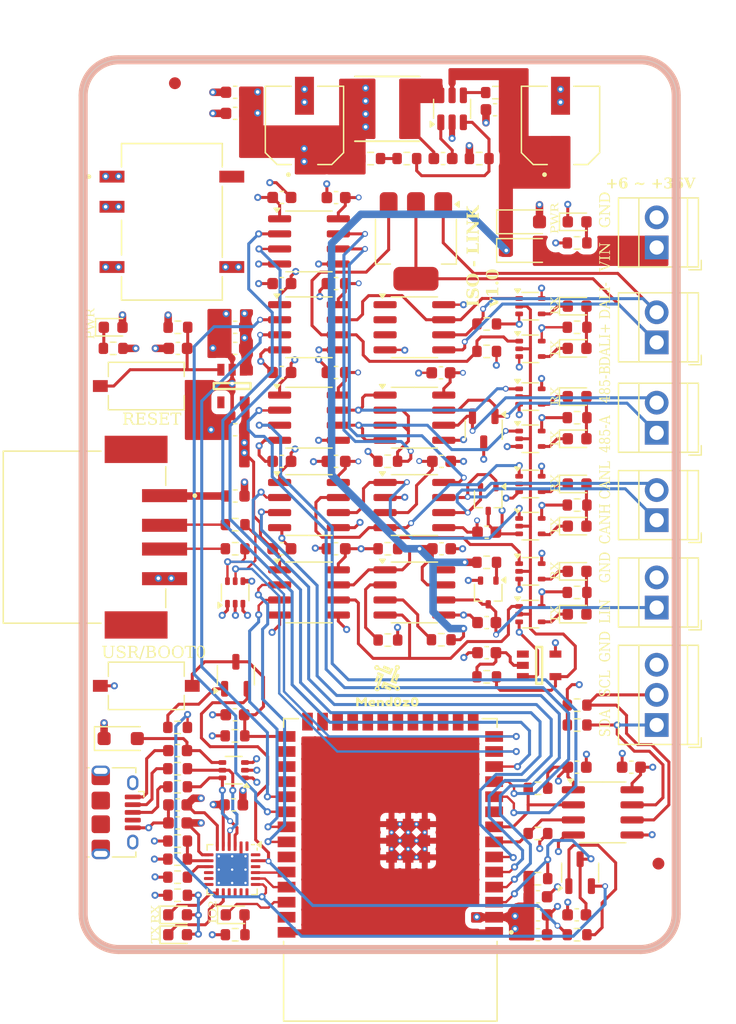
<source format=kicad_pcb>
(kicad_pcb (version 20240108) (generator "pcbnew") (generator_version "8.0")
  (layers (0 "F.Cu" signal) (1 "In1.Cu" signal) (2 "In2.Cu" signal) (31 "B.Cu" signal) (34 "B.Paste" user) (35 "F.Paste" user) (36 "B.SilkS" user "B.Silkscreen") (37 "F.SilkS" user "F.Silkscreen") (38 "B.Mask" user) (39 "F.Mask" user) (44 "Edge.Cuts" user))
  (net 0 "")
  (net 1 "VS")
  (net 2 "GND1")
  (net 3 "+3.3V")
  (net 4 "/BLOCK DIAGRAM/ESP32-C3 Driver/ESP32_IO0")
  (net 5 "VCC")
  (net 6 "/BLOCK DIAGRAM/DCDC Regulator/TLV_RST")
  (net 7 "GND2")
  (net 8 "+5V")
  (net 9 "Net-(U1401-A)")
  (net 11 "Net-(U2001-VBST)")
  (net 12 "Net-(D301-Pad2)")
  (net 13 "/BLOCK DIAGRAM/USB to UART Bridge/CP2105_D-")
  (net 14 "/BLOCK DIAGRAM/USB to UART Bridge/CP2105_D+")
  (net 15 "/BLOCK DIAGRAM/USB to UART Bridge/CP2105_TGL_TX")
  (net 16 "/BLOCK DIAGRAM/USB to UART Bridge/CP2105_TGL_RX")
  (net 17 "Net-(D403-Pad2)")
  (net 18 "Net-(D601-Pad1)")
  (net 19 "Net-(D1101-Pad2)")
  (net 20 "Net-(D1501-Pad2)")
  (net 21 "Net-(U1501-Q)")
  (net 22 "Net-(D1601-Pad2)")
  (net 23 "/BLOCK DIAGRAM/DCDC BUCK REG/VIN")
  (net 24 "Net-(U1502-Q)")
  (net 25 "Net-(U1601-Q)")
  (net 26 "Net-(U1602-Q)")
  (net 27 "Net-(D2003-Pad2)")
  (net 28 "Net-(J401-VBUS)")
  (net 29 "/BLOCK DIAGRAM/DCDC BUCK REG/TPP_SW")
  (net 32 "Net-(U2201-LIN)")
  (net 33 "Net-(D401-Pad4)")
  (net 34 "Net-(U1101-Q)")
  (net 35 "Net-(U1102-Q)")
  (net 36 "/BLOCK DIAGRAM/CAN 2.0 DRIVER/LINE_INDICATOR1/CLOCK")
  (net 37 "/BLOCK DIAGRAM/TWI-SMBus ISOLATOR/ISO1640_SCL2")
  (net 38 "Net-(U2101-Q)")
  (net 39 "/BLOCK DIAGRAM/USB OTG/CONN_USBD-")
  (net 40 "/BLOCK DIAGRAM/USB OTG/CONN_USBD+")
  (net 41 "Net-(D2101-Pad2)")
  (net 42 "/BLOCK DIAGRAM/USB OTG/CONN_VBUS")
  (net 43 "Net-(J401-D-)")
  (net 44 "Net-(J401-D+)")
  (net 45 "/BLOCK DIAGRAM/TWI-SMBus ISOLATOR/ISO1640_SDA2")
  (net 46 "/BLOCK DIAGRAM/TWI-SMBus ISOLATOR/ISO1640_SCL1")
  (net 47 "/BLOCK DIAGRAM/ESP32-C3 Driver/LED_IND")
  (net 48 "/BLOCK DIAGRAM/DALI ISOLATOR/DALI-")
  (net 49 "/BLOCK DIAGRAM/DALI ISOLATOR/DALI+")
  (net 50 "/BLOCK DIAGRAM/RS485 DRIVER/RS485_B")
  (net 51 "/BLOCK DIAGRAM/RS485 DRIVER/RS485_A")
  (net 52 "/BLOCK DIAGRAM/CAN 2.0 DRIVER/ATA6561_CANH")
  (net 53 "/BLOCK DIAGRAM/CAN 2.0 DRIVER/ATA6561_CANL")
  (net 55 "/BLOCK DIAGRAM/ESP32-C3 Driver/RTS")
  (net 56 "Net-(Q301-Pad1)")
  (net 57 "Net-(Q302-Pad1)")
  (net 58 "/BLOCK DIAGRAM/ESP32-C3 Driver/DTR")
  (net 59 "/BLOCK DIAGRAM/USB to UART Bridge/CP2105_VBUS")
  (net 60 "/BLOCK DIAGRAM/USB to UART Bridge/CP2105_~{RST}")
  (net 61 "/BLOCK DIAGRAM/TWI-SMBus ISOLATOR/ISO1640_SDA1")
  (net 62 "/BLOCK DIAGRAM/20 UIN-DIR ISOLATOR/ISO6520_OUTA")
  (net 63 "Net-(U2102-Q)")
  (net 64 "/BLOCK DIAGRAM/ESP32-C3 Driver/ESP32_EN")
  (net 65 "/BLOCK DIAGRAM/ESP32-C3 Driver/ESP32_TXD0")
  (net 66 "/BLOCK DIAGRAM/1-1 BI-DIR ISOLATOR/ISO6521_INA")
  (net 67 "/BLOCK DIAGRAM/20 UIN-DIR ISOLATOR/ISO6520_INB")
  (net 68 "/BLOCK DIAGRAM/20 UIN-DIR ISOLATOR/ISO6520_INA")
  (net 69 "/BLOCK DIAGRAM/1-1 BI-DIR ISOLATOR1/ISO6521_OUTB")
  (net 70 "/BLOCK DIAGRAM/ESP32-C3 Driver/ESP32_RXD0")
  (net 71 "/BLOCK DIAGRAM/1-1 BI-DIR ISOLATOR/ISO6521_OUTB")
  (net 72 "/BLOCK DIAGRAM/1-1 BI-DIR ISOLATOR1/ISO6521_INA")
  (net 85 "/BLOCK DIAGRAM/20 UIN-DIR ISOLATOR/ISO6520_OUTB")
  (net 86 "/BLOCK DIAGRAM/1-1 BI-DIR ISOLATOR/ISO6521_INB")
  (net 87 "/BLOCK DIAGRAM/1-1 BI-DIR ISOLATOR/ISO6521_OUTA")
  (net 88 "/BLOCK DIAGRAM/1-1 BI-DIR ISOLATOR1/ISO6521_OUTA")
  (net 89 "/BLOCK DIAGRAM/1-1 BI-DIR ISOLATOR1/ISO6521_INB")
  (net 90 "/BLOCK DIAGRAM/1-1 BI-DIR ISOLATOR2/ISO6521_OUTB")
  (net 91 "Net-(R2002-Pad2)")
  (net 92 "/BLOCK DIAGRAM/ESP32-C3 Driver/ESP32_USBD+")
  (net 93 "/BLOCK DIAGRAM/ESP32-C3 Driver/ESP32_USBD-")
  (net 94 "/BLOCK DIAGRAM/1-1 BI-DIR ISOLATOR3/ISO6521_INA")
  (net 95 "/BLOCK DIAGRAM/DCDC BUCK REG/TPP_EN")
  (net 96 "/BLOCK DIAGRAM/DCDC BUCK REG/TPP_VFB")
  (net 97 "Net-(U2201-WAKE)")
  (net 98 "Net-(U2201-EN)")
  (net 117 "/BLOCK DIAGRAM/1-1 BI-DIR ISOLATOR2/ISO6521_INA")
  (net 119 "/BLOCK DIAGRAM/1-1 BI-DIR ISOLATOR3/ISO6521_OUTA")
  (net 120 "Net-(D2201-Pad1)")
  (net 121 "/BLOCK DIAGRAM/1-1 BI-DIR ISOLATOR2/ISO6521_INB")
  (net 122 "/BLOCK DIAGRAM/1-1 BI-DIR ISOLATOR3/ISO6521_INB")
  (net 123 "/BLOCK DIAGRAM/1-1 BI-DIR ISOLATOR2/ISO6521_OUTA")
  (net 124 "/BLOCK DIAGRAM/1-1 BI-DIR ISOLATOR3/ISO6521_OUTB")
  (footprint "_PCBLIB_ESP32-IsoLink:SOIC-8_3.9x4.9mm_P1.27mm" (layer "F.Cu") (at 171.45 238.506)
    (property "Reference" "U2301" (hide yes))
    (property "Value" "ISO6521DR" (hide yes))
  )
  (footprint "_PCBLIB_ESP32-IsoLink:LED_0603_1608Metric" (layer "F.Cu") (at 194.056 229.616)
    (property "Reference" "D2003" (hide yes))
    (property "Value" "Green_3.3V_525nm" (hide yes))
  )
  (footprint "_PCBLIB_ESP32-IsoLink:LED_0603_1608Metric" (layer "F.Cu") (at 160.375499 289.7124)
    (property "Reference" "D403" (hide yes))
    (property "Value" "Blue_3.3V_470nm" (hide yes))
  )
  (footprint "_PCBLIB_ESP32-IsoLink:C_0603_1608Metric" (layer "F.Cu") (at 182.753 224.282 180)
    (property "Reference" "C2002" (hide yes))
    (property "Value" "100nF_16V_10%" (hide yes))
  )
  (footprint "_PCBLIB_ESP32-IsoLink:SOT-23-6" (layer "F.Cu") (at 183.515 220.091 90)
    (property "Reference" "U2001" (hide yes))
    (property "Value" "TPP361061-T6TR" (hide yes))
  )
  (footprint "_PCBLIB_ESP32-IsoLink:R_0603_1608Metric" (layer "F.Cu") (at 194.0536 260.858)
    (property "Reference" "R1101" (hide yes))
    (property "Value" "330R_1/10W_1%" (hide yes))
  )
  (footprint "_PCBLIB_ESP32-IsoLink:C_0603_1608Metric" (layer "F.Cu") (at 190.754 288.036)
    (property "Reference" "C304" (hide yes))
    (property "Value" "10uF_16V_20%" (hide yes))
  )
  (footprint "_PCBLIB_ESP32-IsoLink:D_SOD-123F" (layer "F.Cu") (at 189.484 232.029)
    (property "Reference" "D2001" (hide yes))
    (property "Value" "GEN_1kV_1A" (hide yes))
  )
  (footprint "_PCBLIB_ESP32-IsoLink:R_0603_1608Metric" (layer "F.Cu") (at 194.056 272.034)
    (property "Reference" "R1003" (hide yes))
    (property "Value" "4.7kR_1/10W_1%" (hide yes))
  )
  (footprint "_PCBLIB_ESP32-IsoLink:SOT-353_SC-70-5" (layer "F.Cu") (at 190.119 259.08)
    (property "Reference" "U1102" (hide yes))
    (property "Value" "74AHC1G79GW,125" (hide yes))
  )
  (footprint "_PCBLIB_ESP32-IsoLink:Label_Logo_Mend0z0" (layer "F.Cu") (at 178.006 268.192)
    (property "Reference" "LBL1701" (hide yes))
    (property "Value" "LOGO_MEND0Z0" (hide yes))
  )
  (footprint "_PCBLIB_ESP32-IsoLink:LED_0603_1608Metric" (layer "F.Cu") (at 160.375499 288.036)
    (property "Reference" "D404" (hide yes))
    (property "Value" "Orange_2V_605nm" (hide yes))
  )
  (footprint "_PCBLIB_ESP32-IsoLink:R_0603_1608Metric" (layer "F.Cu") (at 194.056 231.394)
    (property "Reference" "R2005" (hide yes))
    (property "Value" "1kR_1/4W_1%" (hide yes))
  )
  (footprint "_PCBLIB_ESP32-IsoLink:LED_0603_1608Metric" (layer "F.Cu") (at 194.056 247.904)
    (property "Reference" "D1501" (hide yes))
    (property "Value" "Orange_2V_605nm" (hide yes))
  )
  (footprint "_PCBLIB_ESP32-IsoLink:SOT-363_SC-70-6" (layer "F.Cu") (at 165.1 275.844 180)
    (property "Reference" "D401" (hide yes))
    (property "Value" "TVS_5V_1A" (hide yes))
  )
  (footprint "_PCBLIB_ESP32-IsoLink:CAP_Elec_6.30mm Dia x 6.60mm L x 6.60mm W" (layer "F.Cu") (at 192.659 221.488 90)
    (property "Reference" "EC2001" (hide yes))
    (property "Value" "120uF_35V_340mOhm" (hide yes))
  )
  (footprint "_PCBLIB_ESP32-IsoLink:TerminalBlock-2.54-2P_1x02_P2.54mm_Horizontal" (layer "F.Cu") (at 200.764 254.767 90)
    (property "Reference" "J1301" (hide yes))
    (property "Value" "TERM_1x02_HORIZON" (hide yes))
  )
  (footprint "_PCBLIB_ESP32-IsoLink:C_0603_1608Metric" (layer "F.Cu") (at 165.227 238.506 180)
    (property "Reference" "C602" (hide yes))
    (property "Value" "10uF_16V_20%" (hide yes))
  )
  (footprint "_PCBLIB_ESP32-IsoLink:TerminalBlock-2.54-3P_1x03_P2.54mm_Horizontal" (layer "F.Cu") (at 200.764 272.034 90)
    (property "Reference" "J1001" (hide yes))
    (property "Value" "TERM_1x03_HORIZON" (hide yes))
  )
  (footprint "_PCBLIB_ESP32-IsoLink:SOIC-8_3.9x4.9mm_P1.27mm" (layer "F.Cu") (at 196.215 279.4)
    (property "Reference" "U1001" (hide yes))
    (property "Value" "ISO1640BDR" (hide yes))
  )
  (footprint "_PCBLIB_ESP32-IsoLink:C_0603_1608Metric" (layer "F.Cu") (at 194.056 275.59)
    (property "Reference" "C1001" (hide yes))
    (property "Value" "1uF_16V_10%" (hide yes))
  )
  (footprint "_PCBLIB_ESP32-IsoLink:C_0603_1608Metric" (layer "F.Cu") (at 182.626 249.809)
    (property "Reference" "C1301" (hide yes))
    (property "Value" "1uF_16V_10%" (hide yes))
  )
  (footprint "_PCBLIB_ESP32-IsoLink:LED_0603_1608Metric" (layer "F.Cu") (at 194.056 236.728)
    (property "Reference" "D2102" (hide yes))
    (property "Value" "Blue_3.3V_470nm" (hide yes))
  )
  (footprint "_PCBLIB_ESP32-IsoLink:R_0603_1608Metric" (layer "F.Cu") (at 160.375499 272.2372 180)
    (property "Reference" "R303" (hide yes))
    (property "Value" "10kR_1/10W_1%" (hide yes))
  )
  (footprint "_PCBLIB_ESP32-IsoLink:C_0603_1608Metric" (layer "F.Cu") (at 190.754 286.512)
    (property "Reference" "C303" (hide yes))
    (property "Value" "10uF_16V_20%" (hide yes))
  )
  (footprint "_PCBLIB_ESP32-IsoLink:C_0603_1608Metric" (layer "F.Cu") (at 169.164 249.809 180)
    (property "Reference" "C901" (hide yes))
    (property "Value" "1uF_16V_10%" (hide yes))
  )
  (footprint "_PCBLIB_ESP32-IsoLink:R_0603_1608Metric" (layer "F.Cu") (at 165.227 257.175)
    (property "Reference" "R1902" (hide yes))
    (property "Value" "49.9R_1/10W_1%" (hide yes))
  )
  (footprint "_PCBLIB_ESP32-IsoLink:C_0603_1608Metric" (layer "F.Cu") (at 186.436 255.778)
    (property "Reference" "C1302" (hide yes))
    (property "Value" "1uF_16V_10%" (hide yes))
  )
  (footprint "_PCBLIB_ESP32-IsoLink:R_0603_1608Metric" (layer "F.Cu") (at 165.227 255.143)
    (property "Reference" "R1901" (hide yes))
    (property "Value" "49.9R_1/10W_1%" (hide yes))
  )
  (footprint "_PCBLIB_ESP32-IsoLink:SOT-353_SC-70-5" (layer "F.Cu") (at 190.119 262.6868)
    (property "Reference" "U1101" (hide yes))
    (property "Value" "74AHC1G79GW,125" (hide yes))
  )
  (footprint "_PCBLIB_ESP32-IsoLink:R_0603_1608Metric" (layer "F.Cu") (at 187.1726 218.7194 180)
    (property "Reference" "R2001" (hide yes))
    (property "Value" "10kR_1/10W_1%" (hide yes))
  )
  (footprint "_PCBLIB_ESP32-IsoLink:TerminalBlock-2.54-2P_1x02_P2.54mm_Horizontal" (layer "F.Cu") (at 200.764 262.133 90)
    (property "Reference" "J2201" (hide yes))
    (property "Value" "TERM_1x02_HORIZON" (hide yes))
  )
  (footprint "_PCBLIB_ESP32-IsoLink:R_0603_1608Metric" (layer "F.Cu") (at 186.436 238.2266)
    (property "Reference" "R1802" (hide yes))
    (property "Value" "47.5kR_1/10W_1%" (hide yes))
  )
  (footprint "_PCBLIB_ESP32-IsoLink:C_0603_1608Metric" (layer "F.Cu") (at 187.1472 220.1672 180)
    (property "Reference" "C2001" (hide yes))
    (property "Value" "100nF_16V_10%" (hide yes))
  )
  (footprint "_PCBLIB_ESP32-IsoLink:SW_Tactile_SPST_NO_Straight_CK_PTS636Sx25SMTRLFS" (layer "F.Cu") (at 157.734 268.732 180)
    (property "Reference" "SW301" (hide yes))
    (property "Value" "SPST-NO_12V_0.05A" (hide yes))
  )
  (footprint "_PCBLIB_ESP32-IsoLink:8-SMD Module, 5 Leads" (layer "F.Cu") (at 159.893 229.616)
    (property "Reference" "U601" (hide yes))
    (property "Value" "ES3-05S052P3" (hide yes))
  )
  (footprint "_PCBLIB_ESP32-IsoLink:C_0603_1608Metric" (layer "F.Cu") (at 182.5752 242.3414 180)
    (property "Reference" "C1201" (hide yes))
    (property "Value" "1uF_16V_10%" (hide yes))
  )
  (footprint "_PCBLIB_ESP32-IsoLink:R_0603_1608Metric" (layer "F.Cu") (at 194.056 253.492)
    (property "Reference" "R1601" (hide yes))
    (property "Value" "330R_1/10W_1%" (hide yes))
  )
  (footprint "_PCBLIB_ESP32-IsoLink:R_0603_1608Metric" (layer "F.Cu") (at 176.657 224.282)
    (property "Reference" "R2002" (hide yes))
    (property "Value" "49.9R_1/10W_1%" (hide yes))
  )
  (footprint "_PCBLIB_ESP32-IsoLink:C_0603_1608Metric" (layer "F.Cu") (at 165.211799 271.1704 180)
    (property "Reference" "C302" (hide yes))
    (property "Value" "100nF_16V_10%" (hide yes))
  )
  (footprint "_PCBLIB_ESP32-IsoLink:SOT-23-3" (layer "F.Cu") (at 186.182 247.142 -90)
    (property "Reference" "D1201" (hide yes))
    (property "Value" "TVS_12V/7V_17A" (hide yes))
  )
  (footprint "_PCBLIB_ESP32-IsoLink:C_0603_1608Metric" (layer "F.Cu") (at 165.1 278.765)
    (property "Reference" "C401" (hide yes))
    (property "Value" "4.7uF_16V_10%" (hide yes))
  )
  (footprint "_PCBLIB_ESP32-IsoLink:MountingHole_3.2mm_M3_DIN965" (layer "F.Cu") (at 199.4222 287.9666)
    (property "Reference" "MH1703" (hide yes))
    (property "Value" "M3-DIN695" (hide yes))
  )
  (footprint "_PCBLIB_ESP32-IsoLink:TerminalBlock-2.54-2P_1x02_P2.54mm_Horizontal" (layer "F.Cu") (at 200.764 231.78 90)
    (property "Reference" "J2001" (hide yes))
    (property "Value" "TERM_1x02_HORIZON" (hide yes))
  )
  (footprint "_PCBLIB_ESP32-IsoLink:USB_Micro-B_Amphenol_10118194_Horizontal" (layer "F.Cu") (at 155.194 279.4 -90)
    (property "Reference" "J401" (hide yes))
    (property "Value" "micro-B USB" (hide yes))
  )
  (footprint "_PCBLIB_ESP32-IsoLink:R_0603_1608Metric" (layer "F.Cu") (at 194.056 246.126)
    (property "Reference" "R1501" (hide yes))
    (property "Value" "330R_1/10W_1%" (hide yes))
  )
  (footprint "_PCBLIB_ESP32-IsoLink:SOT-23-3" (layer "F.Cu") (at 194.31 284.48 90)
    (property "Reference" "Q301" (hide yes))
    (property "Value" "BC847B-C" (hide yes))
  )
  (footprint "_PCBLIB_ESP32-IsoLink:Adhesive back Snap-in Standoff - M3" (layer "F.Cu") (at 199.4222 218.9666)
    (property "Reference" "MECH1704" (hide yes))
    (property "Value" "SNAP-IN STANDOFF" (hide yes))
  )
  (footprint "_PCBLIB_ESP32-IsoLink:C_0603_1608Metric" (layer "F.Cu") (at 165.227 220.472 180)
    (property "Reference" "C2003" (hide yes))
    (property "Value" "100nF_16V_10%" (hide yes))
  )
  (footprint "_PCBLIB_ESP32-IsoLink:SOT-323_SC-70" (layer "F.Cu") (at 186.563 252.984 -90)
    (property "Reference" "D1301" (hide yes))
    (property "Value" "TVS_24V_3.5A" (hide yes))
  )
  (footprint "_PCBLIB_ESP32-IsoLink:C_0603_1608Metric" (layer "F.Cu") (at 173.736 249.809 180)
    (property "Reference" "C902" (hide yes))
    (property "Value" "1uF_16V_10%" (hide yes))
  )
  (footprint "_PCBLIB_ESP32-IsoLink:R_0603_1608Metric" (layer "F.Cu") (at 190.754 281.178 180)
    (property "Reference" "R1001" (hide yes))
    (property "Value" "4.7kR_1/10W_1%" (hide yes))
  )
  (footprint "_PCBLIB_ESP32-IsoLink:LED_0603_1608Metric" (layer "F.Cu") (at 194.056 262.685999)
    (property "Reference" "D1101" (hide yes))
    (property "Value" "Orange_2V_605nm" (hide yes))
  )
  (footprint "_PCBLIB_ESP32-IsoLink:Adhesive back Snap-in Standoff - M3" (layer "F.Cu") (at 155.4222 218.9666)
    (property "Reference" "MECH1701" (hide yes))
    (property "Value" "SNAP-IN STANDOFF" (hide yes))
  )
  (footprint "_PCBLIB_ESP32-IsoLink:MountingHole_3.2mm_M3_DIN965" (layer "F.Cu") (at 155.4222 287.9666)
    (property "Reference" "MH1702" (hide yes))
    (property "Value" "M3-DIN695" (hide yes))
  )
  (footprint "_PCBLIB_ESP32-IsoLink:C_0603_1608Metric" (layer "F.Cu") (at 173.736 227.573154 180)
    (property "Reference" "C702" (hide yes))
    (property "Value" "1uF_16V_10%" (hide yes))
  )
  (footprint "_PCBLIB_ESP32-IsoLink:C_0603_1608Metric" (layer "F.Cu") (at 194.02835 288.036 180)
    (property "Reference" "C301" (hide yes))
    (property "Value" "100nF_16V_10%" (hide yes))
  )
  (footprint "_PCBLIB_ESP32-IsoLink:SW_Tactile_SPST_NO_Straight_CK_PTS636Sx25SMTRLFS" (layer "F.Cu") (at 157.734 243.459)
    (property "Reference" "SW501" (hide yes))
    (property "Value" "SPST-NO_12V_0.05A" (hide yes))
  )
  (footprint "_PCBLIB_ESP32-IsoLink:C_0603_1608Metric" (layer "F.Cu") (at 190.754 289.7124)
    (property "Reference" "C305" (hide yes))
    (property "Value" "100nF_16V_10%" (hide yes))
  )
  (footprint "_PCBLIB_ESP32-IsoLink:SOIC-8_3.9x4.9mm_P1.27mm" (layer "F.Cu") (at 180.34 238.506)
    (property "Reference" "SAMPLE1801" (hide yes))
    (property "Value" "LM358BIDR" (hide yes))
  )
  (footprint "_PCBLIB_ESP32-IsoLink:R_0603_1608Metric" (layer "F.Cu") (at 160.375499 281.813)
    (property "Reference" "R403" (hide yes))
    (property "Value" "22.1kR_1/10W_1%" (hide yes))
  )
  (footprint "_PCBLIB_ESP32-IsoLink:R_0603_1608Metric" (layer "F.Cu") (at 160.401 238.506)
    (property "Reference" "R501" (hide yes))
    (property "Value" "4.7kR_1/10W_1%" (hide yes))
  )
  (footprint "_PCBLIB_ESP32-IsoLink:MountingHole_3.2mm_M3_DIN965" (layer "F.Cu") (at 199.4222 218.9666)
    (property "Reference" "MH1704" (hide yes))
    (property "Value" "M3-DIN695" (hide yes))
  )
  (footprint "_PCBLIB_ESP32-IsoLink:R_0603_1608Metric" (layer "F.Cu") (at 194.056 289.7124)
    (property "Reference" "R301" (hide yes))
    (property "Value" "10kR_1/10W_1%" (hide yes))
  )
  (footprint "_PCBLIB_ESP32-IsoLink:R_0603_1608Metric" (layer "F.Cu") (at 154.94 240.284)
    (property "Reference" "R601" (hide yes))
    (property "Value" "330R_1/10W_1%" (hide yes))
  )
  (footprint "_PCBLIB_ESP32-IsoLink:LED_0603_1608Metric" (layer "F.Cu") (at 194.056 251.714)
    (property "Reference" "D1602" (hide yes))
    (property "Value" "Blue_3.3V_470nm" (hide yes))
  )
  (footprint "_PCBLIB_ESP32-IsoLink:R_0603_1608Metric" (layer "F.Cu") (at 185.801 224.282 180)
    (property "Reference" "R2004" (hide yes))
    (property "Value" "3.3kR_1/10W_1%" (hide yes))
  )
  (footprint "_PCBLIB_ESP32-IsoLink:Fiducial_1mm_Mask2mm" (layer "F.Cu") (at 200.914 283.718)
    (property "Reference" "FD1702" (hide yes))
    (property "Value" "D1MM" (hide yes))
  )
  (footprint "_PCBLIB_ESP32-IsoLink:C_0603_1608Metric" (layer "F.Cu") (at 165.227 247.142 180)
    (property "Reference" "C503" (hide yes))
    (property "Value" "10uF_16V_20%" (hide yes))
  )
  (footprint "_PCBLIB_ESP32-IsoLink:SOIC-8_3.9x4.9mm_P1.27mm" (layer "F.Cu") (at 180.34 260.858)
    (property "Reference" "U2201" (hide yes))
    (property "Value" "TLIN1021ADRQ1" (hide yes))
  )
  (footprint "_PCBLIB_ESP32-IsoLink:R_0603_1608Metric" (layer "F.Cu") (at 190.754 277.368 180)
    (property "Reference" "R1002" (hide yes))
    (property "Value" "4.7kR_1/10W_1%" (hide yes))
  )
  (footprint "_PCBLIB_ESP32-IsoLink:SOT-353_SC-70-5" (layer "F.Cu") (at 190.124518 240.3215)
    (property "Reference" "U2101" (hide yes))
    (property "Value" "74AHC1G79GW,125" (hide yes))
  )
  (footprint "_PCBLIB_ESP32-IsoLink:MountingHole_3.2mm_M3_DIN965" (layer "F.Cu") (at 155.4222 218.9666)
    (property "Reference" "MH1701" (hide yes))
    (property "Value" "M3-DIN695" (hide yes))
  )
  (footprint "_PCBLIB_ESP32-IsoLink:Adhesive back Snap-in Standoff - M3" (layer "F.Cu") (at 199.4222 287.9666)
    (property "Reference" "MECH1703" (hide yes))
    (property "Value" "SNAP-IN STANDOFF" (hide yes))
  )
  (footprint "_PCBLIB_ESP32-IsoLink:R_0603_1608Metric" (layer "F.Cu") (at 160.375499 277.241)
    (property "Reference" "R402" (hide yes))
    (property "Value" "49.9R_1/10W_1%" (hide yes))
  )
  (footprint "_PCBLIB_ESP32-IsoLink:R_0603_1608Metric" (layer "F.Cu") (at 186.436 240.538)
    (property "Reference" "R1801" (hide yes))
    (property "Value" "47.5kR_1/10W_1%" (hide yes))
  )
  (footprint "_PCBLIB_ESP32-IsoLink:SOT-323_SC-70" (layer "F.Cu") (at 186.563 260.858 -90)
    (property "Reference" "D2201" (hide yes))
    (property "Value" "TVS_22V_1A" (hide yes))
  )
  (footprint "_PCBLIB_ESP32-IsoLink:TerminalBlock-2.54-2P_1x02_P2.54mm_Horizontal" (layer "F.Cu") (at 200.764 239.781 90)
    (property "Reference" "J1801" (hide yes))
    (property "Value" "TERM_1x02_HORIZON" (hide yes))
  )
  (footprint "_PCBLIB_ESP32-IsoLink:USB TYPE-A 2.0 CONNECTOR, RIGHT, SMT" (layer "F.Cu") (at 152.525 256.199 -90)
    (property "Reference" "J1901" (hide yes))
    (property "Value" "RECEPT_USB-A" (hide yes))
  )
  (footprint "_PCBLIB_ESP32-IsoLink:D_SOD-123F" (layer "F.Cu") (at 189.484 229.616)
    (property "Reference" "D2002" (hide yes))
    (property "Value" "TVS_36V_6.9A" (hide yes))
  )
  (footprint "_PCBLIB_ESP32-IsoLink:R_0603_1608Metric" (layer "F.Cu") (at 186.436 267.97 180)
    (property "Reference" "R1401" (hide yes))
    (property "Value" "22.1kR_1/10W_1%" (hide yes))
  )
  (footprint "_PCBLIB_ESP32-IsoLink:SOIC-8_3.9x4.9mm_P1.27mm" (layer "F.Cu") (at 171.45 260.858)
    (property "Reference" "U2401" (hide yes))
    (property "Value" "ISO6521DR" (hide yes))
  )
  (footprint "_PCBLIB_ESP32-IsoLink:XCVR_ESP32-S3-WROOM-1-N4" (layer "F.Cu") (at 178.3096 284.2476 180)
    (property "Reference" "U301" (hide yes))
    (property "Value" "ESP32-S3" (hide yes))
  )
  (footprint "_PCBLIB_ESP32-IsoLink:R_0603_1608Metric" (layer "F.Cu") (at 179.705 224.282)
    (property "Reference" "R2003" (hide yes))
    (property "Value" "24kR_1/10W_1%" (hide yes))
  )
  (footprint "_PCBLIB_ESP32-IsoLink:SOT-353_SC-70-5" (layer "F.Cu") (at 190.119 247.904)
    (property "Reference" "U1501" (hide yes))
    (property "Value" "74AHC1G79GW,125" (hide yes))
  )
  (footprint "_PCBLIB_ESP32-IsoLink:R_0603_1608Metric" (layer "F.Cu") (at 194.056 270.3576)
    (property "Reference" "R1004" (hide yes))
    (property "Value" "4.7kR_1/10W_1%" (hide yes))
  )
  (footprint "_PCBLIB_ESP32-IsoLink:LED_0603_1608Metric" (layer "F.Cu") (at 165.227 288.036)
    (property "Reference" "D301" (hide yes))
    (property "Value" "Red_2V_631nm" (hide yes))
  )
  (footprint "_PCBLIB_ESP32-IsoLink:R_0603_1608Metric" (layer "F.Cu") (at 178.1048 257.175)
    (property "Reference" "R2201" (hide yes))
    (property "Value" "10kR_1/10W_1%" (hide yes))
  )
  (footprint "_PCBLIB_ESP32-IsoLink:QFN-24-1EP_4x4mm_P0.5mm_EP2.75x2.75mm_ThermalVias" (layer "F.Cu") (at 164.973 284.226 -90)
    (property "Reference" "U401" (hide yes))
    (property "Value" "CP2102" (hide yes))
  )
  (footprint "_PCBLIB_ESP32-IsoLink:C_0603_1608Metric" (layer "F.Cu") (at 173.736 257.175176 180)
    (property "Reference" "C2402" (hide yes))
    (property "Value" "1uF_16V_10%" (hide yes))
  )
  (footprint "_PCBLIB_ESP32-IsoLink:C_0603_1608Metric" (layer "F.Cu") (at 169.164 227.56165)
    (property "Reference" "C701" (hide yes))
    (property "Value" "1uF_16V_10%" (hide yes))
  )
  (footprint "_PCBLIB_ESP32-IsoLink:SOT-223" (layer "F.Cu") (at 180.467 231.267 -90)
    (property "Reference" "Q1801" (hide yes))
    (property "Value" "Z0103NN0,135" (hide yes))
  )
  (footprint "_PCBLIB_ESP32-IsoLink:R_0603_1608Metric" (layer "F.Cu") (at 186.436 258.318)
    (property "Reference" "R2204" (hide yes))
    (property "Value" "1kR_1/4W_1%" (hide yes))
  )
  (footprint "_PCBLIB_ESP32-IsoLink:C_0603_1608Metric" (layer "F.Cu") (at 160.375499 278.765 180)
    (property "Reference" "C402" (hide yes))
    (property "Value" "100nF_16V_10%" (hide yes))
  )
  (footprint "_PCBLIB_ESP32-IsoLink:Fuse_0603_1608Metric" (layer "F.Cu") (at 160.375499 274.193)
    (property "Reference" "F401" (hide yes))
    (property "Value" "PTC_250mA_0.5R" (hide yes))
  )
  (footprint "_PCBLIB_ESP32-IsoLink:R_0603_1608Metric" (layer "F.Cu") (at 160.375499 283.337 180)
    (property "Reference" "R404" (hide yes))
    (property "Value" "47.5kR_1/10W_1%" (hide yes))
  )
  (footprint "_PCBLIB_ESP32-IsoLink:R_0603_1608Metric" (layer "F.Cu") (at 178.1048 264.8712 180)
    (property "Reference" "R2203" (hide yes))
    (property "Value" "10kR_1/10W_1%" (hide yes))
  )
  (footprint "_PCBLIB_ESP32-IsoLink:SOT-353_SC-70-5" (layer "F.Cu") (at 190.119 251.714)
    (property "Reference" "U1602" (hide yes))
    (property "Value" "74AHC1G79GW,125" (hide yes))
  )
  (footprint "_PCBLIB_ESP32-IsoLink:LED_0603_1608Metric" (layer "F.Cu") (at 194.056 244.348)
    (property "Reference" "D1502" (hide yes))
    (property "Value" "Blue_3.3V_470nm" (hide yes))
  )
  (footprint "_PCBLIB_ESP32-IsoLink:R_0603_1608Metric" (layer "F.Cu") (at 190.754 284.988)
    (property "Reference" "R302" (hide yes))
    (property "Value" "10kR_1/10W_1%" (hide yes))
  )
  (footprint "_PCBLIB_ESP32-IsoLink:LED_0603_1608Metric" (layer "F.Cu") (at 194.056 259.08)
    (property "Reference" "D1102" (hide yes))
    (property "Value" "Blue_3.3V_470nm" (hide yes))
  )
  (footprint "_PCBLIB_ESP32-IsoLink:R_0603_1608Metric" (layer "F.Cu") (at 160.375499 275.717)
    (property "Reference" "R401" (hide yes))
    (property "Value" "49.9R_1/10W_1%" (hide yes))
  )
  (footprint "_PCBLIB_ESP32-IsoLink:SOT-353_SC-70-5" (layer "F.Cu") (at 190.119 255.27)
    (property "Reference" "U1601" (hide yes))
    (property "Value" "74AHC1G79GW,125" (hide yes))
  )
  (footprint "_PCBLIB_ESP32-IsoLink:R_0603_1608Metric" (layer "F.Cu") (at 160.375499 286.385)
    (property "Reference" "R406" (hide yes))
    (property "Value" "330R_1/10W_1%" (hide yes))
  )
  (footprint "_PCBLIB_ESP32-IsoLink:C_0603_1608Metric" (layer "F.Cu") (at 160.375499 280.289 180)
    (property "Reference" "C403" (hide yes))
    (property "Value" "1uF_16V_10%" (hide yes))
  )
  (footprint "_PCBLIB_ESP32-IsoLink:Adhesive back Snap-in Standoff - M3" (layer "F.Cu") (at 155.4222 287.9666)
    (property "Reference" "MECH1702" (hide yes))
    (property "Value" "SNAP-IN STANDOFF" (hide yes))
  )
  (footprint "_PCBLIB_ESP32-IsoLink:C_0603_1608Metric" (layer "F.Cu") (at 160.401 240.284 180)
    (property "Reference" "C502" (hide yes))
    (property "Value" "1uF_16V_10%" (hide yes))
  )
  (footprint "_PCBLIB_ESP32-IsoLink:LED_0603_1608Metric" (layer "F.Cu") (at 194.056 255.27)
    (property "Reference" "D1601" (hide yes))
    (property "Value" "Orange_2V_605nm" (hide yes))
  )
  (footprint "_PCBLIB_ESP32-IsoLink:R_0603_1608Metric" (layer "F.Cu") (at 160.375499 284.861)
    (property "Reference" "R405" (hide yes))
    (property "Value" "4.7kR_1/10W_1%" (hide yes))
  )
  (footprint "_PCBLIB_ESP32-IsoLink:C_0603_1608Metric" (layer "F.Cu") (at 198.628 275.59 180)
    (property "Reference" "C1002" (hide yes))
    (property "Value" "1uF_16V_10%" (hide yes))
  )
  (footprint "_PCBLIB_ESP32-IsoLink:C_0603_1608Metric" (layer "F.Cu") (at 169.164 257.175)
    (property "Reference" "C2401" (hide yes))
    (property "Value" "1uF_16V_10%" (hide yes))
  )
  (footprint "_PCBLIB_ESP32-IsoLink:C_0603_1608Metric" (layer "F.Cu") (at 186.436 263.398 180)
    (property "Reference" "C2202" (hide yes))
    (property "Value" "220pF_100V_10%" (hide yes))
  )
  (footprint "_PCBLIB_ESP32-IsoLink:CAP_Elec_6.30mm Dia x 6.60mm L x 6.60mm W" (layer "F.Cu") (at 171.069 221.488 90)
    (property "Reference" "EC2002" (hide yes))
    (property "Value" "120uF_35V_340mOhm" (hide yes))
  )
  (footprint "_PCBLIB_ESP32-IsoLink:D_SOD-123F" (layer "F.Cu") (at 155.575 273.177)
    (property "Reference" "D402" (hide yes))
    (property "Value" "GEN_1kV_1A" (hide yes))
  )
  (footprint "_PCBLIB_ESP32-IsoLink:R_0603_1608Metric" (layer "F.Cu") (at 165.227 289.7124)
    (property "Reference" "R304" (hide yes))
    (property "Value" "330R_1/10W_1%" (hide yes))
  )
  (footprint "_PCBLIB_ESP32-IsoLink:C_0603_1608Metric" (layer "F.Cu") (at 169.164 234.823 180)
    (property "Reference" "C2301" (hide yes))
    (property "Value" "1uF_16V_10%" (hide yes))
  )
  (footprint "_PCBLIB_ESP32-IsoLink:SOT-23-5" (layer "F.Cu") (at 190.8556 267.0048)
    (property "Reference" "U1401" (hide yes))
    (property "Value" "SN74LVC1G14DBVR" (hide yes))
  )
  (footprint "_PCBLIB_ESP32-IsoLink:C_0603_1608Metric" (layer "F.Cu") (at 165.227 218.694 180)
    (property "Reference" "C601" (hide yes))
    (property "Value" "10uF_16V_20%" (hide yes))
  )
  (footprint "_PCBLIB_ESP32-IsoLink:SOT-363_SC-70-6" (layer "F.Cu") (at 165.227 260.858 90)
    (property "Reference" "D1901" (hide yes))
    (property "Value" "TVS_5V_1A" (hide yes))
  )
  (footprint "_PCBLIB_ESP32-IsoLink:SOIC-8_3.9x4.9mm_P1.27mm" (layer "F.Cu") (at 180.34 246.126)
    (property "Reference" "U1201" (hide yes))
    (property "Value" "THVD1400DR" (hide yes))
  )
  (footprint "_PCBLIB_ESP32-IsoLink:SOIC-8_3.9x4.9mm_P1.27mm" (layer "F.Cu") (at 180.34 253.492)
    (property "Reference" "U1301" (hide yes))
    (property "Value" "ATA6561-GAQW-N" (hide yes))
  )
  (footprint "_PCBLIB_ESP32-IsoLink:LED_0603_1608Metric" (layer "F.Cu") (at 154.94 238.506)
    (property "Reference" "D601" (hide yes))
    (property "Value" "Green_3.3V_525nm" (hide yes))
  )
  (footprint "_PCBLIB_ESP32-IsoLink:SOIC-8_3.9x4.9mm_P1.27mm" (layer "F.Cu") (at 171.45 246.126)
    (property "Reference" "U801" (hide yes))
    (property "Value" "ISO6521DR" (hide yes))
  )
  (footprint "_PCBLIB_ESP32-IsoLink:Fiducial_1mm_Mask2mm" (layer "F.Cu") (at 160.147 217.932)
    (property "Reference" "FD1701" (hide yes))
    (property "Value" "D1MM" (hide yes))
  )
  (footprint "_PCBLIB_ESP32-IsoLink:C_0603_1608Metric" (layer "F.Cu") (at 169.164 242.316 180)
    (property "Reference" "C801" (hide yes))
    (property "Value" "1uF_16V_10%" (hide yes))
  )
  (footprint "_PCBLIB_ESP32-IsoLink:SOIC-8_3.9x4.9mm_P1.27mm" (layer "F.Cu") (at 171.45 253.492)
    (property "Reference" "U901" (hide yes))
    (property "Value" "ISO6521DR" (hide yes))
  )
  (footprint "_PCBLIB_ESP32-IsoLink:C_0603_1608Metric" (layer "F.Cu") (at 173.736 234.823 180)
    (property "Reference" "C2302" (hide yes))
    (property "Value" "1uF_16V_10%" (hide yes))
  )
  (footprint "_PCBLIB_ESP32-IsoLink:SOT-23-3" (layer "F.Cu") (at 165.287999 267.843 90)
    (property "Reference" "Q302" (hide yes))
    (property "Value" "BC847B-C" (hide yes))
  )
  (footprint "_PCBLIB_ESP32-IsoLink:C_0603_1608Metric" (layer "F.Cu") (at 182.626 257.175176)
    (property "Reference" "C2201" (hide yes))
    (property "Value" "1uF_100V_10%" (hide yes))
  )
  (footprint "_PCBLIB_ESP32-IsoLink:C_0603_1608Metric" (layer "F.Cu") (at 165.227 240.284 180)
    (property "Reference" "C501" (hide yes))
    (property "Value" "10uF_16V_20%" (hide yes))
  )
  (footprint "_PCBLIB_ESP32-IsoLink:C_0603_1608Metric" (layer "F.Cu") (at 173.736 242.317668 180)
    (property "Reference" "C802" (hide yes))
    (property "Value" "1uF_16V_10%" (hide yes))
  )
  (footprint "_PCBLIB_ESP32-IsoLink:SOT-23-5" (layer "F.Cu") (at 164.973 243.459 -90)
    (property "Reference" "U501" (hide yes))
    (property "Value" "TLV75533PDBVR" (hide yes))
  )
  (footprint "_PCBLIB_ESP32-IsoLink:SOIC-8_3.9x4.9mm_P1.27mm" (layer "F.Cu") (at 171.45 231.267)
    (property "Reference" "U701" (hide yes))
    (property "Value" "ISO6520DR" (hide yes))
  )
  (footprint "_PCBLIB_ESP32-IsoLink:SOT-353_SC-70-5" (layer "F.Cu") (at 190.119 236.728)
    (property "Reference" "U2102" (hide yes))
    (property "Value" "74AHC1G79GW,125" (hide yes))
  )
  (footprint "_PCBLIB_ESP32-IsoLink:R_0603_1608Metric" (layer "F.Cu") (at 165.211799 272.9484)
    (property "Reference" "R305" (hide yes))
    (property "Value" "10kR_1/10W_1%" (hide yes))
  )
  (footprint "_PCBLIB_ESP32-IsoLink:Fuse_0603_1608Metric" (layer "F.Cu") (at 165.227 252.73 180)
    (property "Reference" "F1901" (hide yes))
    (property "Value" "PTC_250mA_0.5R" (hide yes))
  )
  (footprint "_PCBLIB_ESP32-IsoLink:IND_SRN5020" (layer "F.Cu") (at 178.054 220.091 180)
    (property "Reference" "L2001" (hide yes))
    (property "Value" "18uH_1.17A_190mOhm" (hide yes))
  )
  (footprint "_PCBLIB_ESP32-IsoLink:R_0603_1608Metric" (layer "F.Cu") (at 178.093205 249.802327 180)
    (property "Reference" "R1201" (hide yes))
    (property "Value" "10kR_1/10W_1%" (hide yes))
  )
  (footprint "_PCBLIB_ESP32-IsoLink:LED_0603_1608Metric" (layer "F.Cu") (at 194.056 240.284)
    (property "Reference" "D2101" (hide yes))
    (property "Value" "Orange_2V_605nm" (hide yes))
  )
  (footprint "_PCBLIB_ESP32-IsoLink:C_0603_1608Metric" (layer "F.Cu") (at 186.436 265.938 180)
    (property "Reference" "C1401" (hide yes))
    (property "Value" "4.7uF_16V_10%" (hide yes))
  )
  (footprint "_PCBLIB_ESP32-IsoLink:TerminalBlock-2.54-2P_1x02_P2.54mm_Horizontal" (layer "F.Cu") (at 200.764 247.401 90)
    (property "Reference" "J1201" (hide yes))
    (property "Value" "TERM_1x02_HORIZON" (hide yes))
  )
  (footprint "_PCBLIB_ESP32-IsoLink:SOT-353_SC-70-5" (layer "F.Cu") (at 190.119 244.348)
    (property "Reference" "U1502" (hide yes))
    (property "Value" "74AHC1G79GW,125" (hide yes))
  )
  (footprint "_PCBLIB_ESP32-IsoLink:R_0603_1608Metric" (layer "F.Cu") (at 182.6006 264.8458 180)
    (property "Reference" "R2202" (hide yes))
    (property "Value" "24kR_1/10W_1%" (hide yes))
  )
  (footprint "_PCBLIB_ESP32-IsoLink:R_0603_1608Metric" (layer "F.Cu") (at 194.056 238.506)
    (property "Reference" "R2101" (hide yes))
    (property "Value" "330R_1/10W_1%" (hide yes))
  )
  (gr_arc (start 199.41032 215.956999) (mid 201.531635 216.835684) (end 202.41032 218.956999) (stroke (width 0.762)) (layer "B.SilkS"))
  (gr_arc (start 155.41032 290.957) (mid 153.289 290.07832) (end 152.41032 287.957) (stroke (width 0.762)) (layer "B.SilkS"))
  (gr_line (start 199.41032 290.957) (end 155.41032 290.957) (stroke (width 0.762)) (layer "B.SilkS"))
  (gr_arc (start 152.41032 218.956999) (mid 153.289 216.835679) (end 155.41032 215.956999) (stroke (width 0.762)) (layer "B.SilkS"))
  (gr_arc (start 202.41032 287.957) (mid 201.53164 290.07832) (end 199.41032 290.957) (stroke (width 0.762)) (layer "B.SilkS"))
  (gr_line (start 155.41032 215.956999) (end 199.41032 215.956999) (stroke (width 0.762)) (layer "B.SilkS"))
  (gr_line (start 202.41032 218.956999) (end 202.41032 287.957) (stroke (width 0.762)) (layer "B.SilkS"))
  (gr_line (start 152.41032 287.957) (end 152.41032 218.956999) (stroke (width 0.762)) (layer "B.SilkS"))
  (gr_arc (start 202.41032 287.957) (mid 201.53164 290.07832) (end 199.41032 290.957) (stroke (width 0.762)) (layer "F.SilkS"))
  (gr_arc (start 155.41032 290.957) (mid 153.289 290.07832) (end 152.41032 287.957) (stroke (width 0.762)) (layer "F.SilkS"))
  (gr_line (start 202.41032 218.956999) (end 202.41032 287.957) (stroke (width 0.762)) (layer "F.SilkS"))
  (gr_arc (start 152.41032 218.956999) (mid 153.289 216.835679) (end 155.41032 215.956999) (stroke (width 0.762)) (layer "F.SilkS"))
  (gr_arc (start 199.41032 215.956999) (mid 201.531641 216.835678) (end 202.41032 218.956999) (stroke (width 0.762)) (layer "F.SilkS"))
  (gr_line (start 152.41032 287.957) (end 152.41032 218.956999) (stroke (width 0.762)) (layer "F.SilkS"))
  (gr_line (start 199.41032 290.957) (end 155.41032 290.957) (stroke (width 0.762)) (layer "F.SilkS"))
  (gr_line (start 155.41032 215.956999) (end 199.41032 215.956999) (stroke (width 0.762)) (layer "F.SilkS"))
  (gr_arc (start 202.4222 287.9666) (mid 201.54352 290.08792) (end 199.4222 290.9666) (stroke (width 0.05)) (layer "Edge.Cuts"))
  (gr_arc (start 155.4222 290.9666) (mid 153.30088 290.08792) (end 152.4222 287.9666) (stroke (width 0.05)) (layer "Edge.Cuts"))
  (gr_line (start 155.4222 215.966599) (end 199.4222 215.966599) (stroke (width 0.05)) (layer "Edge.Cuts"))
  (gr_line (start 152.4222 287.9666) (end 152.4222 218.966599) (stroke (width 0.05)) (layer "Edge.Cuts"))
  (gr_arc (start 199.4222 215.966599) (mid 201.543521 216.845279) (end 202.4222 218.966599) (stroke (width 0.05)) (layer "Edge.Cuts"))
  (gr_line (start 202.4222 218.966599) (end 202.4222 287.9666) (stroke (width 0.05)) (layer "Edge.Cuts"))
  (gr_arc (start 152.4222 218.966599) (mid 153.30088 216.845279) (end 155.4222 215.966599) (stroke (width 0.05)) (layer "Edge.Cuts"))
  (gr_line (start 199.4222 290.9666) (end 155.4222 290.9666) (stroke (width 0.05)) (layer "Edge.Cuts"))
  (gr_text "VIN   GND" (at 196.977 233.807 90) (layer "F.SilkS") (effects (font (size 0.889 0.889) (thickness 0.1)) (justify left bottom)))
  (gr_text "+6 ~ +36V" (at 196.469 226.949 0) (layer "F.SilkS") (effects (font (size 0.889 0.889) (thickness 0.1778) (bold yes)) (justify left bottom)))
  (gr_text "   SDA   SCL  GND" (at 196.977 274.066 90) (layer "F.SilkS") (effects (font (size 0.889 0.762) (thickness 0.1)) (justify left bottom)))
  (gr_text "USR/BOOT0" (at 153.9494 266.5476 0) (layer "F.SilkS") (effects (font (size 1 1) (thickness 0.1)) (justify left bottom)))
  (gr_text "TX" (at 192.571 256.005 90) (layer "F.SilkS") (effects (font (size 0.635 0.762) (thickness 0.1)) (justify left bottom)))
  (gr_text "TX" (at 192.571 248.688999 90) (layer "F.SilkS") (effects (font (size 0.635 0.762) (thickness 0.1)) (justify left bottom)))
  (gr_text "RX" (at 192.571 245.083 90) (layer "F.SilkS") (effects (font (size 0.635 0.762) (thickness 0.1)) (justify left bottom)))
  (gr_text "  LIN    GND" (at 196.977 264.16 90) (layer "F.SilkS") (effects (font (size 0.889 0.762) (thickness 0.1)) (justify left bottom)))
  (gr_text "RX" (at 158.890499 288.771 90) (layer "F.SilkS") (effects (font (size 0.635 0.762) (thickness 0.1)) (justify left bottom)))
  (gr_text "PWR" (at 153.455 239.522 90) (layer "F.SilkS") (effects (font (size 0.635 0.762) (thickness 0.1)) (justify left bottom)))
  (gr_text "TX" (at 158.890499 290.4474 90) (layer "F.SilkS") (effects (font (size 0.635 0.762) (thickness 0.1)) (justify left bottom)))
  (gr_text " 485-A   485-B" (at 196.977 249.428 90) (layer "F.SilkS") (effects (font (size 0.889 0.762) (thickness 0.1)) (justify left bottom)))
  (gr_text "IO2" (at 163.742 288.771 90) (layer "F.SilkS") (effects (font (size 0.635 0.762) (thickness 0.1)) (justify left bottom)))
  (gr_text "RX" (at 192.571 259.815 90) (layer "F.SilkS") (effects (font (size 0.635 0.762) (thickness 0.1)) (justify left bottom)))
  (gr_text "ISO - LINK" (at 185.928 236.8042 90) (layer "F.SilkS") (effects (font (size 1 1) (thickness 0.2) (bold yes)) (justify left bottom)))
  (gr_text "RX" (at 192.571 237.463 90) (layer "F.SilkS") (effects (font (size 0.635 0.762) (thickness 0.1)) (justify left bottom)))
  (gr_text "PWR" (at 192.571 230.632 90) (layer "F.SilkS") (effects (font (size 0.635 0.762) (thickness 0.1)) (justify left bottom)))
  (gr_text "TX" (at 192.571 241.068999 90) (layer "F.SilkS") (effects (font (size 0.635 0.762) (thickness 0.1)) (justify left bottom)))
  (gr_text "RESET" (at 155.702 246.888 0) (layer "F.SilkS") (effects (font (size 1 1) (thickness 0.1)) (justify left bottom)))
  (gr_text "v1.0" (at 187.579 236.8042 90) (layer "F.SilkS") (effects (font (size 1 1) (thickness 0.2) (bold yes)) (justify left bottom)))
  (gr_text "RX" (at 192.571 252.449 90) (layer "F.SilkS") (effects (font (size 0.635 0.762) (thickness 0.1)) (justify left bottom)))
  (gr_text "DALI+ DALI-" (at 196.977 241.808 90) (layer "F.SilkS") (effects (font (size 0.889 0.762) (thickness 0.1)) (justify left bottom)))
  (gr_text "CANH CANL" (at 196.977 256.794 90) (layer "F.SilkS") (effects (font (size 0.889 0.762) (thickness 0.1)) (justify left bottom)))
  (gr_text "TX" (at 192.571 263.420999 90) (layer "F.SilkS") (effects (font (size 0.635 0.762) (thickness 0.1)) (justify left bottom)))
  (segment (start 181.851 257.175176) (end 180.771976 257.175176) (width 0.635) (layer "F.Cu") (net 1))
  (segment (start 184.2008 264.8458) (end 183.4256 264.8458) (width 0.254) (layer "F.Cu") (net 1))
  (segment (start 182.815 260.223) (end 181.4322 260.223) (width 0.254) (layer "F.Cu") (net 1))
  (segment (start 180.771976 257.175176) (end 180.7718 257.175) (width 0.254) (layer "F.Cu") (net 1))
  (segment (start 181.0004 259.7912) (end 181.0004 258.7244) (width 0.254) (layer "F.Cu") (net 1))
  (segment (start 181.851 257.8738) (end 181.851 257.175176) (width 0.254) (layer "F.Cu") (net 1))
  (segment (start 181.4322 260.223) (end 181.0004 259.7912) (width 0.254) (layer "F.Cu") (net 1))
  (segment (start 184.4802 263.906) (end 184.4802 264.5664) (width 0.254) (layer "F.Cu") (net 1))
  (segment (start 184.4802 264.5664) (end 184.2008 264.8458) (width 0.254) (layer "F.Cu") (net 1))
  (segment (start 184.5818 258.318) (end 185.611 258.318) (width 0.635) (layer "F.Cu") (net 1))
  (segment (start 181.0004 258.7244) (end 181.851 257.8738) (width 0.254) (layer "F.Cu") (net 1))
  (via (at 184.5818 258.318) (size 0.5) (drill 0.3) (layers "F.Cu" "B.Cu") (net 1))
  (via (at 184.4802 263.906) (size 0.6) (drill 0.3) (layers "F.Cu" "B.Cu") (net 1))
  (via (at 188.084 232.029) (size 0.6) (drill 0.3) (layers "F.Cu" "B.Cu") (net 1))
  (via (at 180.7718 257.175) (size 0.6) (drill 0.3) (layers "F.Cu" "B.Cu") (net 1))
  (segment (start 181.9148 262.4836) (end 181.9148 258.318) (width 0.635) (layer "B.Cu") (net 1))
  (segment (start 175.8188 228.981) (end 185.036 228.981) (width 0.635) (layer "B.Cu") (net 1))
  (segment (start 173.355 231.4448) (end 175.8188 228.981) (width 0.635) (layer "B.Cu") (net 1))
  (segment (start 184.5818 258.318) (end 181.9148 258.318) (width 0.635) (layer "B.Cu") (net 1))
  (segment (start 183.3372 263.906) (end 181.9148 262.4836) (width 0.635) (layer "B.Cu") (net 1))
  (segment (start 179.578 257.175) (end 173.355 250.952) (width 0.635) (layer "B.Cu") (net 1))
  (segment (start 173.355 250.952) (end 173.355 231.4448) (width 0.635) (layer "B.Cu") (net 1))
  (segment (start 185.036 228.981) (end 188.084 232.029) (width 0.635) (layer "B.Cu") (net 1))
  (segment (start 184.4802 263.906) (end 183.3372 263.906) (width 0.635) (layer "B.Cu") (net 1))
  (segment (start 181.9148 258.318) (end 180.7718 257.175) (width 0.635) (layer "B.Cu") (net 1))
  (segment (start 180.7718 257.175) (end 179.578 257.175) (width 0.635) (layer "B.Cu") (net 1))
  (segment (start 193.25335 288.036) (end 193.25335 286.98445) (width 0.254) (layer "F.Cu") (net 2))
  (segment (start 167.2463 249.2883) (end 167.2463 248.5009) (width 0.254) (layer "F.Cu") (net 2))
  (segment (start 159.600499 280.289) (end 158.3436 280.289) (width 0.254) (layer "F.Cu") (net 2))
  (segment (start 167.0558 276.86) (end 166.6898 276.494) (width 0.254) (layer "F.Cu") (net 2))
  (segment (start 166.049999 275.844) (end 167.0558 275.844) (width 0.254) (layer "F.Cu") (net 2))
  (segment (start 168.389 234.823) (end 167.2082 234.823) (width 0.254) (layer "F.Cu") (net 2))
  (segment (start 168.3385 264.2235) (end 168.975 263.587) (width 0.254) (layer "F.Cu") (net 2))
  (segment (start 193.0908 281.305) (end 193.74 281.305) (width 0.254) (layer "F.Cu") (net 2))
  (segment (start 194.831 275.59) (end 194.831 274.5102) (width 0.254) (layer "F.Cu") (net 2))
  (segment (start 191.6938 288.036) (end 191.529 288.036) (width 0.254) (layer "F.Cu") (net 2))
  (segment (start 167.767 249.809) (end 167.2463 249.2883) (width 0.254) (layer "F.Cu") (net 2))
  (segment (start 192.405 287.3248) (end 191.6938 288.036) (width 0.254) (layer "F.Cu") (net 2))
  (segment (start 166.7152 275.194) (end 166.05 275.194) (width 0.254) (layer "F.Cu") (net 2))
  (segment (start 169.164 256.4) (end 169.939 257.175) (width 0.254) (layer "F.Cu") (net 2))
  (segment (start 165.227 261.807999) (end 165.227 262.763) (width 0.254) (layer "F.Cu") (net 2))
  (segment (start 159.626 240.284) (end 158.496 240.284) (width 0.635) (layer "F.Cu") (net 2))
  (segment (start 167.0304 274.8788) (end 166.7152 275.194) (width 0.254) (layer "F.Cu") (net 2))
  (segment (start 192.4812 281.9146) (end 193.0908 281.305) (width 0.254) (layer "F.Cu") (net 2))
  (segment (start 165.227 262.763) (end 165.2524 262.7884) (width 0.254) (layer "F.Cu") (net 2))
  (segment (start 164.577 262.3462) (end 164.577 261.808) (width 0.254) (layer "F.Cu") (net 2))
  (segment (start 168.389 249.809) (end 167.767 249.809) (width 0.254) (layer "F.Cu") (net 2))
  (segment (start 167.4492 241.3762) (end 168.389 242.316) (width 0.254) (layer "F.Cu") (net 2))
  (segment (start 157.9326 280.7) (end 157.9372 280.6954) (width 0.254) (layer "F.Cu") (net 2))
  (segment (start 168.975 263.587) (end 168.975 262.763) (width 0.254) (layer "F.Cu") (net 2))
  (segment (start 164.452 237.376) (end 164.465 237.363) (width 0.254) (layer "F.Cu") (net 2))
  (segment (start 192.3672 285.6738) (end 191.529 286.512) (width 0.254) (layer "F.Cu") (net 2))
  (segment (start 167.386 241.3762) (end 167.386 240.7666) (width 0.254) (layer "F.Cu") (net 2))
  (segment (start 192.405 285.6738) (end 192.3672 285.6738) (width 0.254) (layer "F.Cu") (net 2))
  (segment (start 166.6898 276.494) (end 166.05 276.494) (width 0.254) (layer "F.Cu") (net 2))
  (segment (start 165.723 282.251) (end 165.723 283.476) (width 0.254) (layer "F.Cu") (net 2))
  (segment (start 163.322 271.1704) (end 164.436799 271.1704) (width 0.254) (layer "F.Cu") (net 2))
  (segment (start 156.594 280.7) (end 157.9326 280.7) (width 0.254) (layer "F.Cu") (net 2))
  (segment (start 169.164 256.286) (end 169.164 256.4) (width 0.254) (layer "F.Cu") (net 2))
  (segment (start 167.7416 240.411) (end 168.975 240.411) (width 0.254) (layer "F.Cu") (net 2))
  (segment (start 153.859 268.732) (end 155.0416 268.732) (width 0.254) (layer "F.Cu") (net 2))
  (segment (start 168.69135 226.314) (end 169.939 227.56165) (width 0.254) (layer "F.Cu") (net 2))
  (segment (start 165.875 277.5582) (end 165.8874 277.5458) (width 0.254) (layer "F.Cu") (net 2))
  (segment (start 159.600499 278.765) (end 159.600499 280.289) (width 0.254) (layer "F.Cu") (net 2))
  (segment (start 165.877 262.397) (end 165.877 261.808) (width 0.254) (layer "F.Cu") (net 2))
  (segment (start 164.1348 262.7884) (end 164.577 262.3462) (width 0.254) (layer "F.Cu") (net 2))
  (segment (start 159.550499 283.337) (end 158.4198 283.337) (width 0.254) (layer "F.Cu") (net 2))
  (segment (start 167.386 241.3762) (end 167.4492 241.3762) (width 0.254) (layer "F.Cu") (net 2))
  (segment (start 165.875 278.765) (end 165.875 277.5582) (width 0.635) (layer "F.Cu") (net 2))
  (segment (start 168.975 233.172) (end 167.2082 233.172) (width 0.254) (layer "F.Cu") (net 2))
  (segment (start 194.831 274.5102) (end 194.8434 274.4978) (width 0.254) (layer "F.Cu") (net 2))
  (segment (start 155.765 240.284) (end 156.845 240.284) (width 0.635) (layer "F.Cu") (net 2))
  (segment (start 191.529 289.7124) (end 191.529 288.036) (width 0.254) (layer "F.Cu") (net 2))
  (segment (start 166.2684 262.7884) (end 165.877 262.397) (width 0.254) (layer "F.Cu") (net 2))
  (segment (start 167.386 240.7666) (end 167.7416 240.411) (width 0.254) (layer "F.Cu") (net 2))
  (segment (start 169.164 255.586) (end 168.975 255.397) (width 0.254) (layer "F.Cu") (net 2))
  (segment (start 158.3436 280.289) (end 157.9372 280.6954) (width 0.254) (layer "F.Cu") (net 2))
  (segment (start 167.2463 248.5009) (end 167.7162 248.031) (width 0.254) (layer "F.Cu") (net 2))
  (segment (start 169.164 256.286) (end 169.164 255.586) (width 0.254) (layer "F.Cu") (net 2))
  (segment (start 166.05 278.59) (end 165.875 278.765) (width 0.254) (layer "F.Cu") (net 2))
  (segment (start 193.25335 286.98445) (end 193.2686 286.9692) (width 0.254) (layer "F.Cu") (net 2))
  (segment (start 163.3728 240.284) (end 163.3474 240.2586) (width 0.254) (layer "F.Cu") (net 2))
  (segment (start 165.723 283.476) (end 164.973 284.226) (width 0.254) (layer "F.Cu") (net 2))
  (segment (start 192.4812 282.702) (end 192.4812 281.9146) (width 0.254) (layer "F.Cu") (net 2))
  (segment (start 167.7162 248.031) (end 168.975 248.031) (width 0.254) (layer "F.Cu") (net 2))
  (segment (start 168.148 226.314) (end 168.69135 226.314) (width 0.254) (layer "F.Cu") (net 2))
  (via (at 157.9372 280.6954) (size 0.6) (drill 0.3) (layers "F.Cu" "B.Cu") (net 2))
  (via (at 167.386 241.3762) (size 0.6) (drill 0.3) (layers "F.Cu" "B.Cu") (net 2))
  (via (at 158.75 259.6642) (size 0.6) (drill 0.3) (layers "F.Cu" "B.Cu") (net 2))
  (via (at 164.1348 262.7884) (size 0.6) (drill 0.3) (layers "F.Cu" "B.Cu") (net 2))
  (via (at 155.3972 233.426) (size 0.6) (drill 0.3) (layers "F.Cu" "B.Cu") (net 2))
  (via (at 193.2686 286.9692) (size 0.6) (drill 0.3) (layers "F.Cu" "B.Cu") (net 2))
  (via (at 194.8434 274.4978) (size 0.6) (drill 0.3) (layers "F.Cu" "B.Cu") (net 2))
  (via (at 165.8874 277.5458) (size 0.6) (drill 0.3) (layers "F.Cu" "B.Cu") (net 2))
  (via (at 167.2082 233.172) (size 0.6) (drill 0.3) (layers "F.Cu" "B.Cu") (net 2))
  (via (at 166.2684 262.7884) (size 0.6) (drill 0.3) (layers "F.Cu" "B.Cu") (net 2))
  (via (at 155.0416 268.732) (size 0.6) (drill 0.3) (layers "F.Cu" "B.Cu") (net 2))
  (via (at 159.8422 259.6642) (size 0.6) (drill 0.3) (layers "F.Cu" "B.Cu") (net 2))
  (via (at 158.496 240.284) (size 0.6) (drill 0.3) (layers "F.Cu" "B.Cu") (net 2))
  (via (at 163.3474 240.2586) (size 0.6) (drill 0.3) (layers "F.Cu" "B.Cu") (net 2))
  (via (at 167.0558 276.86) (size 0.6) (drill 0.3) (layers "F.Cu" "B.Cu") (net 2))
  (via (at 158.4198 283.337) (size 0.6) (drill 0.3) (layers "F.Cu" "B.Cu") (net 2))
  (via (at 167.0558 275.844) (size 0.6) (drill 0.3) (layers "F.Cu" "B.Cu") (net 2))
  (via (at 167.0304 274.8788) (size 0.6) (drill 0.3) (layers "F.Cu" "B.Cu") (net 2))
  (via (at 167.2463 248.5009) (size 0.6) (drill 0.3) (layers "F.Cu" "B.Cu") (net 2))
  (via (at 168.3385 264.2235) (size 0.6) (drill 0.3) (layers "F.Cu" "B.Cu") (net 2))
  (via (at 167.2082 234.823) (size 0.6) (drill 0.3) (layers "F.Cu" "B.Cu") (net 2))
  (via (at 154.305 233.426) (size 0.6) (drill 0.3) (layers "F.Cu" "B.Cu") (net 2))
  (via (at 165.2524 262.7884) (size 0.6) (drill 0.3) (layers "F.Cu" "B.Cu") (net 2))
  (via (at 164.465 237.363) (size 0.6) (drill 0.3) (layers "F.Cu" "B.Cu") (net 2))
  (via (at 192.405 285.6738) (size 0.6) (drill 0.3) (layers "F.Cu" "B.Cu") (net 2))
  (via (at 192.4812 282.702) (size 0.6) (drill 0.3) (layers "F.Cu" "B.Cu") (net 2))
  (via (at 156.845 240.284) (size 0.6) (drill 0.3) (layers "F.Cu" "B.Cu") (net 2))
  (via (at 192.405 287.3248) (size 0.6) (drill 0.3) (layers "F.Cu" "B.Cu") (net 2))
  (via (at 163.195 247.142) (size 0.6) (drill 0.3) (layers "F.Cu" "B.Cu") (net 2))
  (via (at 169.164 256.286) (size 0.6) (drill 0.3) (layers "F.Cu" "B.Cu") (net 2))
  (via (at 164.973 243.2558) (size 0.6) (drill 0.3) (layers "F.Cu" "B.Cu") (net 2))
  (via (at 168.148 226.314) (size 0.6) (drill 0.3) (layers "F.Cu" "B.Cu") (net 2))
  (via (at 163.322 271.1704) (size 0.6) (drill 0.3) (layers "F.Cu" "B.Cu") (net 2))
  (segment (start 168.975 258.953) (end 168.975 257.761) (width 0.254) (layer "F.Cu") (net 3))
  (segment (start 168.975 235.787) (end 168.975 236.601) (width 0.254) (layer "F.Cu") (net 3))
  (segment (start 192.0748 275.59) (end 191.579 276.0858) (width 0.254) (layer "F.Cu") (net 3))
  (segment (start 193.281 276.3898) (end 193.74 276.8488) (width 0.254) (layer "F.Cu") (net 3))
  (segment (start 167.13505 227.56165) (end 167.132 227.5586) (width 0.254) (layer "F.Cu") (net 3))
  (segment (start 163.2966 272.9484) (end 164.386799 272.9484) (width 0.254) (layer "F.Cu") (net 3))
  (segment (start 168.975 250.773) (end 168.975 251.587) (width 0.254) (layer "F.Cu") (net 3))
  (segment (start 168.975 257.761) (end 168.389 257.175) (width 0.254) (layer "F.Cu") (net 3))
  (segment (start 191.579 276.0858) (end 191.579 277.368) (width 0.254) (layer "F.Cu") (net 3))
  (segment (start 192.4812 276.7584) (end 192.4812 276.3898) (width 0.254) (layer "F.Cu") (net 3))
  (segment (start 163.723 282.251001) (end 163.723 280.5122) (width 0.254) (layer "F.Cu") (net 3))
  (segment (start 158.496 284.861) (end 158.4706 284.8356) (width 0.254) (layer "F.Cu") (net 3))
  (segment (start 162.453 282.976) (end 162.998001 282.976) (width 0.254) (layer "F.Cu") (net 3))
  (segment (start 169.939 241.5664) (end 170.2562 241.2492) (width 0.254) (layer "F.Cu") (net 3))
  (segment (start 164.402 289.7124) (end 163.2966 289.7124) (width 0.254) (layer "F.Cu") (net 3))
  (segment (start 162.3568 278.2062) (end 161.709299 278.2062) (width 0.635) (layer "F.Cu") (net 3))
  (segment (start 192.4812 276.3898) (end 193.281 275.59) (width 0.254) (layer "F.Cu") (net 3))
  (segment (start 193.281 275.59) (end 192.0748 275.59) (width 0.254) (layer "F.Cu") (net 3))
  (segment (start 170.3324 233.807) (end 169.939 234.2004) (width 0.254) (layer "F.Cu") (net 3))
  (segment (start 164.325 278.765) (end 164.2996 278.7396) (width 0.635) (layer "F.Cu") (net 3))
  (segment (start 162.3568 280.289) (end 161.150499 280.289) (width 0.635) (layer "F.Cu") (net 3))
  (segment (start 168.389 257.175) (end 167.3606 256.1466) (width 0.254) (layer "F.Cu") (net 3))
  (segment (start 167.3606 254.9906) (end 166.7844 254.4144) (width 0.254) (layer "F.Cu") (net 3))
  (segment (start 162.1536 282.6766) (end 162.453 282.976) (width 0.254) (layer "F.Cu") (net 3))
  (segment (start 159.550499 286.385) (end 158.4706 286.385) (width 0.254) (layer "F.Cu") (net 3))
  (segment (start 168.389 227.56165) (end 167.13505 227.56165) (width 0.254) (layer "F.Cu") (net 3))
  (segment (start 161.810899 279.4254) (end 161.150499 278.765) (width 0.254) (layer "F.Cu") (net 3))
  (segment (start 164.2996 278.7396) (end 163.4236 278.7396) (width 0.635) (layer "F.Cu") (net 3))
  (segment (start 168.975 229.362) (end 168.975 228.14765) (width 0.254) (layer "F.Cu") (net 3))
  (segment (start 164.223 278.867) (end 164.325 278.765) (width 0.254) (layer "F.Cu") (net 3))
  (segment (start 169.939 234.823) (end 168.975 235.787) (width 0.254) (layer "F.Cu") (net 3))
  (segment (start 168.975 244.221) (end 168.975 243.28) (width 0.254) (layer "F.Cu") (net 3))
  (segment (start 188.6982 288.2376) (end 188.7982 288.1376) (width 0.254) (layer "F.Cu") (net 3))
  (segment (start 161.150499 280.289) (end 162.1536 281.292101) (width 0.254) (layer "F.Cu") (net 3))
  (segment (start 167.3606 256.1466) (end 167.3606 254.9906) (width 0.254) (layer "F.Cu") (net 3))
  (segment (start 169.939 242.316) (end 169.939 241.5664) (width 0.254) (layer "F.Cu") (net 3))
  (segment (start 164.223 282.251) (end 164.223 278.867) (width 0.254) (layer "F.Cu") (net 3))
  (segment (start 193.74 276.8488) (end 193.74 277.495) (width 0.254) (layer "F.Cu") (net 3))
  (segment (start 169.939 249.1102) (end 169.939 249.809) (width 0.254) (layer "F.Cu") (net 3))
  (segment (start 169.939 249.809) (end 168.975 250.773) (width 0.254) (layer "F.Cu") (net 3))
  (segment (start 190.9064 281.8506) (end 191.579 281.178) (width 0.254) (layer "F.Cu") (net 3))
  (segment (start 168.975 228.14765) (end 168.389 227.56165) (width 0.254) (layer "F.Cu") (net 3))
  (segment (start 162.1536 281.292101) (end 162.1536 282.6766) (width 0.254) (layer "F.Cu") (net 3))
  (segment (start 162.6362 279.4254) (end 161.810899 279.4254) (width 0.254) (layer "F.Cu") (net 3))
  (segment (start 190.9064 282.448) (end 190.9064 281.8506) (width 0.254) (layer "F.Cu") (net 3))
  (segment (start 166.7844 249.8672) (end 166.002 249.0848) (width 0.254) (layer "F.Cu") (net 3))
  (segment (start 170.2816 248.7676) (end 169.939 249.1102) (width 0.254) (layer "F.Cu") (net 3))
  (segment (start 168.975 243.28) (end 169.939 242.316) (width 0.254) (layer "F.Cu") (net 3))
  (segment (start 161.709299 278.2062) (end 161.150499 278.765) (width 0.635) (layer "F.Cu") (net 3))
  (segment (start 159.550499 284.861) (end 158.496 284.861) (width 0.254) (layer "F.Cu") (net 3))
  (segment (start 193.281 275.59) (end 193.281 276.3898) (width 0.254) (layer "F.Cu") (net 3))
  (segment (start 163.723 280.5122) (end 162.6362 279.4254) (width 0.254) (layer "F.Cu") (net 3))
  (segment (start 166.7844 254.4144) (end 166.7844 249.8672) (width 0.254) (layer "F.Cu") (net 3))
  (segment (start 169.939 234.2004) (end 169.939 234.823) (width 0.254) (layer "F.Cu") (net 3))
  (segment (start 163.3982 278.765) (end 163.3728 278.7396) (width 0.254) (layer "F.Cu") (net 3))
  (segment (start 188.7982 288.1376) (end 188.8236 288.1376) (width 0.254) (layer "F.Cu") (net 3))
  (via (at 190.9064 282.448) (size 0.6) (drill 0.3) (layers "F.Cu" "B.Cu") (net 3))
  (via (at 188.8236 288.1376) (size 0.6) (drill 0.3) (layers "F.Cu" "B.Cu") (net 3))
  (via (at 158.4706 284.8356) (size 0.6) (drill 0.3) (layers "F.Cu" "B.Cu") (net 3))
  (via (at 167.132 227.5586) (size 0.6) (drill 0.3) (layers "F.Cu" "B.Cu") (net 3))
  (via (at 188.8236 289.2124) (size 0.6) (drill 0.3) (layers "F.Cu" "B.Cu") (net 3))
  (via (at 170.2562 241.2492) (size 0.6) (drill 0.3) (layers "F.Cu" "B.Cu") (net 3))
  (via (at 166.002 249.0848) (size 0.6) (drill 0.3) (layers "F.Cu" "B.Cu") (net 3))
  (via (at 162.3568 280.289) (size 0.6) (drill 0.3) (layers "F.Cu" "B.Cu") (net 3))
  (via (at 170.3324 233.807) (size 0.6) (drill 0.3) (layers "F.Cu" "B.Cu") (net 3))
  (via (at 170.2816 248.7676) (size 0.6) (drill 0.3) (layers "F.Cu" "B.Cu") (net 3))
  (via (at 192.4812 276.7584) (size 0.6) (drill 0.3) (layers "F.Cu" "B.Cu") (net 3))
  (via (at 163.2966 289.7124) (size 0.6) (drill 0.3) (layers "F.Cu" "B.Cu") (net 3))
  (via (at 158.4706 286.385) (size 0.6) (drill 0.3) (layers "F.Cu" "B.Cu") (net 3))
  (via (at 163.2966 272.9484) (size 0.6) (drill 0.3) (layers "F.Cu" "B.Cu") (net 3))
  (via (at 162.3568 278.2062) (size 0.6) (drill 0.3) (layers "F.Cu" "B.Cu") (net 3))
  (via (at 185.5978 288.2138) (size 0.6) (drill 0.3) (layers "F.Cu" "B.Cu") (net 3))
  (via (at 163.3728 278.7396) (size 0.6) (drill 0.3) (layers "F.Cu" "B.Cu") (net 3))
  (via (at 166.002 248.2342) (size 0.6) (drill 0.3) (layers "F.Cu" "B.Cu") (net 3))
  (segment (start 165.287999 266.7055) (end 162.6561 266.7055) (width 0.254) (layer "F.Cu") (net 4))
  (segment (start 167.6146 270.4846) (end 166.9288 271.1704) (width 0.254) (layer "F.Cu") (net 4))
  (segment (start 161.609 267.7526) (end 161.609 268.732) (width 0.254) (layer "F.Cu") (net 4))
  (segment (start 166.3247 266.7055) (end 167.6146 267.9954) (width 0.254) (layer "F.Cu") (net 4))
  (segment (start 166.036799 271.2204) (end 165.986799 271.1704) (width 0.254) (layer "F.Cu") (net 4))
  (segment (start 166.9288 271.1704) (end 165.986799 271.1704) (width 0.254) (layer "F.Cu") (net 4))
  (segment (start 166.085999 272.9976) (end 166.036799 272.9484) (width 0.254) (layer "F.Cu") (net 4))
  (segment (start 162.6561 266.7055) (end 161.609 267.7526) (width 0.254) (layer "F.Cu") (net 4))
  (segment (start 165.287999 266.7055) (end 166.3247 266.7055) (width 0.254) (layer "F.Cu") (net 4))
  (segment (start 169.5596 272.9976) (end 166.085999 272.9976) (width 0.254) (layer "F.Cu") (net 4))
  (segment (start 166.036799 272.9484) (end 166.036799 271.2204) (width 0.254) (layer "F.Cu") (net 4))
  (segment (start 167.6146 267.9954) (end 167.6146 270.4846) (width 0.254) (layer "F.Cu") (net 4))
  (segment (start 155.727501 238.506) (end 155.727501 237.464701) (width 0.635) (layer "F.Cu") (net 5))
  (segment (start 159.576 238.506) (end 159.576 237.4778) (width 0.635) (layer "F.Cu") (net 5))
  (segment (start 154.175001 271.859199) (end 154.178 271.8562) (width 0.254) (layer "F.Cu") (net 5))
  (segment (start 165.877 259.908) (end 166.624 259.908) (width 0.381) (layer "F.Cu") (net 5))
  (segment (start 154.175001 273.177) (end 154.175001 271.859199) (width 0.635) (layer "F.Cu") (net 5))
  (segment (start 166.014501 252.73) (end 166.014501 251.561499) (width 0.635) (layer "F.Cu") (net 5))
  (segment (start 159.550499 281.813) (end 158.4198 281.813) (width 0.254) (layer "F.Cu") (net 5))
  (via (at 164.4142 233.426) (size 0.6) (drill 0.3) (layers "F.Cu" "B.Cu") (net 5))
  (via (at 166.014501 251.561499) (size 0.6) (drill 0.3) (layers "F.Cu" "B.Cu") (net 5))
  (via (at 154.178 271.8562) (size 0.6) (drill 0.3) (layers "F.Cu" "B.Cu") (net 5))
  (via (at 166.0144 239.395) (size 0.6) (drill 0.3) (layers "F.Cu" "B.Cu") (net 5))
  (via (at 166.0144 237.3376) (size 0.6) (drill 0.3) (layers "F.Cu" "B.Cu") (net 5))
  (via (at 166.624 259.908) (size 0.6) (drill 0.3) (layers "F.Cu" "B.Cu") (net 5))
  (via (at 158.4198 281.813) (size 0.6) (drill 0.3) (layers "F.Cu" "B.Cu") (net 5))
  (via (at 159.576 237.4778) (size 0.6) (drill 0.3) (layers "F.Cu" "B.Cu") (net 5))
  (via (at 165.5064 233.426) (size 0.6) (drill 0.3) (layers "F.Cu" "B.Cu") (net 5))
  (via (at 155.727501 237.464701) (size 0.6) (drill 0.3) (layers "F.Cu" "B.Cu") (net 5))
  (segment (start 156.365802 242.083998) (end 161.1884 242.083998) (width 0.254) (layer "F.Cu") (net 6))
  (segment (start 161.176 242.071598) (end 161.1884 242.083998) (width 0.254) (layer "F.Cu") (net 6))
  (segment (start 161.226 240.234) (end 161.176 240.284) (width 0.254) (layer "F.Cu") (net 6))
  (segment (start 154.9908 243.459) (end 156.365802 242.083998) (width 0.254) (layer "F.Cu") (net 6))
  (segment (start 161.176 240.284) (end 161.176 242.071598) (width 0.254) (layer "F.Cu") (net 6))
  (segment (start 161.1884 242.083998) (end 164.023002 242.083998) (width 0.254) (layer "F.Cu") (net 6))
  (segment (start 161.226 238.506) (end 161.226 240.234) (width 0.254) (layer "F.Cu") (net 6))
  (segment (start 153.859 243.459) (end 154.9908 243.459) (width 0.254) (layer "F.Cu") (net 6))
  (segment (start 186.563 255.13) (end 186.563 253.984) (width 0.254) (layer "F.Cu") (net 7))
  (segment (start 184.403824 257.175176) (end 183.401 257.175176) (width 0.254) (layer "F.Cu") (net 7))
  (segment (start 172.3644 235.9152) (end 172.3644 235.4196) (width 0.254) (layer "F.Cu") (net 7))
  (segment (start 187.261 240.538) (end 187.261 241.6942) (width 0.2) (layer "F.Cu") (net 7))
  (segment (start 182.815 262.763) (end 184.4802 262.763) (width 0.254) (layer "F.Cu") (net 7))
  (segment (start 172.961 249.809) (end 171.8564 249.809) (width 0.254) (layer "F.Cu") (net 7))
  (segment (start 172.961 226.428) (end 172.9486 226.4156) (width 0.254) (layer "F.Cu") (net 7))
  (segment (start 190.540602 267.954798) (end 190.7286 267.7668) (width 0.254) (layer "F.Cu") (net 7))
  (segment (start 189.1538 238.2266) (end 189.1792 238.252) (width 0.254) (layer "F.Cu") (net 7))
  (segment (start 197.853 274.4346) (end 197.866 274.4216) (width 0.254) (layer "F.Cu") (net 7))
  (segment (start 189.169 238.2418) (end 189.1792 238.252) (width 0.2) (layer "F.Cu") (net 7))
  (segment (start 189.169 255.92) (end 187.353 255.92) (width 0.254) (layer "F.Cu") (net 7))
  (segment (start 171.8564 249.809) (end 171.831 249.8344) (width 0.254) (layer "F.Cu") (net 7))
  (segment (start 185.661 265.938) (end 184.912 265.938) (width 0.254) (layer "F.Cu") (net 7))
  (segment (start 189.169 259.73) (end 189.169 260.5938) (width 0.254) (layer "F.Cu") (net 7))
  (segment (start 188.0616 252.9078) (end 188.6252 252.9078) (width 0.254) (layer "F.Cu") (net 7))
  (segment (start 188.1736 248.554) (end 188.1632 248.5644) (width 0.254) (layer "F.Cu") (net 7))
  (segment (start 190.7286 265.7602) (end 189.1792 264.2108) (width 0.254) (layer "F.Cu") (net 7))
  (segment (start 187.7314 255.2576) (end 187.211 255.778) (width 0.254) (layer "F.Cu") (net 7))
  (segment (start 189.169 260.5938) (end 189.1792 260.604) (width 0.254) (layer "F.Cu") (net 7))
  (segment (start 186.3722 220.1672) (end 186.3722 221.2724) (width 0.635) (layer "F.Cu") (net 7))
  (segment (start 189.169 244.998) (end 189.169 245.8618) (width 0.254) (layer "F.Cu") (net 7))
  (segment (start 198.69 281.305) (end 200.3552 281.305) (width 0.254) (layer "F.Cu") (net 7))
  (segment (start 189.169 263.3368) (end 189.169 264.2006) (width 0.254) (layer "F.Cu") (net 7))
  (segment (start 185.661 263.398) (end 185.026 262.763) (width 0.254) (layer "F.Cu") (net 7))
  (segment (start 173.925 240.411) (end 172.2882 240.411) (width 0.254) (layer "F.Cu") (net 7))
  (segment (start 177.865 240.411) (end 179.5018 240.411) (width 0.2) (layer "F.Cu") (net 7))
  (segment (start 183.515 222.5802) (end 183.515 221.2285) (width 0.508) (layer "F.Cu") (net 7))
  (segment (start 164.452 218.694) (end 163.3474 218.694) (width 0.635) (layer "F.Cu") (net 7))
  (segment (start 179.5018 252.857) (end 179.5272 252.8316) (width 0.254) (layer "F.Cu") (net 7))
  (segment (start 187.211 255.778) (end 186.563 255.13) (width 0.254) (layer "F.Cu") (net 7))
  (segment (start 193.2685 229.616) (end 193.2685 228.1429) (width 0.254) (layer "F.Cu") (net 7))
  (segment (start 197.853 275.59) (end 197.853 274.4346) (width 0.254) (layer "F.Cu") (net 7))
  (segment (start 184.976 223.203) (end 184.976 224.282) (width 0.635) (layer "F.Cu") (net 7))
  (segment (start 184.9628 223.1898) (end 184.976 223.203) (width 0.254) (layer "F.Cu") (net 7))
  (segment (start 190.7286 267.7668) (end 190.7286 265.7602) (width 0.254) (layer "F.Cu") (net 7))
  (segment (start 183.401 249.809) (end 184.4802 249.809) (width 0.254) (layer "F.Cu") (net 7))
  (segment (start 189.169 264.2006) (end 189.1792 264.2108) (width 0.254) (layer "F.Cu") (net 7))
  (segment (start 193.2685 228.1429) (end 193.2686 228.1428) (width 0.254) (layer "F.Cu") (net 7))
  (segment (start 189.169 237.378) (end 189.169 238.2418) (width 0.2) (layer "F.Cu") (net 7))
  (segment (start 182.815 248.031) (end 184.4294 248.031) (width 0.254) (layer "F.Cu") (net 7))
  (segment (start 186.182 248.2795) (end 186.182 249.6312) (width 0.254) (layer "F.Cu") (net 7))
  (segment (start 171.9834 257.1242) (end 172.910024 257.1242) (width 0.254) (layer "F.Cu") (net 7))
  (segment (start 172.961 242.317668) (end 172.961 241.922) (width 0.254) (layer "F.Cu") (net 7))
  (segment (start 172.961 241.922) (end 172.2628 241.2238) (width 0.254) (layer "F.Cu") (net 7))
  (segment (start 187.7314 253.9492) (end 187.7314 255.2576) (width 0.254) (layer "F.Cu") (net 7))
  (segment (start 173.925 263.2822) (end 173.925 262.763) (width 0.254) (layer "F.Cu") (net 7))
  (segment (start 190.884 228.1712) (end 190.884 229.616) (width 0.635) (layer "F.Cu") (net 7))
  (segment (start 175.3108 255.397) (end 175.754156 254.953644) (width 0.254) (layer "F.Cu") (net 7))
  (segment (start 185.026 262.763) (end 184.4802 262.763) (width 0.254) (layer "F.Cu") (net 7))
  (segment (start 172.3644 235.4196) (end 172.961 234.823) (width 0.254) (layer "F.Cu") (net 7))
  (segment (start 173.925 233.172) (end 172.2628 233.172) (width 0.254) (layer "F.Cu") (net 7))
  (segment (start 184.8866 259.842) (end 185.897 259.842) (width 0.254) (layer "F.Cu") (net 7))
  (segment (start 173.925 248.031) (end 172.2628 248.031) (width 0.254) (layer "F.Cu") (net 7))
  (segment (start 189.480599 267.954798) (end 190.540602 267.954798) (width 0.254) (layer "F.Cu") (net 7))
  (segment (start 187.261 238.2266) (end 189.1538 238.2266) (width 0.254) (layer "F.Cu") (net 7))
  (segment (start 190.881 228.1682) (end 190.884 228.1712) (width 0.254) (layer "F.Cu") (net 7))
  (segment (start 189.174518 240.9715) (end 189.174518 241.854118) (width 0.2) (layer "F.Cu") (net 7))
  (segment (start 181.8002 242.3414) (end 180.721 242.3414) (width 0.2) (layer "F.Cu") (net 7))
  (segment (start 180.721 242.3414) (end 180.6956 242.3668) (width 0.2) (layer "F.Cu") (net 7))
  (segment (start 172.910024 257.1242) (end 172.961 257.175176) (width 0.254) (layer "F.Cu") (net 7))
  (segment (start 185.897 259.842) (end 185.913 259.858) (width 0.254) (layer "F.Cu") (net 7))
  (segment (start 189.169 245.8618) (end 189.1792 245.872) (width 0.254) (layer "F.Cu") (net 7))
  (segment (start 188.6252 252.9078) (end 189.169 252.364) (width 0.254) (layer "F.Cu") (net 7))
  (segment (start 177.259927 249.802327) (end 176.4284 248.9708) (width 0.254) (layer "F.Cu") (net 7))
  (segment (start 164.452 220.472) (end 163.3474 220.472) (width 0.635) (layer "F.Cu") (net 7))
  (segment (start 184.4294 248.031) (end 184.4802 247.9802) (width 0.254) (layer "F.Cu") (net 7))
  (segment (start 187.261 241.6942) (end 187.2488 241.7064) (width 0.2) (layer "F.Cu") (net 7))
  (segment (start 172.961 227.573154) (end 172.961 226.428) (width 0.254) (layer "F.Cu") (net 7))
  (segment (start 184.912 265.938) (end 184.5056 266.3444) (width 0.254) (layer "F.Cu") (net 7))
  (segment (start 200.3552 281.305) (end 200.3806 281.2796) (width 0.254) (layer "F.Cu") (net 7))
  (segment (start 177.865 252.857) (end 179.5018 252.857) (width 0.254) (layer "F.Cu") (net 7))
  (segment (start 174.625 263.9822) (end 173.925 263.2822) (width 0.254) (layer "F.Cu") (net 7))
  (segment (start 187.353 255.92) (end 187.211 255.778) (width 0.254) (layer "F.Cu") (net 7))
  (segment (start 179.5018 240.411) (end 179.5272 240.4364) (width 0.2) (layer "F.Cu") (net 7))
  (segment (start 184.404 257.175) (end 184.403824 257.175176) (width 0.254) (layer "F.Cu") (net 7))
  (segment (start 177.268205 249.802327) (end 177.259927 249.802327) (width 0.254) (layer "F.Cu") (net 7))
  (segment (start 189.169 248.554) (end 188.1736 248.554) (width 0.254) (layer "F.Cu") (net 7))
  (segment (start 173.925 255.397) (end 175.3108 255.397) (width 0.254) (layer "F.Cu") (net 7))
  (segment (start 189.174518 241.854118) (end 189.1792 241.8588) (width 0.2) (layer "F.Cu") (net 7))
  (via (at 192.659 219.5322) (size 0.6) (drill 0.3) (layers "F.Cu" "B.Cu") (net 7))
  (via (at 189.1792 245.872) (size 0.6) (drill 0.3) (layers "F.Cu" "B.Cu") (net 7))
  (via (at 172.2628 241.2238) (size 0.6) (drill 0.3) (layers "F.Cu" "B.Cu") (net 7))
  (via (at 171.069 219.5322) (size 0.6) (drill 0.3) (layers "F.Cu" "B.Cu") (net 7))
  (via (at 188.1632 248.5644) (size 0.6) (drill 0.3) (layers "F.Cu" "B.Cu") (net 7))
  (via (at 189.1792 264.2108) (size 0.6) (drill 0.3) (layers "F.Cu" "B.Cu") (net 7))
  (via (at 200.3806 281.2796) (size 0.6) (drill 0.3) (layers "F.Cu" "B.Cu") (net 7))
  (via (at 192.659 218.44) (size 0.6) (drill 0.3) (layers "F.Cu" "B.Cu") (net 7))
  (via (at 179.5272 252.8316) (size 0.6) (drill 0.3) (layers "F.Cu" "B.Cu") (net 7))
  (via (at 189.1792 238.252) (size 0.6) (drill 0.3) (layers "F.Cu" "B.Cu") (net 7))
  (via (at 193.2686 228.1428) (size 0.6) (drill 0.3) (layers "F.Cu" "B.Cu") (net 7))
  (via (at 187.7314 253.9492) (size 0.6) (drill 0.3) (layers "F.Cu" "B.Cu") (net 7))
  (via (at 184.4802 249.809) (size 0.6) (drill 0.3) (layers "F.Cu" "B.Cu") (net 7))
  (via (at 172.2628 248.031) (size 0.6) (drill 0.3) (layers "F.Cu" "B.Cu") (net 7))
  (via (at 172.2882 240.411) (size 0.6) (drill 0.3) (layers "F.Cu" "B.Cu") (net 7))
  (via (at 184.404 257.175) (size 0.6) (drill 0.3) (layers "F.Cu" "B.Cu") (net 7))
  (via (at 186.182 249.6312) (size 0.6) (drill 0.3) (layers "F.Cu" "B.Cu") (net 7))
  (via (at 189.1792 260.604) (size 0.6) (drill 0.3) (layers "F.Cu" "B.Cu") (net 7))
  (via (at 184.8866 259.842) (size 0.6) (drill 0.3) (layers "F.Cu" "B.Cu") (net 7))
  (via (at 174.625 263.9822) (size 0.6) (drill 0.3) (layers "F.Cu" "B.Cu") (net 7))
  (via (at 179.5272 240.4364) (size 0.6) (drill 0.3) (layers "F.Cu" "B.Cu") (net 7))
  (via (at 180.6956 242.3668) (size 0.6) (drill 0.3) (layers "F.Cu" "B.Cu") (net 7))
  (via (at 163.3474 220.472) (size 0.6) (drill 0.3) (layers "F.Cu" "B.Cu") (net 7))
  (via (at 184.4802 262.763) (size 0.6) (drill 0.3) (layers "F.Cu" "B.Cu") (net 7))
  (via (at 184.5056 266.3444) (size 0.6) (drill 0.3) (layers "F.Cu" "B.Cu") (net 7))
  (via (at 163.3474 218.694) (size 0.6) (drill 0.3) (layers "F.Cu" "B.Cu") (net 7))
  (via (at 172.9486 226.4156) (size 0.6) (drill 0.3) (layers "F.Cu" "B.Cu") (net 7))
  (via (at 172.2628 233.172) (size 0.6) (drill 0.3) (layers "F.Cu" "B.Cu") (net 7))
  (via (at 189.1792 241.8588) (size 0.6) (drill 0.3) (layers "F.Cu" "B.Cu") (net 7))
  (via (at 184.9628 223.1898) (size 0.6) (drill 0.3) (layers "F.Cu" "B.Cu") (net 7))
  (via (at 188.0616 252.9078) (size 0.6) (drill 0.3) (layers "F.Cu" "B.Cu") (net 7))
  (via (at 154.305 225.7806) (size 0.6) (drill 0.3) (layers "F.Cu" "B.Cu") (net 7))
  (via (at 171.069 218.44) (size 0.6) (drill 0.3) (layers "F.Cu" "B.Cu") (net 7))
  (via (at 171.9834 257.1242) (size 0.6) (drill 0.3) (layers "F.Cu" "B.Cu") (net 7))
  (via (at 171.831 249.8344) (size 0.6) (drill 0.3) (layers "F.Cu" "B.Cu") (net 7))
  (via (at 175.754156 254.953644) (size 0.6) (drill 0.3) (layers "F.Cu" "B.Cu") (net 7))
  (via (at 197.866 274.4216) (size 0.6) (drill 0.3) (layers "F.Cu" "B.Cu") (net 7))
  (via (at 187.2488 241.7064) (size 0.6) (drill 0.3) (layers "F.Cu" "B.Cu") (net 7))
  (via (at 183.515 222.5802) (size 0.6) (drill 0.3) (layers "F.Cu" "B.Cu") (net 7))
  (via (at 190.881 228.1682) (size 0.6) (drill 0.3) (layers "F.Cu" "B.Cu") (net 7))
  (via (at 184.4802 247.9802) (size 0.6) (drill 0.3) (layers "F.Cu" "B.Cu") (net 7))
  (via (at 172.3644 235.9152) (size 0.6) (drill 0.3) (layers "F.Cu" "B.Cu") (net 7))
  (via (at 155.3972 225.7806) (size 0.6) (drill 0.3) (layers "F.Cu" "B.Cu") (net 7))
  (via (at 176.4284 248.9708) (size 0.6) (drill 0.3) (layers "F.Cu" "B.Cu") (net 7))
  (via (at 186.3722 221.2724) (size 0.6) (drill 0.3) (layers "F.Cu" "B.Cu") (net 7))
  (segment (start 174.511 242.317668) (end 175.588532 242.317668) (width 0.254) (layer "F.Cu") (net 8))
  (segment (start 175.588532 242.317668) (end 175.5902 242.316) (width 0.254) (layer "F.Cu") (net 8))
  (segment (start 191.074518 238.547118) (end 191.074518 239.6715) (width 0.2) (layer "F.Cu") (net 8))
  (segment (start 182.815 255.397) (end 184.4294 255.397) (width 0.254) (layer "F.Cu") (net 8))
  (segment (start 175.626446 227.573154) (end 175.641 227.5586) (width 0.254) (layer "F.Cu") (net 8))
  (segment (start 191.069 243.698) (end 191.069 242.8342) (width 0.254) (layer "F.Cu") (net 8))
  (segment (start 192.230599 265.103199) (end 192.230599 266.054799) (width 0.254) (layer "F.Cu") (net 8))
  (segment (start 174.511 249.809) (end 174.511 250.431) (width 0.254) (layer "F.Cu") (net 8))
  (segment (start 166.0274 220.4466) (end 166.002 220.472) (width 0.635) (layer "F.Cu") (net 8))
  (segment (start 174.511 243.0142) (end 174.511 242.317668) (width 0.254) (layer "F.Cu") (net 8))
  (segment (start 173.925 243.6002) (end 174.511 243.0142) (width 0.254) (layer "F.Cu") (net 8))
  (segment (start 173.925 244.221) (end 173.925 243.6002) (width 0.254) (layer "F.Cu") (net 8))
  (segment (start 193.1778 260.8072) (end 193.2286 260.858) (width 0.254) (layer "F.Cu") (net 8))
  (segment (start 174.511 234.823) (end 175.6156 234.823) (width 0.254) (layer "F.Cu") (net 8))
  (segment (start 198.69 276.9504) (end 199.403 276.2374) (width 0.254) (layer "F.Cu") (net 8))
  (segment (start 173.925 258.953) (end 173.925 258.4338) (width 0.254) (layer "F.Cu") (net 8))
  (segment (start 184.4294 255.397) (end 184.8104 255.778) (width 0.254) (layer "F.Cu") (net 8))
  (segment (start 193.231 270.3576) (end 193.231 269.0236) (width 0.254) (layer "F.Cu") (net 8))
  (segment (start 193.6242 268.6304) (end 194.2338 268.6304) (width 0.254) (layer "F.Cu") (net 8))
  (segment (start 174.511 227.573154) (end 174.511 228.2568) (width 0.254) (layer "F.Cu") (net 8))
  (segment (start 191.069 251.064) (end 191.069 250.2256) (width 0.254) (layer "F.Cu") (net 8))
  (segment (start 191.069 246.1412) (end 191.069 247.254) (width 0.254) (layer "F.Cu") (net 8))
  (segment (start 177.865 254.127) (end 179.8066 254.127) (width 0.254) (layer "F.Cu") (net 8))
  (segment (start 191.069 250.2256) (end 191.0588 250.2154) (width 0.254) (layer "F.Cu") (net 8))
  (segment (start 178.9298 263.8166) (end 178.9176 263.8044) (width 0.254) (layer "F.Cu") (net 8))
  (segment (start 180.5178 253.4158) (end 180.5178 251.841) (width 0.254) (layer "F.Cu") (net 8))
  (segment (start 191.0842 260.8072) (end 193.1778 260.8072) (width 0.254) (layer "F.Cu") (net 8))
  (segment (start 174.511 228.2568) (end 173.925 228.8428) (width 0.254) (layer "F.Cu") (net 8))
  (segment (start 183.3502 242.3414) (end 184.4294 242.3414) (width 0.254) (layer "F.Cu") (net 8))
  (segment (start 183.3502 243.1412) (end 183.3502 242.3414) (width 0.254) (layer "F.Cu") (net 8))
  (segment (start 173.925 258.4338) (end 174.511 257.8478) (width 0.254) (layer "F.Cu") (net 8))
  (segment (start 182.815 244.221) (end 182.815 243.6764) (width 0.254) (layer "F.Cu") (net 8))
  (segment (start 198.69 277.495) (end 198.69 276.9504) (width 0.254) (layer "F.Cu") (net 8))
  (segment (start 191.0842 260.8072) (end 191.0842 262.0216) (width 0.254) (layer "F.Cu") (net 8))
  (segment (start 173.925 251.017) (end 173.925 251.587) (width 0.254) (layer "F.Cu") (net 8))
  (segment (start 175.8442 257.175) (end 175.844024 257.175176) (width 0.254) (layer "F.Cu") (net 8))
  (segment (start 182.815 236.601) (end 184.4802 236.601) (width 0.2) (layer "F.Cu") (net 8))
  (segment (start 178.9298 264.8712) (end 178.9298 263.8166) (width 0.254) (layer "F.Cu") (net 8))
  (segment (start 175.8442 257.175) (end 177.2798 257.175) (width 0.254) (layer "F.Cu") (net 8))
  (segment (start 174.511 227.573154) (end 175.626446 227.573154) (width 0.254) (layer "F.Cu") (net 8))
  (segment (start 166.0274 218.6686) (end 166.002 218.694) (width 0.635) (layer "F.Cu") (net 8))
  (segment (start 174.511 257.8478) (end 174.511 257.175176) (width 0.254) (layer "F.Cu") (net 8))
  (segment (start 173.925 236.601) (end 173.925 236.1072) (width 0.254) (layer "F.Cu") (net 8))
  (segment (start 175.844024 257.175176) (end 174.511 257.175176) (width 0.254) (layer "F.Cu") (net 8))
  (segment (start 191.069 257.5712) (end 191.0842 257.556) (width 0.254) (layer "F.Cu") (net 8))
  (segment (start 173.925 236.1072) (end 174.511 235.5212) (width 0.254) (layer "F.Cu") (net 8))
  (segment (start 193.231 272.034) (end 193.231 270.3576) (width 0.254) (layer "F.Cu") (net 8))
  (segment (start 193.231 269.0236) (end 193.6242 268.6304) (width 0.254) (layer "F.Cu") (net 8))
  (segment (start 191.0842 253.5174) (end 191.069 253.5326) (width 0.254) (layer "F.Cu") (net 8))
  (segment (start 184.8104 255.778) (end 185.661 255.778) (width 0.254) (layer "F.Cu") (net 8))
  (segment (start 185.6232 255.7402) (end 185.661 255.778) (width 0.254) (layer "F.Cu") (net 8))
  (segment (start 181.851 249.809) (end 180.7718 249.809) (width 0.254) (layer "F.Cu") (net 8))
  (segment (start 199.403 275.59) (end 200.4314 275.59) (width 0.254) (layer "F.Cu") (net 8))
  (segment (start 191.074518 238.547118) (end 191.115636 238.506) (width 0.2) (layer "F.Cu") (net 8))
  (segment (start 199.403 276.2374) (end 199.403 275.59) (width 0.254) (layer "F.Cu") (net 8))
  (segment (start 185.6232 254.7874) (end 185.6232 255.7402) (width 0.254) (layer "F.Cu") (net 8))
  (segment (start 180.5178 251.841) (end 181.851 250.5078) (width 0.254) (layer "F.Cu") (net 8))
  (segment (start 181.851 250.5078) (end 181.851 249.809) (width 0.254) (layer "F.Cu") (net 8))
  (segment (start 175.6156 234.823) (end 175.641 234.7976) (width 0.254) (layer "F.Cu") (net 8))
  (segment (start 180.7718 249.809) (end 180.7464 249.7836) (width 0.254) (layer "F.Cu") (net 8))
  (segment (start 193.231 231.394) (end 192.2526 231.394) (width 0.254) (layer "F.Cu") (net 8))
  (segment (start 174.511 250.431) (end 173.925 251.017) (width 0.254) (layer "F.Cu") (net 8))
  (segment (start 191.069 253.5326) (end 191.069 254.62) (width 0.254) (layer "F.Cu") (net 8))
  (segment (start 174.511 249.809) (end 175.6156 249.809) (width 0.254) (layer "F.Cu") (net 8))
  (segment (start 191.0842 246.126) (end 193.231 246.126) (width 0.254) (layer "F.Cu") (net 8))
  (segment (start 174.511 235.5212) (end 174.511 234.823) (width 0.254) (layer "F.Cu") (net 8))
  (segment (start 191.069 242.8342) (end 191.0588 242.824) (width 0.254) (layer "F.Cu") (net 8))
  (segment (start 179.8066 254.127) (end 180.5178 253.4158) (width 0.254) (layer "F.Cu") (net 8))
  (segment (start 191.0842 246.126) (end 191.069 246.1412) (width 0.254) (layer "F.Cu") (net 8))
  (segment (start 191.069 236.078) (end 191.069 235.2142) (width 0.2) (layer "F.Cu") (net 8))
  (segment (start 191.1096 253.492) (end 193.231 253.492) (width 0.254) (layer "F.Cu") (net 8))
  (segment (start 182.815 243.6764) (end 183.3502 243.1412) (width 0.254) (layer "F.Cu") (net 8))
  (segment (start 191.0842 262.0216) (end 191.069 262.0368) (width 0.254) (layer "F.Cu") (net 8))
  (segment (start 191.069 258.43) (end 191.069 257.5712) (width 0.254) (layer "F.Cu") (net 8))
  (segment (start 192.2272 265.0998) (end 192.230599 265.103199) (width 0.254) (layer "F.Cu") (net 8))
  (segment (start 191.115636 238.506) (end 193.231 238.506) (width 0.2) (layer "F.Cu") (net 8))
  (segment (start 191.0842 253.5174) (end 191.1096 253.492) (width 0.254) (layer "F.Cu") (net 8))
  (segment (start 173.925 228.8428) (end 173.925 229.362) (width 0.254) (layer "F.Cu") (net 8))
  (segment (start 191.069 235.2142) (end 191.0588 235.204) (width 0.2) (layer "F.Cu") (net 8))
  (via (at 167.119 218.6686) (size 0.6) (drill 0.3) (layers "F.Cu" "B.Cu") (net 8))
  (via (at 191.074518 238.547118) (size 0.6) (drill 0.3) (layers "F.Cu" "B.Cu") (net 8))
  (via (at 175.641 227.5586) (size 0.5) (drill 0.3) (layers "F.Cu" "B.Cu") (net 8))
  (via (at 191.0588 235.204) (size 0.6) (drill 0.3) (layers "F.Cu" "B.Cu") (net 8))
  (via (at 200.4314 275.59) (size 0.6) (drill 0.3) (layers "F.Cu" "B.Cu") (net 8))
  (via (at 171.0436 224.536) (size 0.6) (drill 0.3) (layers "F.Cu" "B.Cu") (net 8))
  (via (at 191.0588 242.824) (size 0.6) (drill 0.3) (layers "F.Cu" "B.Cu") (net 8))
  (via (at 191.0842 253.5174) (size 0.6) (drill 0.3) (layers "F.Cu" "B.Cu") (net 8))
  (via (at 176.2252 221.615) (size 0.6) (drill 0.3) (layers "F.Cu" "B.Cu") (net 8))
  (via (at 184.4802 236.601) (size 0.6) (drill 0.3) (layers "F.Cu" "B.Cu") (net 8))
  (via (at 192.2526 231.394) (size 0.6) (drill 0.3) (layers "F.Cu" "B.Cu") (net 8))
  (via (at 180.7464 249.7836) (size 0.5) (drill 0.3) (layers "F.Cu" "B.Cu") (net 8))
  (via (at 154.305 228.346) (size 0.6) (drill 0.3) (layers "F.Cu" "B.Cu") (net 8))
  (via (at 175.6156 249.809) (size 0.5) (drill 0.3) (layers "F.Cu" "B.Cu") (net 8))
  (via (at 194.2338 268.6304) (size 0.6) (drill 0.3) (layers "F.Cu" "B.Cu") (net 8))
  (via (at 167.119 220.4466) (size 0.6) (drill 0.3) (layers "F.Cu" "B.Cu") (net 8))
  (via (at 176.2252 220.5228) (size 0.6) (drill 0.3) (layers "F.Cu" "B.Cu") (net 8))
  (via (at 178.9176 263.8044) (size 0.6) (drill 0.3) (layers "F.Cu" "B.Cu") (net 8))
  (via (at 191.0842 257.556) (size 0.6) (drill 0.3) (layers "F.Cu" "B.Cu") (net 8))
  (via (at 191.0588 250.2154) (size 0.6) (drill 0.3) (layers "F.Cu" "B.Cu") (net 8))
  (via (at 185.6232 254.7874) (size 0.5) (drill 0.3) (layers "F.Cu" "B.Cu") (net 8))
  (via (at 192.2272 265.0998) (size 0.6) (drill 0.3) (layers "F.Cu" "B.Cu") (net 8))
  (via (at 191.0842 260.8072) (size 0.6) (drill 0.3) (layers "F.Cu" "B.Cu") (net 8))
  (via (at 175.8442 257.175) (size 0.6) (drill 0.3) (layers "F.Cu" "B.Cu") (net 8))
  (via (at 184.4294 242.3414) (size 0.5) (drill 0.3) (layers "F.Cu" "B.Cu") (net 8))
  (via (at 175.5902 242.316) (size 0.5) (drill 0.3) (layers "F.Cu" "B.Cu") (net 8))
  (via (at 171.0436 223.4438) (size 0.6) (drill 0.3) (layers "F.Cu" "B.Cu") (net 8))
  (via (at 176.2252 219.4306) (size 0.6) (drill 0.3) (layers "F.Cu" "B.Cu") (net 8))
  (via (at 176.2252 218.3384) (size 0.6) (drill 0.3) (layers "F.Cu" "B.Cu") (net 8))
  (via (at 175.641 234.7976) (size 0.5) (drill 0.3) (layers "F.Cu" "B.Cu") (net 8))
  (via (at 191.0842 246.126) (size 0.6) (drill 0.3) (layers "F.Cu" "B.Cu") (net 8))
  (via (at 155.3972 228.346) (size 0.6) (drill 0.3) (layers "F.Cu" "B.Cu") (net 8))
  (segment (start 191.0842 253.5174) (end 191.0842 253.4158) (width 0.254) (layer "B.Cu") (net 8))
  (segment (start 191.074518 238.547118) (end 191.074518 238.795082) (width 0.2) (layer "B.Cu") (net 8))
  (segment (start 191.0842 253.4158) (end 191.0588 253.3904) (width 0.254) (layer "B.Cu") (net 8))
  (segment (start 191.0842 250.19) (end 191.0588 250.2154) (width 0.254) (layer "B.Cu") (net 8))
  (segment (start 191.074518 238.795082) (end 191.0176 238.852) (width 0.2) (layer "B.Cu") (net 8))
  (segment (start 187.211 266.687) (end 186.9948 266.9032) (width 0.254) (layer "F.Cu") (net 9))
  (segment (start 189.480599 267.0048) (end 188.722 267.0048) (width 0.254) (layer "F.Cu") (net 9))
  (segment (start 188.0616 265.938) (end 187.211 265.938) (width 0.254) (layer "F.Cu") (net 9))
  (segment (start 185.8772 266.9032) (end 185.611 267.1694) (width 0.254) (layer "F.Cu") (net 9))
  (segment (start 187.211 265.938) (end 187.211 266.687) (width 0.254) (layer "F.Cu") (net 9))
  (segment (start 188.4172 266.2936) (end 188.0616 265.938) (width 0.254) (layer "F.Cu") (net 9))
  (segment (start 186.9948 266.9032) (end 185.8772 266.9032) (width 0.254) (layer "F.Cu") (net 9))
  (segment (start 188.722 267.0048) (end 188.4172 266.7) (width 0.254) (layer "F.Cu") (net 9))
  (segment (start 185.611 267.1694) (end 185.611 267.97) (width 0.254) (layer "F.Cu") (net 9))
  (segment (start 188.4172 266.7) (end 188.4172 266.2936) (width 0.254) (layer "F.Cu") (net 9))
  (segment (start 182.565001 221.2285) (end 182.565001 222.620801) (width 0.254) (layer "F.Cu") (net 11))
  (segment (start 183.528 223.5838) (end 183.528 224.282) (width 0.254) (layer "F.Cu") (net 11))
  (segment (start 182.565001 222.620801) (end 183.528 223.5838) (width 0.254) (layer "F.Cu") (net 11))
  (segment (start 166.014501 288.036) (end 166.014501 289.674901) (width 0.254) (layer "F.Cu") (net 12))
  (segment (start 166.014501 289.674901) (end 166.052 289.7124) (width 0.254) (layer "F.Cu") (net 12))
  (segment (start 161.200499 275.717) (end 161.327499 275.844) (width 0.254) (layer "F.Cu") (net 13))
  (segment (start 165.0238 277.5458) (end 165.0238 276.1488) (width 0.254) (layer "F.Cu") (net 13))
  (segment (start 161.327499 275.844) (end 164.150001 275.844) (width 0.254) (layer "F.Cu") (net 13))
  (segment (start 164.719 275.844) (end 164.150001 275.844) (width 0.254) (layer "F.Cu") (net 13))
  (segment (start 164.8 280.916571) (end 164.723 280.993571) (width 0.254) (layer "F.Cu") (net 13))
  (segment (start 164.723 280.993571) (end 164.723 282.251) (width 0.254) (layer "F.Cu") (net 13))
  (segment (start 165.0238 276.1488) (end 164.719 275.844) (width 0.254) (layer "F.Cu") (net 13))
  (via (at 164.8 280.916571) (size 0.5) (drill 0.3) (layers "F.Cu" "B.Cu") (net 13))
  (via (at 165.0238 277.5458) (size 0.6) (drill 0.3) (layers "F.Cu" "B.Cu") (net 13))
  (segment (start 165.377 280.375602) (end 164.836031 280.916571) (width 0.254) (layer "B.Cu") (net 13))
  (segment (start 165.0238 277.5458) (end 165.0238 279.2222) (width 0.254) (layer "B.Cu") (net 13))
  (segment (start 165.0238 279.2222) (end 165.377 279.5754) (width 0.254) (layer "B.Cu") (net 13))
  (segment (start 165.377 279.5754) (end 165.377 280.375602) (width 0.254) (layer "B.Cu") (net 13))
  (segment (start 164.836031 280.916571) (end 164.8 280.916571) (width 0.254) (layer "B.Cu") (net 13))
  (segment (start 162.306 277.241) (end 163.053 276.494) (width 0.254) (layer "F.Cu") (net 14))
  (segment (start 165.377 281.155575) (end 165.223 281.309575) (width 0.254) (layer "F.Cu") (net 14))
  (segment (start 164.836029 280.1366) (end 165.377 280.677571) (width 0.254) (layer "F.Cu") (net 14))
  (segment (start 164.15 277.5356) (end 164.15 276.494) (width 0.254) (layer "F.Cu") (net 14))
  (segment (start 164.8 280.1366) (end 164.836029 280.1366) (width 0.254) (layer "F.Cu") (net 14))
  (segment (start 165.377 280.677571) (end 165.377 281.155575) (width 0.254) (layer "F.Cu") (net 14))
  (segment (start 163.053 276.494) (end 164.15 276.494) (width 0.254) (layer "F.Cu") (net 14))
  (segment (start 161.200499 277.241) (end 162.306 277.241) (width 0.254) (layer "F.Cu") (net 14))
  (segment (start 165.223 281.309575) (end 165.223 282.251) (width 0.254) (layer "F.Cu") (net 14))
  (via (at 164.15 277.5356) (size 0.6) (drill 0.3) (layers "F.Cu" "B.Cu") (net 14))
  (via (at 164.8 280.1366) (size 0.5) (drill 0.3) (layers "F.Cu" "B.Cu") (net 14))
  (segment (start 164.15 277.5356) (end 164.15 279.4866) (width 0.254) (layer "B.Cu") (net 14))
  (segment (start 164.15 279.4866) (end 164.8 280.1366) (width 0.254) (layer "B.Cu") (net 14))
  (segment (start 163.0426 288.544) (end 162.7124 288.8742) (width 0.254) (layer "F.Cu") (net 15))
  (segment (start 159.587998 289.636402) (end 159.587998 289.7124) (width 0.254) (layer "F.Cu") (net 15))
  (segment (start 163.4236 287.2232) (end 163.0426 287.6042) (width 0.254) (layer "F.Cu") (net 15))
  (segment (start 160.3502 288.8742) (end 159.587998 289.636402) (width 0.254) (layer "F.Cu") (net 15))
  (segment (start 163.8808 287.2232) (end 163.4236 287.2232) (width 0.254) (layer "F.Cu") (net 15))
  (segment (start 164.223 286.881) (end 163.8808 287.2232) (width 0.254) (layer "F.Cu") (net 15))
  (segment (start 163.0426 287.6042) (end 163.0426 288.544) (width 0.254) (layer "F.Cu") (net 15))
  (segment (start 162.7124 288.8742) (end 160.3502 288.8742) (width 0.254) (layer "F.Cu") (net 15))
  (segment (start 164.223 286.201) (end 164.223 286.881) (width 0.254) (layer "F.Cu") (net 15))
  (segment (start 159.587998 288.036) (end 160.389998 287.234) (width 0.254) (layer "F.Cu") (net 16))
  (segment (start 160.389998 287.234) (end 162.1428 287.234) (width 0.254) (layer "F.Cu") (net 16))
  (segment (start 163.175801 286.200999) (end 163.723 286.200999) (width 0.254) (layer "F.Cu") (net 16))
  (segment (start 162.1428 287.234) (end 163.175801 286.200999) (width 0.254) (layer "F.Cu") (net 16))
  (segment (start 161.2138 289.6616) (end 161.163 289.7124) (width 0.254) (layer "F.Cu") (net 17))
  (segment (start 161.163 288.036) (end 162.1028 288.036) (width 0.254) (layer "F.Cu") (net 17))
  (segment (start 162.1282 289.6616) (end 161.2138 289.6616) (width 0.254) (layer "F.Cu") (net 17))
  (segment (start 161.200499 286.385) (end 162.105088 286.385) (width 0.254) (layer "F.Cu") (net 17))
  (segment (start 162.116644 286.373444) (end 162.1282 286.385) (width 0.254) (layer "F.Cu") (net 17))
  (segment (start 162.105088 286.385) (end 162.116644 286.373444) (width 0.254) (layer "F.Cu") (net 17))
  (via (at 162.1282 289.6616) (size 0.6) (drill 0.3) (layers "F.Cu" "B.Cu") (net 17))
  (via (at 162.116644 286.373444) (size 0.6) (drill 0.3) (layers "F.Cu" "B.Cu") (net 17))
  (via (at 162.1282 288.0614) (size 0.6) (drill 0.3) (layers "F.Cu" "B.Cu") (net 17))
  (segment (start 162.1282 286.385) (end 162.1282 288.0106) (width 0.254) (layer "B.Cu") (net 17))
  (segment (start 162.1282 288.0106) (end 162.1282 288.0614) (width 0.254) (layer "B.Cu") (net 17))
  (segment (start 162.1282 288.0614) (end 162.1282 289.6616) (width 0.254) (layer "B.Cu") (net 17))
  (segment (start 154.152499 238.506) (end 154.152499 240.246501) (width 0.254) (layer "F.Cu") (net 18))
  (segment (start 154.152499 240.246501) (end 154.115 240.284) (width 0.254) (layer "F.Cu") (net 18))
  (segment (start 194.843501 259.08) (end 194.843501 262.685999) (width 0.254) (layer "F.Cu") (net 19))
  (segment (start 194.843501 244.348) (end 194.843501 247.904) (width 0.254) (layer "F.Cu") (net 20))
  (segment (start 191.069 248.554) (end 191.7296 248.554) (width 0.254) (layer "F.Cu") (net 21))
  (segment (start 192.3796 247.904) (end 193.268499 247.904) (width 0.254) (layer "F.Cu") (net 21))
  (segment (start 191.7296 248.554) (end 192.3796 247.904) (width 0.254) (layer "F.Cu") (net 21))
  (segment (start 194.843501 251.714) (end 194.843501 255.27) (width 0.254) (layer "F.Cu") (net 22))
  (segment (start 191.6788 244.998) (end 192.3288 244.348) (width 0.254) (layer "F.Cu") (net 24))
  (segment (start 191.069 244.998) (end 191.6788 244.998) (width 0.254) (layer "F.Cu") (net 24))
  (segment (start 192.3288 244.348) (end 193.268499 244.348) (width 0.254) (layer "F.Cu") (net 24))
  (segment (start 191.7429 255.9829) (end 192.4558 255.27) (width 0.254) (layer "F.Cu") (net 25))
  (segment (start 192.4558 255.27) (end 193.268499 255.27) (width 0.254) (layer "F.Cu") (net 25))
  (segment (start 191.069 255.9829) (end 191.7429 255.9829) (width 0.254) (layer "F.Cu") (net 25))
  (segment (start 192.4812 251.714) (end 193.268499 251.714) (width 0.254) (layer "F.Cu") (net 26))
  (segment (start 191.8312 252.364) (end 192.4812 251.714) (width 0.254) (layer "F.Cu") (net 26))
  (segment (start 191.069 252.364) (end 191.8312 252.364) (width 0.254) (layer "F.Cu") (net 26))
  (segment (start 194.8435 231.3565) (end 194.881 231.394) (width 0.254) (layer "F.Cu") (net 27))
  (segment (start 194.8435 229.616) (end 194.8435 231.3565) (width 0.254) (layer "F.Cu") (net 27))
  (segment (start 159.587998 274.193) (end 158.4452 274.193) (width 0.254) (layer "F.Cu") (net 28))
  (segment (start 158.4452 274.193) (end 157.7626 274.8756) (width 0.254) (layer "F.Cu") (net 28))
  (segment (start 157.7626 277.7966) (end 157.4592 278.1) (width 0.254) (layer "F.Cu") (net 28))
  (segment (start 157.7626 274.8756) (end 157.7626 277.7966) (width 0.254) (layer "F.Cu") (net 28))
  (segment (start 157.4592 278.1) (end 156.594 278.1) (width 0.254) (layer "F.Cu") (net 28))
  (segment (start 179.879 221.6366) (end 179.879 220.091) (width 0.254) (layer "F.Cu") (net 29))
  (segment (start 181.978 223.7356) (end 179.879 221.6366) (width 0.254) (layer "F.Cu") (net 29))
  (segment (start 181.978 224.282) (end 181.978 223.7356) (width 0.254) (layer "F.Cu") (net 29))
  (segment (start 187.211 263.398) (end 187.211 264.4016) (width 0.254) (layer "F.Cu") (net 32))
  (segment (start 186.563 261.858) (end 187.198 262.493) (width 0.254) (layer "F.Cu") (net 32))
  (segment (start 186.0644 261.858) (end 186.563 261.858) (width 0.254) (layer "F.Cu") (net 32))
  (segment (start 187.198 262.493) (end 187.198 263.385) (width 0.254) (layer "F.Cu") (net 32))
  (segment (start 182.815 261.493) (end 185.6994 261.493) (width 0.254) (layer "F.Cu") (net 32))
  (segment (start 187.198 263.385) (end 187.211 263.398) (width 0.254) (layer "F.Cu") (net 32))
  (segment (start 187.211 264.4016) (end 187.2234 264.414) (width 0.254) (layer "F.Cu") (net 32))
  (segment (start 185.6994 261.493) (end 186.0644 261.858) (width 0.254) (layer "F.Cu") (net 32))
  (via (at 187.2234 264.414) (size 0.5) (drill 0.3) (layers "F.Cu" "B.Cu") (net 32))
  (segment (start 187.2234 264.414) (end 189.5044 262.133) (width 0.254) (layer "B.Cu") (net 32))
  (segment (start 189.5044 262.133) (end 200.764 262.133) (width 0.254) (layer "B.Cu") (net 32))
  (segment (start 161.163 273.4818) (end 160.8582 273.177) (width 0.254) (layer "F.Cu") (net 33))
  (segment (start 163.2562 275.194) (end 162.2552 274.193) (width 0.254) (layer "F.Cu") (net 33))
  (segment (start 164.15 275.194) (end 163.2562 275.194) (width 0.254) (layer "F.Cu") (net 33))
  (segment (start 161.163 274.193) (end 161.163 273.4818) (width 0.254) (layer "F.Cu") (net 33))
  (segment (start 160.8582 273.177) (end 156.974999 273.177) (width 0.254) (layer "F.Cu") (net 33))
  (segment (start 162.2552 274.193) (end 161.163 274.193) (width 0.254) (layer "F.Cu") (net 33))
  (segment (start 191.069 263.3368) (end 191.882 263.3368) (width 0.254) (layer "F.Cu") (net 34))
  (segment (start 192.532801 262.685999) (end 193.268499 262.685999) (width 0.254) (layer "F.Cu") (net 34))
  (segment (start 191.882 263.3368) (end 192.532801 262.685999) (width 0.254) (layer "F.Cu") (net 34))
  (segment (start 192.5066 259.08) (end 193.268499 259.08) (width 0.254) (layer "F.Cu") (net 35))
  (segment (start 191.069 259.73) (end 191.8566 259.73) (width 0.254) (layer "F.Cu") (net 35))
  (segment (start 191.8566 259.73) (end 192.5066 259.08) (width 0.254) (layer "F.Cu") (net 35))
  (segment (start 189.169 244.348) (end 190.119 244.348) (width 0.254) (layer "F.Cu") (net 36))
  (segment (start 189.8142 236.728) (end 189.169 236.728) (width 0.254) (layer "F.Cu") (net 36))
  (segment (start 189.169001 251.714) (end 190.119 251.714) (width 0.254) (layer "F.Cu") (net 36))
  (segment (start 193.9036 265.3792) (end 193.9036 267.2842) (width 0.254) (layer "F.Cu") (net 36))
  (segment (start 192.8876 264.3632) (end 193.9036 265.3792) (width 0.254) (layer "F.Cu") (net 36))
  (segment (start 193.9036 267.2842) (end 193.233002 267.954798) (width 0.254) (layer "F.Cu") (net 36))
  (segment (start 190.119 240.3094) (end 190.119 237.0328) (width 0.254) (layer "F.Cu") (net 36))
  (segment (start 190.119 247.904) (end 190.119 251.714) (width 0.254) (layer "F.Cu") (net 36))
  (segment (start 187.261 268.795) (end 187.261 267.97) (width 0.254) (layer "F.Cu") (net 36))
  (segment (start 190.119 244.348) (end 190.119 247.65) (width 0.254) (layer "F.Cu") (net 36))
  (segment (start 192.230599 268.754001) (end 191.8716 269.113) (width 0.254) (layer "F.Cu") (net 36))
  (segment (start 190.1057 255.3329) (end 190.119 255.3462) (width 0.254) (layer "F.Cu") (net 36))
  (segment (start 192.230599 267.954798) (end 192.230599 268.754001) (width 0.254) (layer "F.Cu") (net 36))
  (segment (start 189.169001 262.6868) (end 190.119 262.6868) (width 0.254) (layer "F.Cu") (net 36))
  (segment (start 189.169 247.904) (end 190.119 247.904) (width 0.254) (layer "F.Cu") (net 36))
  (segment (start 187.579 269.113) (end 187.261 268.795) (width 0.254) (layer "F.Cu") (net 36))
  (segment (start 190.119 247.65) (end 190.119 247.904) (width 0.254) (layer "F.Cu") (net 36))
  (segment (start 190.119 255.3462) (end 190.119 259.08) (width 0.254) (layer "F.Cu") (net 36))
  (segment (start 190.119 244.348) (end 190.119 240.3094) (width 0.254) (layer "F.Cu") (net 36))
  (segment (start 190.119 263.906) (end 190.5762 264.3632) (width 0.254) (layer "F.Cu") (net 36))
  (segment (start 189.169001 255.27) (end 190.119 255.27) (width 0.254) (layer "F.Cu") (net 36))
  (segment (start 190.119 262.6868) (end 190.119 263.906) (width 0.254) (layer "F.Cu") (net 36))
  (segment (start 189.174519 240.3215) (end 190.1069 240.3215) (width 0.254) (layer "F.Cu") (net 36))
  (segment (start 191.8716 269.113) (end 187.579 269.113) (width 0.254) (layer "F.Cu") (net 36))
  (segment (start 190.1069 240.3215) (end 190.119 240.3094) (width 0.254) (layer "F.Cu") (net 36))
  (segment (start 193.233002 267.954798) (end 192.230599 267.954798) (width 0.254) (layer "F.Cu") (net 36))
  (segment (start 190.119 251.714) (end 190.119 255.3196) (width 0.254) (layer "F.Cu") (net 36))
  (segment (start 190.119 237.0328) (end 189.8142 236.728) (width 0.254) (layer "F.Cu") (net 36))
  (segment (start 190.119 259.08) (end 190.119 262.6868) (width 0.254) (layer "F.Cu") (net 36))
  (segment (start 189.169 259.08) (end 190.119 259.08) (width 0.254) (layer "F.Cu") (net 36))
  (segment (start 190.5762 264.3632) (end 192.8876 264.3632) (width 0.254) (layer "F.Cu") (net 36))
  (segment (start 198.69 280.035) (end 200.5252 280.035) (width 0.254) (layer "F.Cu") (net 37))
  (segment (start 200.5252 280.035) (end 201.7952 278.765) (width 0.254) (layer "F.Cu") (net 37))
  (segment (start 198.2216 272.7452) (end 198.2216 271.2212) (width 0.254) (layer "F.Cu") (net 37))
  (segment (start 201.7952 278.765) (end 201.7952 275.1504) (width 0.254) (layer "F.Cu") (net 37))
  (segment (start 201.7952 275.1504) (end 200.3298 273.685) (width 0.254) (layer "F.Cu") (net 37))
  (segment (start 199.1614 273.685) (end 198.2216 272.7452) (width 0.254) (layer "F.Cu") (net 37))
  (segment (start 198.2216 271.2212) (end 197.358 270.3576) (width 0.254) (layer "F.Cu") (net 37))
  (segment (start 195.7446 269.494) (end 194.881 270.3576) (width 0.254) (layer "F.Cu") (net 37))
  (segment (start 197.358 270.3576) (end 194.881 270.3576) (width 0.254) (layer "F.Cu") (net 37))
  (segment (start 200.764 269.494) (end 195.7446 269.494) (width 0.254) (layer "F.Cu") (net 37))
  (segment (start 200.3298 273.685) (end 199.1614 273.685) (width 0.254) (layer "F.Cu") (net 37))
  (segment (start 191.7429 240.9715) (end 192.4304 240.284) (width 0.254) (layer "F.Cu") (net 38))
  (segment (start 192.4304 240.284) (end 193.2685 240.284) (width 0.254) (layer "F.Cu") (net 38))
  (segment (start 191.074518 240.9715) (end 191.7429 240.9715) (width 0.254) (layer "F.Cu") (net 38))
  (segment (start 159.331 255.143) (end 159.275 255.199) (width 0.2) (layer "F.Cu") (net 39))
  (segment (start 164.402 255.143) (end 159.331 255.143) (width 0.2) (layer "F.Cu") (net 39))
  (segment (start 164.402 257.175) (end 159.299 257.175) (width 0.2) (layer "F.Cu") (net 40))
  (segment (start 159.299 257.175) (end 159.275 257.199) (width 0.2) (layer "F.Cu") (net 40))
  (segment (start 194.8435 236.728) (end 194.8435 240.284) (width 0.254) (layer "F.Cu") (net 41))
  (segment (start 159.306 252.73) (end 159.275 252.699) (width 0.635) (layer "F.Cu") (net 42))
  (segment (start 164.439499 252.73) (end 159.306 252.73) (width 0.635) (layer "F.Cu") (net 42))
  (segment (start 157.749 278.75) (end 158.2166 278.2824) (width 0.254) (layer "F.Cu") (net 43))
  (segment (start 158.5976 275.717) (end 159.550499 275.717) (width 0.254) (layer "F.Cu") (net 43))
  (segment (start 158.2166 276.098) (end 158.5976 275.717) (width 0.254) (layer "F.Cu") (net 43))
  (segment (start 158.2166 278.2824) (end 158.2166 276.098) (width 0.254) (layer "F.Cu") (net 43))
  (segment (start 156.594 278.75) (end 157.749 278.75) (width 0.254) (layer "F.Cu") (net 43))
  (segment (start 158.6992 277.495) (end 158.9532 277.241) (width 0.254) (layer "F.Cu") (net 44))
  (segment (start 156.593999 279.4) (end 158.2166 279.4) (width 0.254) (layer "F.Cu") (net 44))
  (segment (start 158.6992 278.9174) (end 158.6992 277.495) (width 0.254) (layer "F.Cu") (net 44))
  (segment (start 158.2166 279.4) (end 158.6992 278.9174) (width 0.254) (layer "F.Cu") (net 44))
  (segment (start 158.9532 277.241) (end 159.550499 277.241) (width 0.254) (layer "F.Cu") (net 44))
  (segment (start 200.152 274.2438) (end 201.295 275.3868) (width 0.254) (layer "F.Cu") (net 45))
  (segment (start 197.4342 272.034) (end 197.4342 272.796) (width 0.254) (layer "F.Cu") (net 45))
  (segment (start 198.882 274.2438) (end 200.152 274.2438) (width 0.254) (layer "F.Cu") (net 45))
  (segment (start 197.4342 272.796) (end 198.882 274.2438) (width 0.254) (layer "F.Cu") (net 45))
  (segment (start 201.295 278.1554) (end 200.6854 278.765) (width 0.254) (layer "F.Cu") (net 45))
  (segment (start 200.6854 278.765) (end 198.69 278.765) (width 0.254) (layer "F.Cu") (net 45))
  (segment (start 197.4342 272.034) (end 194.881 272.034) (width 0.254) (layer "F.Cu") (net 45))
  (segment (start 201.295 275.3868) (end 201.295 278.1554) (width 0.254) (layer "F.Cu") (net 45))
  (via (at 197.4342 272.034) (size 0.6) (drill 0.3) (layers "F.Cu" "B.Cu") (net 45))
  (segment (start 197.4342 272.034) (end 200.764 272.034) (width 0.254) (layer "B.Cu") (net 45))
  (segment (start 187.0596 281.8876) (end 189.2194 281.8876) (width 0.254) (layer "F.Cu") (net 46))
  (segment (start 193.74 280.035) (end 191.072 280.035) (width 0.254) (layer "F.Cu") (net 46))
  (segment (start 189.2194 281.8876) (end 189.929 281.178) (width 0.254) (layer "F.Cu") (net 46))
  (segment (start 191.072 280.035) (end 189.929 281.178) (width 0.254) (layer "F.Cu") (net 46))
  (segment (start 165.353899 287.1216) (end 164.439499 288.036) (width 0.2) (layer "F.Cu") (net 47))
  (segment (start 169.5596 286.9676) (end 168.5052 286.9676) (width 0.2) (layer "F.Cu") (net 47))
  (segment (start 168.5052 286.9676) (end 168.0464 287.4264) (width 0.2) (layer "F.Cu") (net 47))
  (segment (start 168.0464 287.4264) (end 167.386 287.4264) (width 0.2) (layer "F.Cu") (net 47))
  (segment (start 167.386 287.4264) (end 167.0812 287.1216) (width 0.2) (layer "F.Cu") (net 47))
  (segment (start 167.0812 287.1216) (end 165.353899 287.1216) (width 0.2) (layer "F.Cu") (net 47))
  (segment (start 197.485999 233.962999) (end 185.347399 233.962999) (width 0.254) (layer "F.Cu") (net 48))
  (segment (start 185.347399 233.962999) (end 182.767 231.3826) (width 0.254) (layer "F.Cu") (net 48))
  (segment (start 200.764 237.241) (end 197.485999 233.962999) (width 0.254) (layer "F.Cu") (net 48))
  (segment (start 186.1312 236.9566) (end 186.1312 237.7064) (width 0.254) (layer "F.Cu") (net 48))
  (segment (start 186.1312 237.7064) (end 184.6966 239.141) (width 0.254) (layer "F.Cu") (net 48))
  (segment (start 182.767 231.3826) (end 182.767 228.117) (width 0.254) (layer "F.Cu") (net 48))
  (segment (start 184.6966 239.141) (end 182.815 239.141) (width 0.254) (layer "F.Cu") (net 48))
  (via (at 186.1312 236.9566) (size 0.5) (drill 0.3) (layers "F.Cu" "B.Cu") (net 48))
  (segment (start 186.9948 236.093) (end 199.616 236.093) (width 0.254) (layer "B.Cu") (net 48))
  (segment (start 199.616 236.093) (end 200.764 237.241) (width 0.254) (layer "B.Cu") (net 48))
  (segment (start 186.1312 236.9566) (end 186.9948 236.093) (width 0.254) (layer "B.Cu") (net 48))
  (segment (start 180.467 228.117001) (end 180.467 234.416999) (width 0.254) (layer "F.Cu") (net 49))
  (segment (start 184.5818 239.7252) (end 184.5818 240.2332) (width 0.254) (layer "F.Cu") (net 49))
  (segment (start 200.764 239.781) (end 195.399999 234.416999) (width 0.254) (layer "F.Cu") (net 49))
  (segment (start 184.5818 240.2332) (end 184.404 240.411) (width 0.254) (layer "F.Cu") (net 49))
  (segment (start 184.404 240.411) (end 182.815 240.411) (width 0.254) (layer "F.Cu") (net 49))
  (segment (start 195.399999 234.416999) (end 180.467 234.416999) (width 0.254) (layer "F.Cu") (net 49))
  (via (at 184.5818 239.7252) (size 0.5) (drill 0.3) (layers "F.Cu" "B.Cu") (net 49))
  (segment (start 184.5818 239.7252) (end 187.76 236.547) (width 0.254) (layer "B.Cu") (net 49))
  (segment (start 187.76 236.547) (end 197.53 236.547) (width 0.254) (layer "B.Cu") (net 49))
  (segment (start 197.53 236.547) (end 200.764 239.781) (width 0.254) (layer "B.Cu") (net 49))
  (segment (start 187.131999 246.0045) (end 188.1323 246.0045) (width 0.254) (layer "F.Cu") (net 50))
  (segment (start 186.6646 244.6528) (end 184.8866 244.6528) (width 0.254) (layer "F.Cu") (net 50))
  (segment (start 184.0484 245.491) (end 182.815 245.491) (width 0.254) (layer "F.Cu") (net 50))
  (segment (start 184.8866 244.6528) (end 184.0484 245.491) (width 0.254) (layer "F.Cu") (net 50))
  (segment (start 187.131999 245.120199) (end 186.6646 244.6528) (width 0.254) (layer "F.Cu") (net 50))
  (segment (start 188.1323 246.0045) (end 188.1632 245.9736) (width 0.254) (layer "F.Cu") (net 50))
  (segment (start 187.131999 246.0045) (end 187.131999 245.120199) (width 0.254) (layer "F.Cu") (net 50))
  (via (at 188.1632 245.9736) (size 0.5) (drill 0.3) (layers "F.Cu" "B.Cu") (net 50))
  (segment (start 198.2666 244.9036) (end 200.764 247.401) (width 0.254) (layer "B.Cu") (net 50))
  (segment (start 189.2332 244.9036) (end 198.2666 244.9036) (width 0.254) (layer "B.Cu") (net 50))
  (segment (start 188.1632 245.9736) (end 189.2332 244.9036) (width 0.254) (layer "B.Cu") (net 50))
  (segment (start 185.232001 247.233401) (end 185.2422 247.2436) (width 0.254) (layer "F.Cu") (net 51))
  (segment (start 185.232001 246.0045) (end 184.7795 246.0045) (width 0.254) (layer "F.Cu") (net 51))
  (segment (start 184.7795 246.0045) (end 184.023 246.761) (width 0.254) (layer "F.Cu") (net 51))
  (segment (start 184.023 246.761) (end 182.815 246.761) (width 0.254) (layer "F.Cu") (net 51))
  (segment (start 185.232001 246.0045) (end 185.232001 247.233401) (width 0.254) (layer "F.Cu") (net 51))
  (via (at 185.2422 247.2436) (size 0.5) (drill 0.3) (layers "F.Cu" "B.Cu") (net 51))
  (segment (start 185.2422 247.2436) (end 188.0362 244.4496) (width 0.254) (layer "B.Cu") (net 51))
  (segment (start 188.0362 244.4496) (end 200.3526 244.4496) (width 0.254) (layer "B.Cu") (net 51))
  (segment (start 200.3526 244.4496) (end 200.764 244.861) (width 0.254) (layer "B.Cu") (net 51))
  (segment (start 184.785 252.857) (end 184.8358 252.8062) (width 0.254) (layer "F.Cu") (net 52))
  (segment (start 184.3278 252.857) (end 184.785 252.857) (width 0.254) (layer "F.Cu") (net 52))
  (segment (start 184.8358 251.7648) (end 185.674 250.9266) (width 0.254) (layer "F.Cu") (net 52))
  (segment (start 184.8358 252.8062) (end 184.8358 251.7648) (width 0.254) (layer "F.Cu") (net 52))
  (segment (start 186.7154 250.9266) (end 187.213 251.4242) (width 0.254) (layer "F.Cu") (net 52))
  (segment (start 182.815 252.857) (end 184.3278 252.857) (width 0.254) (layer "F.Cu") (net 52))
  (segment (start 187.213 251.4242) (end 187.213 251.984) (width 0.254) (layer "F.Cu") (net 52))
  (segment (start 185.674 250.9266) (end 186.7154 250.9266) (width 0.254) (layer "F.Cu") (net 52))
  (via (at 184.8358 252.8062) (size 0.5) (drill 0.3) (layers "F.Cu" "B.Cu") (net 52))
  (segment (start 186.3852 252.8062) (end 184.8358 252.8062) (width 0.254) (layer "B.Cu") (net 52))
  (segment (start 200.764 254.767) (end 198.1174 252.1204) (width 0.254) (layer "B.Cu") (net 52))
  (segment (start 198.1174 252.1204) (end 187.071 252.1204) (width 0.254) (layer "B.Cu") (net 52))
  (segment (start 187.071 252.1204) (end 186.3852 252.8062) (width 0.254) (layer "B.Cu") (net 52))
  (segment (start 185.913 253.0498) (end 185.913 251.984) (width 0.254) (layer "F.Cu") (net 53))
  (segment (start 182.815 254.127) (end 184.8358 254.127) (width 0.254) (layer "F.Cu") (net 53))
  (segment (start 184.8358 254.127) (end 185.913 253.0498) (width 0.254) (layer "F.Cu") (net 53))
  (via (at 184.8358 254.127) (size 0.5) (drill 0.3) (layers "F.Cu" "B.Cu") (net 53))
  (segment (start 186.251 252.2292) (end 186.817 251.6632) (width 0.254) (layer "B.Cu") (net 53))
  (segment (start 186.817 251.6632) (end 200.2002 251.6632) (width 0.254) (layer "B.Cu") (net 53))
  (segment (start 183.9468 252.6284) (end 184.346 252.2292) (width 0.254) (layer "B.Cu") (net 53))
  (segment (start 200.2002 251.6632) (end 200.764 252.227) (width 0.254) (layer "B.Cu") (net 53))
  (segment (start 183.9468 253.238) (end 183.9468 252.6284) (width 0.254) (layer "B.Cu") (net 53))
  (segment (start 184.8358 254.127) (end 183.9468 253.238) (width 0.254) (layer "B.Cu") (net 53))
  (segment (start 184.346 252.2292) (end 186.251 252.2292) (width 0.254) (layer "B.Cu") (net 53))
  (segment (start 195.259999 285.6175) (end 196.4127 285.6175) (width 0.254) (layer "F.Cu") (net 55))
  (segment (start 166.947999 285.476) (end 167.5692 285.476) (width 0.2) (layer "F.Cu") (net 55))
  (segment (start 196.4127 285.6175) (end 196.4182 285.623) (width 0.254) (layer "F.Cu") (net 55))
  (segment (start 167.8178 285.7246) (end 167.8178 286.1818) (width 0.2) (layer "F.Cu") (net 55))
  (segment (start 161.2138 272.223899) (end 161.200499 272.2372) (width 0.2) (layer "F.Cu") (net 55))
  (segment (start 167.8178 286.1818) (end 167.4876 286.512) (width 0.2) (layer "F.Cu") (net 55))
  (segment (start 167.5692 285.476) (end 167.8178 285.7246) (width 0.2) (layer "F.Cu") (net 55))
  (segment (start 161.2138 271.145) (end 161.2138 272.223899) (width 0.2) (layer "F.Cu") (net 55))
  (via (at 167.4876 286.512) (size 0.6) (drill 0.3) (layers "F.Cu" "B.Cu") (net 55))
  (via (at 161.2138 271.145) (size 0.6) (drill 0.3) (layers "F.Cu" "B.Cu") (net 55))
  (via (at 196.4182 285.623) (size 0.5) (drill 0.3) (layers "F.Cu" "B.Cu") (net 55))
  (segment (start 196.4182 287.147) (end 193.7258 289.8394) (width 0.254) (layer "B.Cu") (net 55))
  (segment (start 161.2138 271.145) (end 160.2232 272.1356) (width 0.254) (layer "B.Cu") (net 55))
  (segment (start 193.7258 289.8394) (end 170.815 289.8394) (width 0.254) (layer "B.Cu") (net 55))
  (segment (start 196.4182 285.623) (end 196.4182 287.147) (width 0.254) (layer "B.Cu") (net 55))
  (segment (start 170.815 289.8394) (end 167.4876 286.512) (width 0.254) (layer "B.Cu") (net 55))
  (segment (start 160.2232 283.1846) (end 163.5506 286.512) (width 0.254) (layer "B.Cu") (net 55))
  (segment (start 160.2232 272.1356) (end 160.2232 283.1846) (width 0.254) (layer "B.Cu") (net 55))
  (segment (start 163.5506 286.512) (end 167.4876 286.512) (width 0.254) (layer "B.Cu") (net 55))
  (segment (start 195.834 282.1686) (end 193.7512 282.1686) (width 0.254) (layer "F.Cu") (net 56))
  (segment (start 193.3702 285.607301) (end 193.360001 285.6175) (width 0.254) (layer "F.Cu") (net 56))
  (segment (start 195.5546 289.7124) (end 196.1642 289.1028) (width 0.254) (layer "F.Cu") (net 56))
  (segment (start 197.3072 283.6418) (end 195.834 282.1686) (width 0.254) (layer "F.Cu") (net 56))
  (segment (start 193.7512 282.1686) (end 193.3702 282.5496) (width 0.254) (layer "F.Cu") (net 56))
  (segment (start 193.3702 282.5496) (end 193.3702 285.607301) (width 0.254) (layer "F.Cu") (net 56))
  (segment (start 194.881 289.7124) (end 195.5546 289.7124) (width 0.254) (layer "F.Cu") (net 56))
  (segment (start 197.3072 285.877) (end 197.3072 283.6418) (width 0.254) (layer "F.Cu") (net 56))
  (segment (start 196.1642 287.02) (end 197.3072 285.877) (width 0.254) (layer "F.Cu") (net 56))
  (segment (start 196.1642 289.1028) (end 196.1642 287.02) (width 0.254) (layer "F.Cu") (net 56))
  (segment (start 163.4545 268.9805) (end 164.338 268.9805) (width 0.254) (layer "F.Cu") (net 57))
  (segment (start 159.550499 272.2372) (end 159.550499 271.208101) (width 0.254) (layer "F.Cu") (net 57))
  (segment (start 159.550499 271.208101) (end 160.4772 270.2814) (width 0.254) (layer "F.Cu") (net 57))
  (segment (start 160.4772 270.2814) (end 162.1536 270.2814) (width 0.254) (layer "F.Cu") (net 57))
  (segment (start 162.1536 270.2814) (end 163.4545 268.9805) (width 0.254) (layer "F.Cu") (net 57))
  (segment (start 168.0376 282.7948) (end 168.0376 283.5148) (width 0.254) (layer "F.Cu") (net 58))
  (segment (start 166.237998 268.9805) (end 166.237998 269.829202) (width 0.254) (layer "F.Cu") (net 58))
  (segment (start 162.3822 271.0942) (end 162.3822 273.1262) (width 0.254) (layer "F.Cu") (net 58))
  (segment (start 167.9702 277.0632) (end 166.9542 278.0792) (width 0.254) (layer "F.Cu") (net 58))
  (segment (start 192.405 288.9504) (end 192.469 288.9504) (width 0.254) (layer "F.Cu") (net 58))
  (segment (start 192.469 288.9504) (end 193.231 289.7124) (width 0.254) (layer "F.Cu") (net 58))
  (segment (start 167.9702 274.701) (end 167.9702 277.0632) (width 0.254) (layer "F.Cu") (net 58))
  (segment (start 166.948 283.476) (end 167.9988 283.476) (width 0.254) (layer "F.Cu") (net 58))
  (segment (start 163.1188 273.8628) (end 167.132 273.8628) (width 0.254) (layer "F.Cu") (net 58))
  (segment (start 163.322 270.1544) (end 162.3822 271.0942) (width 0.254) (layer "F.Cu") (net 58))
  (segment (start 165.9128 270.1544) (end 163.322 270.1544) (width 0.254) (layer "F.Cu") (net 58))
  (segment (start 167.9988 283.476) (end 168.0376 283.5148) (width 0.254) (layer "F.Cu") (net 58))
  (segment (start 162.3822 273.1262) (end 163.1188 273.8628) (width 0.254) (layer "F.Cu") (net 58))
  (segment (start 167.132 273.8628) (end 167.9702 274.701) (width 0.254) (layer "F.Cu") (net 58))
  (segment (start 166.9542 281.7114) (end 168.0376 282.7948) (width 0.254) (layer "F.Cu") (net 58))
  (segment (start 166.237998 269.829202) (end 165.9128 270.1544) (width 0.254) (layer "F.Cu") (net 58))
  (segment (start 166.9542 278.0792) (end 166.9542 281.7114) (width 0.254) (layer "F.Cu") (net 58))
  (via (at 168.0376 283.5148) (size 0.5) (drill 0.3) (layers "F.Cu" "B.Cu") (net 58))
  (via (at 192.405 288.9504) (size 0.5) (drill 0.3) (layers "F.Cu" "B.Cu") (net 58))
  (segment (start 190.7032 287.2486) (end 192.405 288.9504) (width 0.254) (layer "B.Cu") (net 58))
  (segment (start 171.7714 287.2486) (end 190.7032 287.2486) (width 0.254) (layer "B.Cu") (net 58))
  (segment (start 168.0376 283.5148) (end 171.7714 287.2486) (width 0.254) (layer "B.Cu") (net 58))
  (segment (start 162.998 283.476) (end 161.339499 283.476) (width 0.254) (layer "F.Cu") (net 59))
  (segment (start 161.200499 283.337) (end 161.200499 281.813) (width 0.254) (layer "F.Cu") (net 59))
  (segment (start 161.339499 283.476) (end 161.200499 283.337) (width 0.254) (layer "F.Cu") (net 59))
  (segment (start 161.200499 284.861) (end 162.085499 283.976) (width 0.254) (layer "F.Cu") (net 60))
  (segment (start 162.085499 283.976) (end 162.998 283.976) (width 0.254) (layer "F.Cu") (net 60))
  (segment (start 189.929 278.765) (end 189.929 277.368) (width 0.254) (layer "F.Cu") (net 61))
  (segment (start 187.0596 280.6176) (end 188.6728 280.6176) (width 0.254) (layer "F.Cu") (net 61))
  (segment (start 189.929 279.3614) (end 189.929 278.765) (width 0.254) (layer "F.Cu") (net 61))
  (segment (start 193.74 278.765) (end 189.929 278.765) (width 0.254) (layer "F.Cu") (net 61))
  (segment (start 188.6728 280.6176) (end 189.929 279.3614) (width 0.254) (layer "F.Cu") (net 61))
  (segment (start 179.799927 249.802327) (end 178.918205 249.802327) (width 0.254) (layer "F.Cu") (net 62))
  (segment (start 180.0352 249.567054) (end 179.799927 249.802327) (width 0.254) (layer "F.Cu") (net 62))
  (segment (start 179.832 248.1072) (end 178.918205 249.020995) (width 0.254) (layer "F.Cu") (net 62))
  (segment (start 177.865 246.761) (end 179.3494 246.761) (width 0.254) (layer "F.Cu") (net 62))
  (segment (start 177.865 245.491) (end 179.324 245.491) (width 0.254) (layer "F.Cu") (net 62))
  (segment (start 179.3494 246.761) (end 179.832 247.2436) (width 0.254) (layer "F.Cu") (net 62))
  (segment (start 178.918205 249.020995) (end 178.918205 249.802327) (width 0.254) (layer "F.Cu") (net 62))
  (segment (start 179.832 247.2436) (end 179.832 248.1072) (width 0.254) (layer "F.Cu") (net 62))
  (segment (start 180.0352 248.9454) (end 180.0352 249.567054) (width 0.254) (layer "F.Cu") (net 62))
  (segment (start 173.925 230.632) (end 176.1744 230.632) (width 0.254) (layer "F.Cu") (net 62))
  (segment (start 179.324 245.491) (end 179.832 245.999) (width 0.254) (layer "F.Cu") (net 62))
  (segment (start 179.832 245.999) (end 179.832 247.2436) (width 0.254) (layer "F.Cu") (net 62))
  (via (at 180.0352 248.9454) (size 0.5) (drill 0.3) (layers "F.Cu" "B.Cu") (net 62))
  (via (at 176.1744 230.632) (size 0.5) (drill 0.3) (layers "F.Cu" "B.Cu") (net 62))
  (segment (start 174.3964 232.41) (end 174.3964 247.174453) (width 0.254) (layer "B.Cu") (net 62))
  (segment (start 179.2224 248.1326) (end 180.0352 248.9454) (width 0.254) (layer "B.Cu") (net 62))
  (segment (start 174.3964 247.174453) (end 175.354547 248.1326) (width 0.254) (layer "B.Cu") (net 62))
  (segment (start 175.354547 248.1326) (end 179.2224 248.1326) (width 0.254) (layer "B.Cu") (net 62))
  (segment (start 176.1744 230.632) (end 174.3964 232.41) (width 0.254) (layer "B.Cu") (net 62))
  (segment (start 192.4304 236.728) (end 193.2685 236.728) (width 0.254) (layer "F.Cu") (net 63))
  (segment (start 191.069 237.378) (end 191.7804 237.378) (width 0.254) (layer "F.Cu") (net 63))
  (segment (start 191.7804 237.378) (end 192.4304 236.728) (width 0.254) (layer "F.Cu") (net 63))
  (segment (start 194.31 286.5882) (end 194.31 283.3425) (width 0.254) (layer "F.Cu") (net 64))
  (segment (start 191.5795 283.3751) (end 191.6121 283.3425) (width 0.254) (layer "F.Cu") (net 64))
  (segment (start 195.1935 283.3425) (end 195.2244 283.3116) (width 0.254) (layer "F.Cu") (net 64))
  (segment (start 191.579 284.988) (end 191.579 283.3756) (width 0.254) (layer "F.Cu") (net 64))
  (segment (start 191.579 283.3756) (end 191.5795 283.3751) (width 0.254) (layer "F.Cu") (net 64))
  (segment (start 187.0596 286.9676) (end 188.0632 286.9676) (width 0.2) (layer "F.Cu") (net 64))
  (segment (start 194.31 283.3425) (end 195.1935 283.3425) (width 0.254) (layer "F.Cu") (net 64))
  (segment (start 188.0632 286.9676) (end 188.7728 286.258) (width 0.2) (layer "F.Cu") (net 64))
  (segment (start 194.80335 288.036) (end 194.80335 287.08155) (width 0.254) (layer "F.Cu") (net 64))
  (segment (start 194.80335 287.08155) (end 194.31 286.5882) (width 0.254) (layer "F.Cu") (net 64))
  (via (at 188.7728 286.258) (size 0.6) (drill 0.3) (layers "F.Cu" "B.Cu") (net 64))
  (via (at 195.2244 283.3116) (size 0.6) (drill 0.3) (layers "F.Cu" "B.Cu") (net 64))
  (via (at 191.5795 283.3751) (size 0.6) (drill 0.3) (layers "F.Cu" "B.Cu") (net 64))
  (segment (start 188.7728 286.1818) (end 191.5795 283.3751) (width 0.254) (layer "B.Cu") (net 64))
  (segment (start 191.5795 283.3751) (end 191.5795 282.2321) (width 0.254) (layer "B.Cu") (net 64))
  (segment (start 193.675 281.7622) (end 195.2244 283.3116) (width 0.254) (layer "B.Cu") (net 64))
  (segment (start 192.0494 281.7622) (end 193.675 281.7622) (width 0.254) (layer "B.Cu") (net 64))
  (segment (start 188.7728 286.258) (end 188.7728 286.1818) (width 0.254) (layer "B.Cu") (net 64))
  (segment (start 191.5795 282.2321) (end 192.0494 281.7622) (width 0.254) (layer "B.Cu") (net 64))
  (segment (start 166.948 284.976) (end 167.7296 284.976) (width 0.2) (layer "F.Cu") (net 65))
  (segment (start 167.7296 284.976) (end 168.4512 285.6976) (width 0.2) (layer "F.Cu") (net 65))
  (segment (start 168.4512 285.6976) (end 169.5596 285.6976) (width 0.2) (layer "F.Cu") (net 65))
  (segment (start 175.6918 245.491) (end 175.9712 245.2116) (width 0.254) (layer "F.Cu") (net 66))
  (segment (start 175.9712 245.2116) (end 175.9712 244.4496) (width 0.254) (layer "F.Cu") (net 66))
  (segment (start 173.925 245.491) (end 175.6156 245.491) (width 0.254) (layer "F.Cu") (net 66))
  (segment (start 189.169 243.698) (end 188.0466 243.698) (width 0.254) (layer "F.Cu") (net 66))
  (segment (start 176.1998 244.221) (end 177.865 244.221) (width 0.254) (layer "F.Cu") (net 66))
  (segment (start 188.0466 243.698) (end 188.0362 243.6876) (width 0.254) (layer "F.Cu") (net 66))
  (segment (start 175.9712 244.4496) (end 176.1998 244.221) (width 0.254) (layer "F.Cu") (net 66))
  (segment (start 175.6156 245.491) (end 175.6918 245.491) (width 0.254) (layer "F.Cu") (net 66))
  (via (at 175.6156 245.491) (size 0.6) (drill 0.3) (layers "F.Cu" "B.Cu") (net 66))
  (via (at 188.0362 243.6876) (size 0.5) (drill 0.3) (layers "F.Cu" "B.Cu") (net 66))
  (segment (start 185.5216 245.491) (end 175.6156 245.491) (width 0.254) (layer "B.Cu") (net 66))
  (segment (start 187.325 243.6876) (end 185.5216 245.491) (width 0.254) (layer "B.Cu") (net 66))
  (segment (start 188.0362 243.6876) (end 187.325 243.6876) (width 0.254) (layer "B.Cu") (net 66))
  (segment (start 168.975 231.902) (end 167.2336 231.902) (width 0.2) (layer "F.Cu") (net 67))
  (segment (start 188.6712 283.21) (end 188.6188 283.1576) (width 0.2) (layer "F.Cu") (net 67))
  (segment (start 188.6188 283.1576) (end 187.0596 283.1576) (width 0.2) (layer "F.Cu") (net 67))
  (via (at 188.6712 283.21) (size 0.6) (drill 0.3) (layers "F.Cu" "B.Cu") (net 67))
  (via (at 167.2336 231.902) (size 0.6) (drill 0.3) (layers "F.Cu" "B.Cu") (net 67))
  (segment (start 167.2336 231.902) (end 169.0116 233.68) (width 0.254) (layer "B.Cu") (net 67))
  (segment (start 190.9318 271.7546) (end 190.9318 274.6502) (width 0.254) (layer "B.Cu") (net 67))
  (segment (start 170.7388 268.4526) (end 173.2788 270.9926) (width 0.254) (layer "B.Cu") (net 67))
  (segment (start 164.7952 254.6858) (end 170.7388 260.6294) (width 0.254) (layer "B.Cu") (net 67))
  (segment (start 173.2788 270.9926) (end 190.1698 270.9926) (width 0.254) (layer "B.Cu") (net 67))
  (segment (start 169.0116 233.68) (end 169.0116 242.5954) (width 0.254) (layer "B.Cu") (net 67))
  (segment (start 187.2234 276.1996) (end 185.8772 277.5458) (width 0.254) (layer "B.Cu") (net 67))
  (segment (start 185.8772 277.5458) (end 185.8772 280.416) (width 0.254) (layer "B.Cu") (net 67))
  (segment (start 190.9318 274.6502) (end 189.3824 276.1996) (width 0.254) (layer "B.Cu") (net 67))
  (segment (start 190.1698 270.9926) (end 190.9318 271.7546) (width 0.254) (layer "B.Cu") (net 67))
  (segment (start 170.7388 260.6294) (end 170.7388 268.4526) (width 0.254) (layer "B.Cu") (net 67))
  (segment (start 189.3824 276.1996) (end 187.2234 276.1996) (width 0.254) (layer "B.Cu") (net 67))
  (segment (start 185.8772 280.416) (end 188.6712 283.21) (width 0.254) (layer "B.Cu") (net 67))
  (segment (start 169.0116 242.5954) (end 164.7952 246.8118) (width 0.254) (layer "B.Cu") (net 67))
  (segment (start 164.7952 246.8118) (end 164.7952 254.6858) (width 0.254) (layer "B.Cu") (net 67))
  (segment (start 168.975 230.632) (end 167.2082 230.632) (width 0.254) (layer "F.Cu") (net 68))
  (segment (start 187.0596 275.5376) (end 189.0252 275.5376) (width 0.2) (layer "F.Cu") (net 68))
  (segment (start 189.0252 275.5376) (end 189.0268 275.5392) (width 0.2) (layer "F.Cu") (net 68))
  (via (at 167.2082 230.632) (size 0.6) (drill 0.3) (layers "F.Cu" "B.Cu") (net 68))
  (via (at 189.0268 275.5392) (size 0.6) (drill 0.3) (layers "F.Cu" "B.Cu") (net 68))
  (segment (start 164.1856 246.3546) (end 164.1856 254.9652) (width 0.254) (layer "B.Cu") (net 68))
  (segment (start 170.0276 268.6304) (end 173.2026 271.8054) (width 0.254) (layer "B.Cu") (net 68))
  (segment (start 173.2026 271.8054) (end 189.3316 271.8054) (width 0.254) (layer "B.Cu") (net 68))
  (segment (start 168.3512 237.2614) (end 168.3512 242.189) (width 0.254) (layer "B.Cu") (net 68))
  (segment (start 189.3316 271.8054) (end 190.0428 272.5166) (width 0.254) (layer "B.Cu") (net 68))
  (segment (start 190.0428 274.5232) (end 189.0268 275.5392) (width 0.254) (layer "B.Cu") (net 68))
  (segment (start 166.37 231.4702) (end 166.37 235.2802) (width 0.254) (layer "B.Cu") (net 68))
  (segment (start 168.3512 242.189) (end 164.1856 246.3546) (width 0.254) (layer "B.Cu") (net 68))
  (segment (start 167.2082 230.632) (end 166.37 231.4702) (width 0.254) (layer "B.Cu") (net 68))
  (segment (start 170.0276 260.8072) (end 170.0276 268.6304) (width 0.254) (layer "B.Cu") (net 68))
  (segment (start 164.1856 254.9652) (end 170.0276 260.8072) (width 0.254) (layer "B.Cu") (net 68))
  (segment (start 190.0428 272.5166) (end 190.0428 274.5232) (width 0.254) (layer "B.Cu") (net 68))
  (segment (start 166.37 235.2802) (end 168.3512 237.2614) (width 0.254) (layer "B.Cu") (net 68))
  (segment (start 177.865 251.587) (end 179.6796 251.587) (width 0.254) (layer "F.Cu") (net 69))
  (segment (start 176.0474 253.5682) (end 175.4886 254.127) (width 0.254) (layer "F.Cu") (net 69))
  (segment (start 179.6796 251.587) (end 179.705 251.5616) (width 0.254) (layer "F.Cu") (net 69))
  (segment (start 176.5554 251.587) (end 176.0474 252.095) (width 0.254) (layer "F.Cu") (net 69))
  (segment (start 177.865 251.587) (end 176.5554 251.587) (width 0.254) (layer "F.Cu") (net 69))
  (segment (start 176.0474 252.095) (end 176.0474 253.5682) (width 0.254) (layer "F.Cu") (net 69))
  (segment (start 189.169 253.7816) (end 189.169 254.62) (width 0.254) (layer "F.Cu") (net 69))
  (segment (start 189.1792 253.7714) (end 189.169 253.7816) (width 0.254) (layer "F.Cu") (net 69))
  (segment (start 175.4886 254.127) (end 173.925 254.127) (width 0.254) (layer "F.Cu") (net 69))
  (via (at 189.1792 253.7714) (size 0.6) (drill 0.3) (layers "F.Cu" "B.Cu") (net 69))
  (via (at 179.705 251.5616) (size 0.5) (drill 0.3) (layers "F.Cu" "B.Cu") (net 69))
  (segment (start 186.6646 256.286) (end 189.1792 253.7714) (width 0.254) (layer "B.Cu") (net 69))
  (segment (start 178.308 252.9586) (end 178.308 254.4572) (width 0.254) (layer "B.Cu") (net 69))
  (segment (start 178.308 254.4572) (end 180.1368 256.286) (width 0.254) (layer "B.Cu") (net 69))
  (segment (start 179.705 251.5616) (end 178.308 252.9586) (width 0.254) (layer "B.Cu") (net 69))
  (segment (start 180.1368 256.286) (end 186.6646 256.286) (width 0.254) (layer "B.Cu") (net 69))
  (segment (start 169.5112 284.476) (end 166.948 284.476) (width 0.2) (layer "F.Cu") (net 70))
  (segment (start 169.5596 284.4276) (end 169.5112 284.476) (width 0.2) (layer "F.Cu") (net 70))
  (segment (start 175.9712 247.0658) (end 175.9712 247.7516) (width 0.254) (layer "F.Cu") (net 71))
  (segment (start 175.9712 247.7516) (end 176.2506 248.031) (width 0.254) (layer "F.Cu") (net 71))
  (segment (start 189.169 247.254) (end 188.0466 247.254) (width 0.254) (layer "F.Cu") (net 71))
  (segment (start 175.641 246.761) (end 175.6664 246.761) (width 0.254) (layer "F.Cu") (net 71))
  (segment (start 175.6664 246.761) (end 175.9712 247.0658) (width 0.254) (layer "F.Cu") (net 71))
  (segment (start 188.0466 247.254) (end 188.0362 247.2436) (width 0.254) (layer "F.Cu") (net 71))
  (segment (start 173.925 246.761) (end 175.641 246.761) (width 0.254) (layer "F.Cu") (net 71))
  (segment (start 176.2506 248.031) (end 177.865 248.031) (width 0.254) (layer "F.Cu") (net 71))
  (via (at 175.641 246.761) (size 0.6) (drill 0.3) (layers "F.Cu" "B.Cu") (net 71))
  (via (at 188.0362 247.2436) (size 0.5) (drill 0.3) (layers "F.Cu" "B.Cu") (net 71))
  (segment (start 186.4614 248.8184) (end 183.4896 248.8184) (width 0.254) (layer "B.Cu") (net 71))
  (segment (start 181.4322 246.761) (end 175.641 246.761) (width 0.254) (layer "B.Cu") (net 71))
  (segment (start 183.4896 248.8184) (end 181.4322 246.761) (width 0.254) (layer "B.Cu") (net 71))
  (segment (start 188.0362 247.2436) (end 186.4614 248.8184) (width 0.254) (layer "B.Cu") (net 71))
  (segment (start 172.0342 255.6764) (end 172.0342 253.2634) (width 0.254) (layer "F.Cu") (net 72))
  (segment (start 172.4406 252.857) (end 173.925 252.857) (width 0.254) (layer "F.Cu") (net 72))
  (segment (start 175.6918 256.2098) (end 172.5676 256.2098) (width 0.254) (layer "F.Cu") (net 72))
  (segment (start 189.169 251.064) (end 189.169 250.1748) (width 0.254) (layer "F.Cu") (net 72))
  (segment (start 177.865 255.397) (end 179.6796 255.397) (width 0.254) (layer "F.Cu") (net 72))
  (segment (start 189.169 250.1748) (end 189.1792 250.1646) (width 0.254) (layer "F.Cu") (net 72))
  (segment (start 172.0342 253.2634) (end 172.4406 252.857) (width 0.254) (layer "F.Cu") (net 72))
  (segment (start 177.865 255.397) (end 176.5046 255.397) (width 0.254) (layer "F.Cu") (net 72))
  (segment (start 176.5046 255.397) (end 175.6918 256.2098) (width 0.254) (layer "F.Cu") (net 72))
  (segment (start 179.6796 255.397) (end 180.0606 255.016) (width 0.254) (layer "F.Cu") (net 72))
  (segment (start 172.5676 256.2098) (end 172.0342 255.6764) (width 0.254) (layer "F.Cu") (net 72))
  (via (at 180.0606 255.016) (size 0.5) (drill 0.3) (layers "F.Cu" "B.Cu") (net 72))
  (via (at 189.1792 250.1646) (size 0.6) (drill 0.3) (layers "F.Cu" "B.Cu") (net 72))
  (segment (start 187.2742 250.1646) (end 189.1792 250.1646) (width 0.254) (layer "B.Cu") (net 72))
  (segment (start 183.3014 251.7752) (end 185.6636 251.7752) (width 0.254) (layer "B.Cu") (net 72))
  (segment (start 185.6636 251.7752) (end 187.2742 250.1646) (width 0.254) (layer "B.Cu") (net 72))
  (segment (start 180.0606 255.016) (end 183.3014 251.7752) (width 0.254) (layer "B.Cu") (net 72))
  (segment (start 182.815 251.587) (end 184.0992 251.587) (width 0.254) (layer "F.Cu") (net 85))
  (segment (start 173.925 231.902) (end 176.1744 231.902) (width 0.254) (layer "F.Cu") (net 85))
  (segment (start 184.0992 251.587) (end 184.5056 251.1806) (width 0.254) (layer "F.Cu") (net 85))
  (via (at 184.5056 251.1806) (size 0.5) (drill 0.3) (layers "F.Cu" "B.Cu") (net 85))
  (via (at 176.1744 231.902) (size 0.5) (drill 0.3) (layers "F.Cu" "B.Cu") (net 85))
  (segment (start 174.8504 233.226) (end 174.8504 246.9864) (width 0.254) (layer "B.Cu") (net 85))
  (segment (start 180.975 247.65) (end 184.5056 251.1806) (width 0.254) (layer "B.Cu") (net 85))
  (segment (start 176.1744 231.902) (end 174.8504 233.226) (width 0.254) (layer "B.Cu") (net 85))
  (segment (start 175.514 247.65) (end 180.975 247.65) (width 0.254) (layer "B.Cu") (net 85))
  (segment (start 174.8504 246.9864) (end 175.514 247.65) (width 0.254) (layer "B.Cu") (net 85))
  (segment (start 188.1616 278.0776) (end 187.0596 278.0776) (width 0.2) (layer "F.Cu") (net 86))
  (segment (start 168.975 246.761) (end 167.259 246.761) (width 0.254) (layer "F.Cu") (net 86))
  (segment (start 188.722 279.4254) (end 188.722 278.638) (width 0.2) (layer "F.Cu") (net 86))
  (segment (start 188.722 278.638) (end 188.1616 278.0776) (width 0.2) (layer "F.Cu") (net 86))
  (via (at 188.722 279.4254) (size 0.6) (drill 0.3) (layers "F.Cu" "B.Cu") (net 86))
  (via (at 167.259 246.761) (size 0.6) (drill 0.3) (layers "F.Cu" "B.Cu") (net 86))
  (segment (start 168.0718 246.761) (end 167.259 246.761) (width 0.254) (layer "B.Cu") (net 86))
  (segment (start 193.9544 270.7894) (end 191.389 268.224) (width 0.254) (layer "B.Cu") (net 86))
  (segment (start 169.0624 251.0282) (end 169.0624 247.7516) (width 0.254) (layer "B.Cu") (net 86))
  (segment (start 193.9544 277.1648) (end 193.9544 270.7894) (width 0.254) (layer "B.Cu") (net 86))
  (segment (start 173.4058 255.3716) (end 169.0624 251.0282) (width 0.254) (layer "B.Cu") (net 86))
  (segment (start 191.6938 279.4254) (end 193.9544 277.1648) (width 0.254) (layer "B.Cu") (net 86))
  (segment (start 169.0624 247.7516) (end 168.0718 246.761) (width 0.254) (layer "B.Cu") (net 86))
  (segment (start 188.722 279.4254) (end 191.6938 279.4254) (width 0.254) (layer "B.Cu") (net 86))
  (segment (start 191.389 268.224) (end 174.7774 268.224) (width 0.254) (layer "B.Cu") (net 86))
  (segment (start 174.7774 268.224) (end 173.4058 266.8524) (width 0.254) (layer "B.Cu") (net 86))
  (segment (start 173.4058 266.8524) (end 173.4058 255.3716) (width 0.254) (layer "B.Cu") (net 86))
  (segment (start 167.2336 245.5164) (end 168.9496 245.5164) (width 0.2) (layer "F.Cu") (net 87))
  (segment (start 188.2632 276.8076) (end 187.0596 276.8076) (width 0.2) (layer "F.Cu") (net 87))
  (segment (start 188.739865 277.284265) (end 188.2632 276.8076) (width 0.2) (layer "F.Cu") (net 87))
  (segment (start 188.739865 277.807335) (end 188.739865 277.284265) (width 0.2) (layer "F.Cu") (net 87))
  (segment (start 168.9496 245.5164) (end 168.975 245.491) (width 0.2) (layer "F.Cu") (net 87))
  (via (at 188.739865 277.807335) (size 0.6) (drill 0.3) (layers "F.Cu" "B.Cu") (net 87))
  (via (at 167.2336 245.5164) (size 0.6) (drill 0.3) (layers "F.Cu" "B.Cu") (net 87))
  (segment (start 168.3512 248.3866) (end 168.3512 251.1044) (width 0.254) (layer "B.Cu") (net 87))
  (segment (start 166.3192 247.1166) (end 166.9034 247.7008) (width 0.254) (layer "B.Cu") (net 87))
  (segment (start 190.467065 277.807335) (end 188.739865 277.807335) (width 0.254) (layer "B.Cu") (net 87))
  (segment (start 168.3512 251.1044) (end 172.8978 255.651) (width 0.254) (layer "B.Cu") (net 87))
  (segment (start 167.6654 247.7008) (end 168.3512 248.3866) (width 0.254) (layer "B.Cu") (net 87))
  (segment (start 172.8978 255.651) (end 172.8978 267.335) (width 0.254) (layer "B.Cu") (net 87))
  (segment (start 167.2336 245.5164) (end 166.3192 246.4308) (width 0.254) (layer "B.Cu") (net 87))
  (segment (start 166.3192 246.4308) (end 166.3192 247.1166) (width 0.254) (layer "B.Cu") (net 87))
  (segment (start 191.1858 268.8844) (end 193.3448 271.0434) (width 0.254) (layer "B.Cu") (net 87))
  (segment (start 193.3448 274.9296) (end 190.467065 277.807335) (width 0.254) (layer "B.Cu") (net 87))
  (segment (start 172.8978 267.335) (end 174.4472 268.8844) (width 0.254) (layer "B.Cu") (net 87))
  (segment (start 166.9034 247.7008) (end 167.6654 247.7008) (width 0.254) (layer "B.Cu") (net 87))
  (segment (start 193.3448 271.0434) (end 193.3448 274.9296) (width 0.254) (layer "B.Cu") (net 87))
  (segment (start 174.4472 268.8844) (end 191.1858 268.8844) (width 0.254) (layer "B.Cu") (net 87))
  (segment (start 167.8686 252.857) (end 168.975 252.857) (width 0.2) (layer "F.Cu") (net 88))
  (segment (start 188.35541 284.4276) (end 187.0596 284.4276) (width 0.2) (layer "F.Cu") (net 88))
  (segment (start 167.4114 252.3998) (end 167.8686 252.857) (width 0.2) (layer "F.Cu") (net 88))
  (segment (start 188.78051 284.0025) (end 188.35541 284.4276) (width 0.2) (layer "F.Cu") (net 88))
  (via (at 167.4114 252.3998) (size 0.6) (drill 0.3) (layers "F.Cu" "B.Cu") (net 88))
  (via (at 188.78051 284.0025) (size 0.6) (drill 0.3) (layers "F.Cu" "B.Cu") (net 88))
  (segment (start 173.5836 270.3068) (end 190.627 270.3068) (width 0.254) (layer "B.Cu") (net 88))
  (segment (start 171.4246 268.1478) (end 173.5836 270.3068) (width 0.254) (layer "B.Cu") (net 88))
  (segment (start 189.4586 282.6004) (end 189.4586 283.32441) (width 0.254) (layer "B.Cu") (net 88))
  (segment (start 189.4586 283.32441) (end 188.78051 284.0025) (width 0.254) (layer "B.Cu") (net 88))
  (segment (start 166.751 255.7272) (end 171.4246 260.4008) (width 0.254) (layer "B.Cu") (net 88))
  (segment (start 166.751 253.0602) (end 166.751 255.7272) (width 0.254) (layer "B.Cu") (net 88))
  (segment (start 191.8716 274.6248) (end 189.7888 276.7076) (width 0.254) (layer "B.Cu") (net 88))
  (segment (start 187.966886 276.7076) (end 186.6392 278.035286) (width 0.254) (layer "B.Cu") (net 88))
  (segment (start 171.4246 260.4008) (end 171.4246 268.1478) (width 0.254) (layer "B.Cu") (net 88))
  (segment (start 190.627 270.3068) (end 191.8716 271.5514) (width 0.254) (layer "B.Cu") (net 88))
  (segment (start 189.7888 276.7076) (end 187.966886 276.7076) (width 0.254) (layer "B.Cu") (net 88))
  (segment (start 167.4114 252.3998) (end 166.751 253.0602) (width 0.254) (layer "B.Cu") (net 88))
  (segment (start 186.6392 279.781) (end 189.4586 282.6004) (width 0.254) (layer "B.Cu") (net 88))
  (segment (start 191.8716 271.5514) (end 191.8716 274.6248) (width 0.254) (layer "B.Cu") (net 88))
  (segment (start 186.6392 278.035286) (end 186.6392 279.781) (width 0.254) (layer "B.Cu") (net 88))
  (segment (start 168.9242 254.0762) (end 168.975 254.127) (width 0.2) (layer "F.Cu") (net 89))
  (segment (start 188.7728 285.0388) (end 188.114 285.6976) (width 0.2) (layer "F.Cu") (net 89))
  (segment (start 167.4368 254.0762) (end 168.9242 254.0762) (width 0.2) (layer "F.Cu") (net 89))
  (segment (start 188.114 285.6976) (end 187.0596 285.6976) (width 0.2) (layer "F.Cu") (net 89))
  (via (at 167.4368 254.0762) (size 0.6) (drill 0.3) (layers "F.Cu" "B.Cu") (net 89))
  (via (at 188.7728 285.0388) (size 0.6) (drill 0.3) (layers "F.Cu" "B.Cu") (net 89))
  (segment (start 191.008 269.5448) (end 173.7868 269.5448) (width 0.254) (layer "B.Cu") (net 89))
  (segment (start 190.119 283.6926) (end 190.119 282.1178) (width 0.254) (layer "B.Cu") (net 89))
  (segment (start 192.5574 274.8026) (end 192.5574 271.0942) (width 0.254) (layer "B.Cu") (net 89))
  (segment (start 187.579 278.003) (end 188.4172 277.1648) (width 0.254) (layer "B.Cu") (net 89))
  (segment (start 172.1358 260.2738) (end 167.4368 255.5748) (width 0.254) (layer "B.Cu") (net 89))
  (segment (start 188.7728 285.0388) (end 190.119 283.6926) (width 0.254) (layer "B.Cu") (net 89))
  (segment (start 173.7868 269.5448) (end 172.1358 267.8938) (width 0.254) (layer "B.Cu") (net 89))
  (segment (start 188.4172 277.1648) (end 190.1952 277.1648) (width 0.254) (layer "B.Cu") (net 89))
  (segment (start 190.1952 277.1648) (end 192.5574 274.8026) (width 0.254) (layer "B.Cu") (net 89))
  (segment (start 167.4368 255.5748) (end 167.4368 254.0762) (width 0.254) (layer "B.Cu") (net 89))
  (segment (start 192.5574 271.0942) (end 191.008 269.5448) (width 0.254) (layer "B.Cu") (net 89))
  (segment (start 187.579 279.5778) (end 187.579 278.003) (width 0.254) (layer "B.Cu") (net 89))
  (segment (start 172.1358 267.8938) (end 172.1358 260.2738) (width 0.254) (layer "B.Cu") (net 89))
  (segment (start 190.119 282.1178) (end 187.579 279.5778) (width 0.254) (layer "B.Cu") (net 89))
  (segment (start 172.4914 239.141) (end 171.704 238.3536) (width 0.254) (layer "F.Cu") (net 90))
  (segment (start 176.022 239.7252) (end 176.022 240.8428) (width 0.254) (layer "F.Cu") (net 90))
  (segment (start 176.022 240.8428) (end 176.5554 241.3762) (width 0.254) (layer "F.Cu") (net 90))
  (segment (start 178.167 231.9668) (end 178.167 228.117) (width 0.254) (layer "F.Cu") (net 90))
  (segment (start 188.2111 239.6715) (end 189.174518 239.6715) (width 0.254) (layer "F.Cu") (net 90))
  (segment (start 171.704 234.569) (end 172.4152 233.8578) (width 0.254) (layer "F.Cu") (net 90))
  (segment (start 184.7728 241.3762) (end 185.611 240.538) (width 0.254) (layer "F.Cu") (net 90))
  (segment (start 172.4152 233.8578) (end 176.276 233.8578) (width 0.254) (layer "F.Cu") (net 90))
  (segment (start 175.4378 239.141) (end 176.022 239.7252) (width 0.254) (layer "F.Cu") (net 90))
  (segment (start 185.611 239.6612) (end 185.9534 239.3188) (width 0.254) (layer "F.Cu") (net 90))
  (segment (start 185.9534 239.3188) (end 187.8584 239.3188) (width 0.254) (layer "F.Cu") (net 90))
  (segment (start 171.704 238.3536) (end 171.704 234.569) (width 0.254) (layer "F.Cu") (net 90))
  (segment (start 173.925 239.141) (end 172.4914 239.141) (width 0.254) (layer "F.Cu") (net 90))
  (segment (start 176.276 233.8578) (end 178.167 231.9668) (width 0.254) (layer "F.Cu") (net 90))
  (segment (start 173.925 239.141) (end 175.4378 239.141) (width 0.254) (layer "F.Cu") (net 90))
  (segment (start 176.5554 241.3762) (end 184.7728 241.3762) (width 0.254) (layer "F.Cu") (net 90))
  (segment (start 187.8584 239.3188) (end 188.2111 239.6715) (width 0.254) (layer "F.Cu") (net 90))
  (segment (start 185.611 240.538) (end 185.611 239.6612) (width 0.254) (layer "F.Cu") (net 90))
  (segment (start 177.482 224.282) (end 178.88 224.282) (width 0.254) (layer "F.Cu") (net 91))
  (segment (start 166.9288 256.0198) (end 166.052 255.143) (width 0.2) (layer "F.Cu") (net 92))
  (segment (start 166.9288 258.1656) (end 166.9288 256.0198) (width 0.2) (layer "F.Cu") (net 92))
  (segment (start 165.259935 258.874076) (end 166.220324 258.874076) (width 0.2) (layer "F.Cu") (net 92))
  (segment (start 166.220324 258.874076) (end 166.9288 258.1656) (width 0.2) (layer "F.Cu") (net 92))
  (segment (start 165.259935 259.875066) (end 165.227 259.908001) (width 0.2) (layer "F.Cu") (net 92))
  (segment (start 188.9252 274.2692) (end 187.5912 274.2692) (width 0.2) (layer "F.Cu") (net 92))
  (segment (start 187.5896 274.2676) (end 187.0596 274.2676) (width 0.2) (layer "F.Cu") (net 92))
  (segment (start 187.5912 274.2692) (end 187.5896 274.2676) (width 0.2) (layer "F.Cu") (net 92))
  (segment (start 165.259935 258.874076) (end 165.259935 259.875066) (width 0.2) (layer "F.Cu") (net 92))
  (via (at 165.259935 258.874076) (size 0.6) (drill 0.3) (layers "F.Cu" "B.Cu") (net 92))
  (via (at 188.9252 274.2692) (size 0.6) (drill 0.3) (layers "F.Cu" "B.Cu") (net 92))
  (segment (start 168.9418 269.3734) (end 168.9418 261.176086) (width 0.2) (layer "B.Cu") (net 92))
  (segment (start 168.9418 261.176086) (end 166.63979 258.874076) (width 0.2) (layer "B.Cu") (net 92))
  (segment (start 173.8376 274.2692) (end 168.9418 269.3734) (width 0.2) (layer "B.Cu") (net 92))
  (segment (start 166.63979 258.874076) (end 165.259935 258.874076) (width 0.2) (layer "B.Cu") (net 92))
  (segment (start 188.9252 274.2692) (end 173.8376 274.2692) (width 0.2) (layer "B.Cu") (net 92))
  (segment (start 188.9236 272.9976) (end 187.0596 272.9976) (width 0.2) (layer "F.Cu") (net 93))
  (segment (start 164.592 258.274076) (end 164.577 258.289076) (width 0.2) (layer "F.Cu") (net 93))
  (segment (start 164.577 258.289076) (end 164.577 259.908) (width 0.2) (layer "F.Cu") (net 93))
  (segment (start 164.592 258.274076) (end 165.753524 258.274076) (width 0.2) (layer "F.Cu") (net 93))
  (segment (start 188.9252 272.9992) (end 188.9236 272.9976) (width 0.2) (layer "F.Cu") (net 93))
  (segment (start 166.052 257.9756) (end 166.052 257.175) (width 0.2) (layer "F.Cu") (net 93))
  (segment (start 165.753524 258.274076) (end 166.052 257.9756) (width 0.2) (layer "F.Cu") (net 93))
  (via (at 164.592 258.274076) (size 0.6) (drill 0.3) (layers "F.Cu" "B.Cu") (net 93))
  (via (at 188.9252 272.9992) (size 0.6) (drill 0.3) (layers "F.Cu" "B.Cu") (net 93))
  (segment (start 169.3418 269.207714) (end 169.3418 261.0104) (width 0.2) (layer "B.Cu") (net 93))
  (segment (start 166.605476 258.274076) (end 164.592 258.274076) (width 0.2) (layer "B.Cu") (net 93))
  (segment (start 169.3418 261.0104) (end 166.605476 258.274076) (width 0.2) (layer "B.Cu") (net 93))
  (segment (start 173.133286 272.9992) (end 169.3418 269.207714) (width 0.2) (layer "B.Cu") (net 93))
  (segment (start 188.9252 272.9992) (end 173.133286 272.9992) (width 0.2) (layer "B.Cu") (net 93))
  (segment (start 185.039 256.8194) (end 184.4548 256.2352) (width 0.254) (layer "F.Cu") (net 94))
  (segment (start 179.6542 257.175) (end 178.9298 257.175) (width 0.254) (layer "F.Cu") (net 94))
  (segment (start 189.169 257.4442) (end 188.5442 256.8194) (width 0.254) (layer "F.Cu") (net 94))
  (segment (start 177.865 258.953) (end 179.324 258.953) (width 0.254) (layer "F.Cu") (net 94))
  (segment (start 179.9336 257.4544) (end 179.6542 257.175) (width 0.254) (layer "F.Cu") (net 94))
  (segment (start 175.2092 260.223) (end 176.4792 258.953) (width 0.254) (layer "F.Cu") (net 94))
  (segment (start 188.5442 256.8194) (end 185.039 256.8194) (width 0.254) (layer "F.Cu") (net 94))
  (segment (start 189.169 258.43) (end 189.169 257.4442) (width 0.254) (layer "F.Cu") (net 94))
  (segment (start 179.1716 256.2352) (end 178.9298 256.477) (width 0.254) (layer "F.Cu") (net 94))
  (segment (start 173.925 260.223) (end 175.2092 260.223) (width 0.254) (layer "F.Cu") (net 94))
  (segment (start 179.324 258.953) (end 179.9336 258.3434) (width 0.254) (layer "F.Cu") (net 94))
  (segment (start 178.9298 256.477) (end 178.9298 257.175) (width 0.254) (layer "F.Cu") (net 94))
  (segment (start 176.4792 258.953) (end 177.865 258.953) (width 0.254) (layer "F.Cu") (net 94))
  (segment (start 179.9336 258.3434) (end 179.9336 257.4544) (width 0.254) (layer "F.Cu") (net 94))
  (segment (start 184.4548 256.2352) (end 179.1716 256.2352) (width 0.254) (layer "F.Cu") (net 94))
  (segment (start 186.3476 218.7194) (end 184.699099 218.7194) (width 0.254) (layer "F.Cu") (net 95))
  (segment (start 184.699099 218.7194) (end 184.464999 218.9535) (width 0.254) (layer "F.Cu") (net 95))
  (segment (start 186.626 222.6432) (end 186.626 224.282) (width 0.254) (layer "F.Cu") (net 96))
  (segment (start 180.53 225.3102) (end 180.9496 225.7298) (width 0.254) (layer "F.Cu") (net 96))
  (segment (start 180.53 224.282) (end 180.53 225.3102) (width 0.254) (layer "F.Cu") (net 96))
  (segment (start 186.2582 225.7298) (end 186.626 225.362) (width 0.254) (layer "F.Cu") (net 96))
  (segment (start 180.9496 225.7298) (end 186.2582 225.7298) (width 0.254) (layer "F.Cu") (net 96))
  (segment (start 186.626 225.362) (end 186.626 224.282) (width 0.254) (layer "F.Cu") (net 96))
  (segment (start 185.2113 221.2285) (end 186.626 222.6432) (width 0.254) (layer "F.Cu") (net 96))
  (segment (start 184.464999 221.2285) (end 185.2113 221.2285) (width 0.254) (layer "F.Cu") (net 96))
  (segment (start 180.6194 262.7376) (end 180.6194 263.6896) (width 0.254) (layer "F.Cu") (net 97))
  (segment (start 180.6194 263.6896) (end 181.7756 264.8458) (width 0.254) (layer "F.Cu") (net 97))
  (segment (start 177.865 261.493) (end 179.3748 261.493) (width 0.254) (layer "F.Cu") (net 97))
  (segment (start 179.3748 261.493) (end 180.6194 262.7376) (width 0.254) (layer "F.Cu") (net 97))
  (segment (start 176.6062 260.223) (end 177.865 260.223) (width 0.254) (layer "F.Cu") (net 98))
  (segment (start 176.2252 263.8166) (end 176.2252 260.604) (width 0.254) (layer "F.Cu") (net 98))
  (segment (start 176.2252 260.604) (end 176.6062 260.223) (width 0.254) (layer "F.Cu") (net 98))
  (segment (start 177.2798 264.8712) (end 176.2252 263.8166) (width 0.254) (layer "F.Cu") (net 98))
  (segment (start 182.815 237.871) (end 184.2516 237.871) (width 0.254) (layer "F.Cu") (net 117))
  (segment (start 176.4792 235.839) (end 179.2986 235.839) (width 0.254) (layer "F.Cu") (net 117))
  (segment (start 181.3306 237.871) (end 182.815 237.871) (width 0.254) (layer "F.Cu") (net 117))
  (segment (start 173.925 237.871) (end 175.514 237.871) (width 0.254) (layer "F.Cu") (net 117))
  (segment (start 179.2986 235.839) (end 181.3306 237.871) (width 0.254) (layer "F.Cu") (net 117))
  (segment (start 186.0446 236.078) (end 189.048785 236.078) (width 0.254) (layer "F.Cu") (net 117))
  (segment (start 175.9712 236.347) (end 176.4792 235.839) (width 0.254) (layer "F.Cu") (net 117))
  (segment (start 175.9712 237.4138) (end 175.9712 236.347) (width 0.254) (layer "F.Cu") (net 117))
  (segment (start 175.514 237.871) (end 175.9712 237.4138) (width 0.254) (layer "F.Cu") (net 117))
  (segment (start 184.2516 237.871) (end 186.0446 236.078) (width 0.254) (layer "F.Cu") (net 117))
  (segment (start 167.513 260.223) (end 168.975 260.223) (width 0.2) (layer "F.Cu") (net 119))
  (segment (start 167.9956 281.8638) (end 168.0194 281.8876) (width 0.2) (layer "F.Cu") (net 119))
  (segment (start 168.0194 281.8876) (end 169.5596 281.8876) (width 0.2) (layer "F.Cu") (net 119))
  (segment (start 167.1828 260.5532) (end 167.513 260.223) (width 0.2) (layer "F.Cu") (net 119))
  (segment (start 167.1828 261.0612) (end 167.1828 260.5532) (width 0.2) (layer "F.Cu") (net 119))
  (via (at 167.1828 261.0612) (size 0.6) (drill 0.3) (layers "F.Cu" "B.Cu") (net 119))
  (via (at 167.9956 281.8638) (size 0.6) (drill 0.3) (layers "F.Cu" "B.Cu") (net 119))
  (segment (start 167.5384 263.9568) (end 167.9702 263.525) (width 0.254) (layer "B.Cu") (net 119))
  (segment (start 167.5384 269.8496) (end 167.5384 263.9568) (width 0.254) (layer "B.Cu") (net 119))
  (segment (start 169.3926 271.7038) (end 167.5384 269.8496) (width 0.254) (layer "B.Cu") (net 119))
  (segment (start 167.9956 281.8638) (end 169.3926 280.4668) (width 0.254) (layer "B.Cu") (net 119))
  (segment (start 167.9702 261.8486) (end 167.1828 261.0612) (width 0.254) (layer "B.Cu") (net 119))
  (segment (start 167.9702 263.525) (end 167.9702 261.8486) (width 0.254) (layer "B.Cu") (net 119))
  (segment (start 169.3926 280.4668) (end 169.3926 271.7038) (width 0.254) (layer "B.Cu") (net 119))
  (segment (start 187.261 258.318) (end 187.261 259.81) (width 0.254) (layer "F.Cu") (net 120))
  (segment (start 187.261 259.81) (end 187.213 259.858) (width 0.254) (layer "F.Cu") (net 120))
  (segment (start 168.975 239.141) (end 167.3352 239.141) (width 0.254) (layer "F.Cu") (net 121))
  (segment (start 167.9464 278.0776) (end 167.9448 278.0792) (width 0.2) (layer "F.Cu") (net 121))
  (segment (start 169.5596 278.0776) (end 167.9464 278.0776) (width 0.2) (layer "F.Cu") (net 121))
  (via (at 167.3352 239.141) (size 0.5) (drill 0.3) (layers "F.Cu" "B.Cu") (net 121))
  (via (at 167.9448 278.0792) (size 0.6) (drill 0.3) (layers "F.Cu" "B.Cu") (net 121))
  (segment (start 162.4076 267.1318) (end 162.4076 244.729) (width 0.254) (layer "B.Cu") (net 121))
  (segment (start 167.9448 278.0792) (end 167.9448 272.669) (width 0.254) (layer "B.Cu") (net 121))
  (segment (start 162.4076 244.729) (end 167.3352 239.8014) (width 0.254) (layer "B.Cu") (net 121))
  (segment (start 167.9448 272.669) (end 162.4076 267.1318) (width 0.254) (layer "B.Cu") (net 121))
  (segment (start 167.3352 239.8014) (end 167.3352 239.141) (width 0.254) (layer "B.Cu") (net 121))
  (segment (start 167.2082 262.7376) (end 167.2082 261.9756) (width 0.2) (layer "F.Cu") (net 122))
  (segment (start 167.9972 280.6176) (end 167.9956 280.6192) (width 0.2) (layer "F.Cu") (net 122))
  (segment (start 167.6908 261.493) (end 168.975 261.493) (width 0.2) (layer "F.Cu") (net 122))
  (segment (start 167.2082 261.9756) (end 167.6908 261.493) (width 0.2) (layer "F.Cu") (net 122))
  (segment (start 169.5596 280.6176) (end 167.9972 280.6176) (width 0.2) (layer "F.Cu") (net 122))
  (via (at 167.9956 280.6192) (size 0.6) (drill 0.3) (layers "F.Cu" "B.Cu") (net 122))
  (via (at 167.2082 262.7376) (size 0.6) (drill 0.3) (layers "F.Cu" "B.Cu") (net 122))
  (segment (start 167.2082 263.3472) (end 167.2082 262.7376) (width 0.254) (layer "B.Cu") (net 122))
  (segment (start 168.7576 272.3896) (end 166.4462 270.0782) (width 0.254) (layer "B.Cu") (net 122))
  (segment (start 166.4462 270.0782) (end 166.4462 264.1092) (width 0.254) (layer "B.Cu") (net 122))
  (segment (start 167.9956 280.6192) (end 168.7576 279.8572) (width 0.254) (layer "B.Cu") (net 122))
  (segment (start 168.7576 279.8572) (end 168.7576 272.3896) (width 0.254) (layer "B.Cu") (net 122))
  (segment (start 166.4462 264.1092) (end 167.2082 263.3472) (width 0.254) (layer "B.Cu") (net 122))
  (segment (start 167.9464 279.3476) (end 167.9448 279.3492) (width 0.2) (layer "F.Cu") (net 123))
  (segment (start 169.5596 279.3476) (end 167.9464 279.3476) (width 0.2) (layer "F.Cu") (net 123))
  (segment (start 168.975 237.871) (end 167.3352 237.871) (width 0.254) (layer "F.Cu") (net 123))
  (via (at 167.9448 279.3492) (size 0.6) (drill 0.3) (layers "F.Cu" "B.Cu") (net 123))
  (via (at 167.3352 237.871) (size 0.5) (drill 0.3) (layers "F.Cu" "B.Cu") (net 123))
  (segment (start 165.2778 276.0472) (end 165.2778 271.272) (width 0.254) (layer "B.Cu") (net 123))
  (segment (start 166.9542 277.7236) (end 165.2778 276.0472) (width 0.254) (layer "B.Cu") (net 123))
  (segment (start 165.2778 271.272) (end 161.7726 267.7668) (width 0.254) (layer "B.Cu") (net 123))
  (segment (start 161.7726 267.7668) (end 161.7726 240.1316) (width 0.254) (layer "B.Cu") (net 123))
  (segment (start 166.9542 278.3586) (end 166.9542 277.7236) (width 0.254) (layer "B.Cu") (net 123))
  (segment (start 161.7726 240.1316) (end 163.449 238.4552) (width 0.254) (layer "B.Cu") (net 123))
  (segment (start 166.751 238.4552) (end 167.3352 237.871) (width 0.254) (layer "B.Cu") (net 123))
  (segment (start 163.449 238.4552) (end 166.751 238.4552) (width 0.254) (layer "B.Cu") (net 123))
  (segment (start 167.9448 279.3492) (end 166.9542 278.3586) (width 0.254) (layer "B.Cu") (net 123))
  (segment (start 179.9336 263.405053) (end 179.9336 266.4174) (width 0.254) (layer "F.Cu") (net 124))
  (segment (start 175.6156 265.176) (end 175.6156 261.7438) (width 0.254) (layer "F.Cu") (net 124))
  (segment (start 189.169 262.0368) (end 188.5465 262.0368) (width 0.254) (layer "F.Cu") (net 124))
  (segment (start 179.7082 263.179653) (end 179.9336 263.405053) (width 0.254) (layer "F.Cu") (net 124))
  (segment (start 176.857 266.4174) (end 175.6156 265.176) (width 0.254) (layer "F.Cu") (net 124))
  (segment (start 175.6156 261.7438) (end 175.3648 261.493) (width 0.254) (layer "F.Cu") (net 124))
  (segment (start 184.8104 264.9982) (end 183.3912 266.4174) (width 0.254) (layer "F.Cu") (net 124))
  (segment (start 188.2648 264.414) (end 187.6806 264.9982) (width 0.254) (layer "F.Cu") (net 124))
  (segment (start 179.7082 263.1726) (end 179.7082 263.179653) (width 0.254) (layer "F.Cu") (net 124))
  (segment (start 177.865 262.763) (end 179.2986 262.763) (width 0.254) (layer "F.Cu") (net 124))
  (segment (start 188.2648 262.3185) (end 188.2648 264.414) (width 0.254) (layer "F.Cu") (net 124))
  (segment (start 183.3912 266.4174) (end 176.857 266.4174) (width 0.254) (layer "F.Cu") (net 124))
  (segment (start 179.2986 262.763) (end 179.7082 263.1726) (width 0.254) (layer "F.Cu") (net 124))
  (segment (start 188.5465 262.0368) (end 188.2648 262.3185) (width 0.254) (layer "F.Cu") (net 124))
  (segment (start 175.3648 261.493) (end 173.925 261.493) (width 0.254) (layer "F.Cu") (net 124))
  (segment (start 187.6806 264.9982) (end 184.8104 264.9982) (width 0.254) (layer "F.Cu") (net 124))
  (zone (net 29) (net_name "/BLOCK DIAGRAM/DCDC BUCK REG/TPP_SW") (layer "F.Cu") (priority 11) (connect_pads yes (clearance 0.5)) (min_thickness 0.25) (fill yes (thermal_gap 0.5) (thermal_bridge_width 0.5))
    (polygon (pts (xy 179.053201 217.5383) (xy 182.88 217.551) (xy 182.88 219.6084) (xy 180.848 219.6084) (xy 180.848 222.631) (xy 179.053201 222.6437)))
  )
  (zone (net 2) (net_name "GND1") (layer "F.Cu") (priority 7) (connect_pads yes (clearance 0.5)) (min_thickness 0.25) (fill yes (thermal_gap 0.5) (thermal_bridge_width 0.5))
    (polygon (pts (xy 164.9222 236.9566) (xy 164.9222 240.7158) (xy 165.2524 240.7158) (xy 165.2524 246.3546) (xy 164.8968 246.3546) (xy 164.8968 248.0056) (xy 160.9852 248.0056) (xy 160.9852 242.951) (xy 164.6174 242.951) (xy 164.6174 241.0968) (xy 162.8902 241.0968) (xy 162.8902 236.9566)))
  )
  (zone (net 3) (net_name "+3.3V") (layer "F.Cu") (priority 6) (connect_pads yes (clearance 0.5)) (min_thickness 0.25) (fill yes (thermal_gap 0.5) (thermal_bridge_width 0.5))
    (polygon (pts (xy 165.5572 244.348) (xy 165.5572 250.317) (xy 166.4462 250.317) (xy 166.4462 244.3226)))
  )
  (zone (net 1) (net_name "VS") (layer "F.Cu") (priority 12) (connect_pads yes (clearance 0.5)) (min_thickness 0.25) (fill yes (thermal_gap 0.5) (thermal_bridge_width 0.5))
    (polygon (pts (xy 188.6458 226.822) (xy 193.4972 226.822) (xy 193.4972 222.377) (xy 189.9666 222.377) (xy 189.9666 216.662) (xy 183.2102 216.662) (xy 183.2102 219.6084) (xy 183.8198 219.6084) (xy 183.8198 217.678) (xy 187.452 217.678) (xy 187.452 232.537) (xy 188.6458 232.5116)))
  )
  (zone (net 2) (net_name "GND1") (layer "F.Cu") (connect_pads (clearance 0.5)) (min_thickness 0.25) (fill yes (thermal_gap 0.5) (thermal_bridge_width 0.5))
    (polygon (pts (xy 168.8338 270.9418) (xy 187.8076 270.9418) (xy 187.8076 289.9664) (xy 168.8084 289.941)))
  )
  (zone (net 23) (net_name "/BLOCK DIAGRAM/DCDC BUCK REG/VIN") (layer "F.Cu") (priority 13) (connect_pads yes (clearance 0.5)) (min_thickness 0.25) (fill yes (thermal_gap 0.5) (thermal_bridge_width 0.5))
    (polygon (pts (xy 190.3222 230.7844) (xy 201.7522 230.7844) (xy 201.7522 233.3498) (xy 190.3222 233.3498)))
  )
  (zone (net 8) (net_name "+5V") (layer "F.Cu") (priority 10) (connect_pads yes (clearance 0.5)) (min_thickness 0.25) (fill yes (thermal_gap 0.5) (thermal_bridge_width 0.5))
    (polygon (pts (xy 177.054799 217.5383) (xy 177.054799 222.6437) (xy 176.2252 222.631) (xy 176.2252 225.6282) (xy 170.2562 225.6282) (xy 170.2562 224.2312) (xy 165.5572 224.2312) (xy 165.5572 218.2114) (xy 167.6146 218.2114) (xy 167.6146 221.488) (xy 173.99 221.488) (xy 173.99 217.551)))
  )
  (zone (net 5) (net_name "VCC") (layer "F.Cu") (priority 3) (connect_pads yes (clearance 0.5)) (min_thickness 0.25) (fill yes (thermal_gap 0.5) (thermal_bridge_width 0.5))
    (polygon (pts (xy 165.6334 242.57) (xy 165.6334 236.982) (xy 166.7256 236.982) (xy 166.7256 242.57)))
  )
  (zone (net 3) (net_name "+3.3V") (layer "F.Cu") (priority 8) (connect_pads yes (clearance 0.5)) (min_thickness 0.25) (fill yes (thermal_gap 0.5) (thermal_bridge_width 0.5))
    (polygon (pts (xy 189.5348 284.3276) (xy 189.5348 286.9946) (xy 188.1886 286.9946) (xy 188.1886 287.8074) (xy 185.1152 287.8074) (xy 185.1152 288.6964) (xy 188.1886 288.6964) (xy 188.1886 290.195) (xy 190.4492 290.195) (xy 190.4492 284.3276)))
  )
)
</source>
